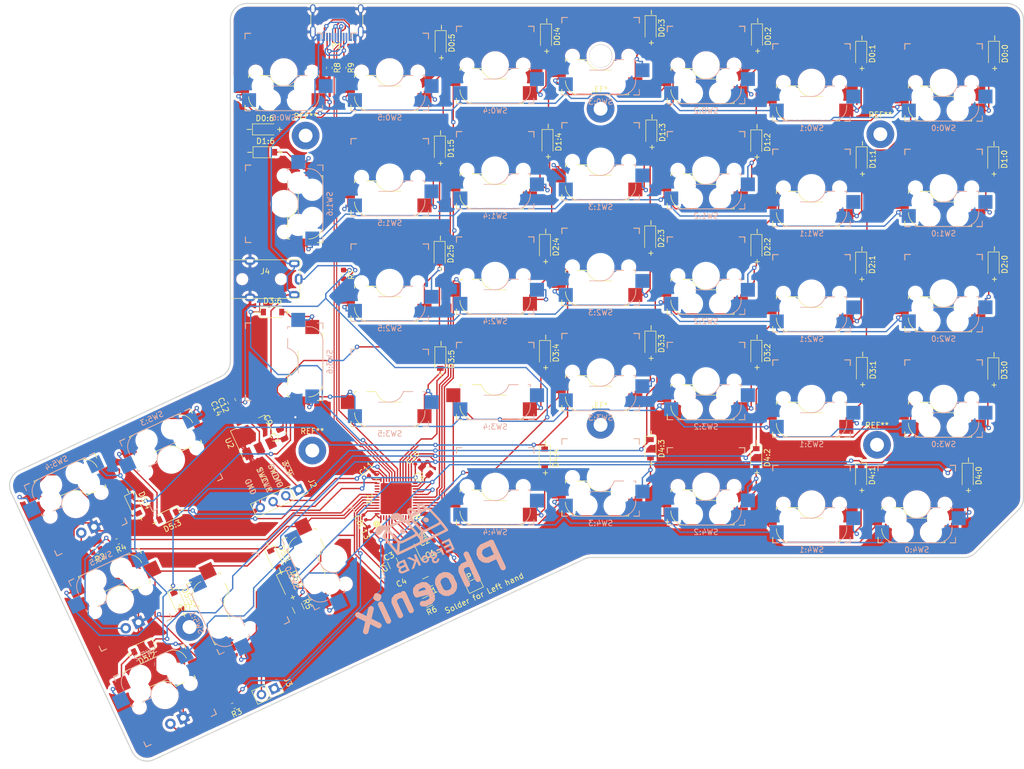
<source format=kicad_pcb>
(kicad_pcb (version 20171130) (host pcbnew "(5.1.5-0-10_14)")
  (layers (0 F.Cu signal) (31 B.Cu signal) (34 B.Paste user) (35 F.Paste user) (36 B.SilkS user) (37 F.SilkS user) (38 B.Mask user) (39 F.Mask user) (44 Edge.Cuts user))
  (net 0 "")
  (net 1 GNDPWR)
  (net 2 "Net-(C1-Pad1)")
  (net 3 "Net-(C2-Pad1)")
  (net 4 "Net-(C3-Pad1)")
  (net 5 "Net-(C4-Pad1)")
  (net 6 "Net-(C5-Pad1)")
  (net 7 /mcu/3.3v)
  (net 8 /TRS/VCC)
  (net 9 /keyboard_matrix/COL_0)
  (net 10 "Net-(D0:0-Pad2)")
  (net 11 "Net-(D0:1-Pad2)")
  (net 12 /keyboard_matrix/COL_1)
  (net 13 /keyboard_matrix/COL_2)
  (net 14 "Net-(D0:2-Pad2)")
  (net 15 /keyboard_matrix/COL_3)
  (net 16 "Net-(D0:3-Pad2)")
  (net 17 "Net-(D0:4-Pad2)")
  (net 18 /keyboard_matrix/COL_4)
  (net 19 /keyboard_matrix/COL_5)
  (net 20 "Net-(D0:5-Pad2)")
  (net 21 "Net-(D0:6-Pad2)")
  (net 22 /keyboard_matrix/COL_6)
  (net 23 "Net-(D1:0-Pad2)")
  (net 24 "Net-(D1:1-Pad2)")
  (net 25 "Net-(D1:2-Pad2)")
  (net 26 "Net-(D1:3-Pad2)")
  (net 27 "Net-(D1:4-Pad2)")
  (net 28 "Net-(D1:5-Pad2)")
  (net 29 "Net-(D1:6-Pad2)")
  (net 30 "Net-(D2:0-Pad2)")
  (net 31 "Net-(D2:1-Pad2)")
  (net 32 "Net-(D2:2-Pad2)")
  (net 33 "Net-(D2:3-Pad2)")
  (net 34 "Net-(D2:4-Pad2)")
  (net 35 "Net-(D2:5-Pad2)")
  (net 36 "Net-(D3:0-Pad2)")
  (net 37 "Net-(D3:1-Pad2)")
  (net 38 "Net-(D3:2-Pad2)")
  (net 39 "Net-(D3:3-Pad2)")
  (net 40 "Net-(D3:4-Pad2)")
  (net 41 "Net-(D3:5-Pad2)")
  (net 42 "Net-(D3:6-Pad2)")
  (net 43 "Net-(D4:0-Pad2)")
  (net 44 "Net-(D4:1-Pad2)")
  (net 45 "Net-(D4:2-Pad2)")
  (net 46 "Net-(D4:3-Pad2)")
  (net 47 "Net-(D4:4-Pad2)")
  (net 48 "Net-(D5:0-Pad2)")
  (net 49 "Net-(D5:1-Pad2)")
  (net 50 "Net-(D5:2-Pad2)")
  (net 51 "Net-(D5:3-Pad2)")
  (net 52 "Net-(D5:4-Pad2)")
  (net 53 "Net-(D5:5-Pad2)")
  (net 54 /mcu/SWDIO)
  (net 55 /mcu/SWCLK)
  (net 56 "Net-(J3-Pad2)")
  (net 57 /TRS/Tx)
  (net 58 /mcu/LR_Select)
  (net 59 "Net-(P1-PadA5)")
  (net 60 /usb_c/D-)
  (net 61 "Net-(P1-PadB5)")
  (net 62 /usb_c/D+)
  (net 63 /keyboard_matrix/LED_1)
  (net 64 "Net-(R2-Pad2)")
  (net 65 "Net-(R3-Pad2)")
  (net 66 /keyboard_matrix/LED_2)
  (net 67 /keyboard_matrix/LED_3)
  (net 68 "Net-(R4-Pad2)")
  (net 69 "Net-(R5-Pad1)")
  (net 70 /keyboard_matrix/ROW_0)
  (net 71 /keyboard_matrix/ROW_1)
  (net 72 /keyboard_matrix/ROW_2)
  (net 73 /keyboard_matrix/ROW_3)
  (net 74 /keyboard_matrix/ROW_4)
  (net 75 /keyboard_matrix/ROW_5)
  (net 76 "Net-(U1-Pad2)")
  (net 77 "Net-(U1-Pad7)")
  (net 78 "Net-(U1-Pad38)")
  (net 79 "Net-(U1-Pad12)")
  (net 80 "Net-(U1-Pad13)")
  (net 81 "Net-(U1-Pad10)")
  (net 82 "Net-(U1-Pad11)")
  (net 83 "Net-(U1-Pad14)")
  (net 84 "Net-(U1-Pad39)")
  (net 85 "Net-(U1-Pad40)")
  (net 86 "Net-(P1-PadA8)")
  (net 87 "Net-(P1-PadB8)")
  (module Component:QFN-48-1EP_7x7mm_P0.5mm_EP5.6x5.6mm (layer F.Cu) (at 87.322 105.89 90)
    (fp_text reference U1 (at 0 -4.82 90) (layer F.SilkS))
    (fp_text value STM32F401CCUx)
    (pad 48 smd roundrect (at -2.75 -3.4375 90) (size 0.25 0.875) (layers F.Cu F.Paste F.Mask) (net 7 /mcu/3.3v))
    (pad 47 smd roundrect (at -2.25 -3.4375 90) (size 0.25 0.875) (layers F.Cu F.Paste F.Mask) (net 1 GNDPWR))
    (pad 46 smd roundrect (at -1.75 -3.4375 90) (size 0.25 0.875) (layers F.Cu F.Paste F.Mask) (net 58 /mcu/LR_Select))
    (pad 45 smd roundrect (at -1.25 -3.4375 90) (size 0.25 0.875) (layers F.Cu F.Paste F.Mask) (net 63 /keyboard_matrix/LED_1))
    (pad 44 smd roundrect (at -0.75 -3.4375 90) (size 0.25 0.875) (layers F.Cu F.Paste F.Mask) (net 56 "Net-(J3-Pad2)"))
    (pad 43 smd roundrect (at -0.25 -3.4375 90) (size 0.25 0.875) (layers F.Cu F.Paste F.Mask) (net 75 /keyboard_matrix/ROW_5))
    (pad 42 smd roundrect (at 0.25 -3.4375 90) (size 0.25 0.875) (layers F.Cu F.Paste F.Mask) (net 66 /keyboard_matrix/LED_2))
    (pad 41 smd roundrect (at 0.75 -3.4375 90) (size 0.25 0.875) (layers F.Cu F.Paste F.Mask) (net 67 /keyboard_matrix/LED_3))
    (pad 40 smd roundrect (at 1.25 -3.4375 90) (size 0.25 0.875) (layers F.Cu F.Paste F.Mask) (net 85 "Net-(U1-Pad40)"))
    (pad 39 smd roundrect (at 1.75 -3.4375 90) (size 0.25 0.875) (layers F.Cu F.Paste F.Mask) (net 84 "Net-(U1-Pad39)"))
    (pad 38 smd roundrect (at 2.25 -3.4375 90) (size 0.25 0.875) (layers F.Cu F.Paste F.Mask) (net 78 "Net-(U1-Pad38)"))
    (pad 37 smd roundrect (at 2.75 -3.4375 90) (size 0.25 0.875) (layers F.Cu F.Paste F.Mask) (net 55 /mcu/SWCLK))
    (pad 36 smd roundrect (at 3.4375 -2.75 90) (size 0.875 0.25) (layers F.Cu F.Paste F.Mask) (net 7 /mcu/3.3v))
    (pad 35 smd roundrect (at 3.4375 -2.25 90) (size 0.875 0.25) (layers F.Cu F.Paste F.Mask) (net 1 GNDPWR))
    (pad 34 smd roundrect (at 3.4375 -1.75 90) (size 0.875 0.25) (layers F.Cu F.Paste F.Mask) (net 54 /mcu/SWDIO))
    (pad 33 smd roundrect (at 3.4375 -1.25 90) (size 0.875 0.25) (layers F.Cu F.Paste F.Mask) (net 62 /usb_c/D+))
    (pad 32 smd roundrect (at 3.4375 -0.75 90) (size 0.875 0.25) (layers F.Cu F.Paste F.Mask) (net 60 /usb_c/D-))
    (pad 31 smd roundrect (at 3.4375 -0.25 90) (size 0.875 0.25) (layers F.Cu F.Paste F.Mask) (net 22 /keyboard_matrix/COL_6))
    (pad 30 smd roundrect (at 3.4375 0.25 90) (size 0.875 0.25) (layers F.Cu F.Paste F.Mask) (net 57 /TRS/Tx))
    (pad 29 smd roundrect (at 3.4375 0.75 90) (size 0.875 0.25) (layers F.Cu F.Paste F.Mask) (net 19 /keyboard_matrix/COL_5))
    (pad 28 smd roundrect (at 3.4375 1.25 90) (size 0.875 0.25) (layers F.Cu F.Paste F.Mask) (net 18 /keyboard_matrix/COL_4))
    (pad 27 smd roundrect (at 3.4375 1.75 90) (size 0.875 0.25) (layers F.Cu F.Paste F.Mask) (net 15 /keyboard_matrix/COL_3))
    (pad 26 smd roundrect (at 3.4375 2.25 90) (size 0.875 0.25) (layers F.Cu F.Paste F.Mask) (net 13 /keyboard_matrix/COL_2))
    (pad 25 smd roundrect (at 3.4375 2.75 90) (size 0.875 0.25) (layers F.Cu F.Paste F.Mask) (net 12 /keyboard_matrix/COL_1))
    (pad 24 smd roundrect (at 2.75 3.4375 90) (size 0.25 0.875) (layers F.Cu F.Paste F.Mask) (net 7 /mcu/3.3v))
    (pad 23 smd roundrect (at 2.25 3.4375 90) (size 0.25 0.875) (layers F.Cu F.Paste F.Mask) (net 1 GNDPWR))
    (pad 22 smd roundrect (at 1.75 3.4375 90) (size 0.25 0.875) (layers F.Cu F.Paste F.Mask) (net 6 "Net-(C5-Pad1)"))
    (pad 21 smd roundrect (at 1.25 3.4375 90) (size 0.25 0.875) (layers F.Cu F.Paste F.Mask) (net 9 /keyboard_matrix/COL_0))
    (pad 20 smd roundrect (at 0.75 3.4375 90) (size 0.25 0.875) (layers F.Cu F.Paste F.Mask) (net 69 "Net-(R5-Pad1)"))
    (pad 19 smd roundrect (at 0.25 3.4375 90) (size 0.25 0.875) (layers F.Cu F.Paste F.Mask) (net 70 /keyboard_matrix/ROW_0))
    (pad 18 smd roundrect (at -0.25 3.4375 90) (size 0.25 0.875) (layers F.Cu F.Paste F.Mask) (net 71 /keyboard_matrix/ROW_1))
    (pad 17 smd roundrect (at -0.75 3.4375 90) (size 0.25 0.875) (layers F.Cu F.Paste F.Mask) (net 72 /keyboard_matrix/ROW_2))
    (pad 16 smd roundrect (at -1.25 3.4375 90) (size 0.25 0.875) (layers F.Cu F.Paste F.Mask) (net 73 /keyboard_matrix/ROW_3))
    (pad 15 smd roundrect (at -1.75 3.4375 90) (size 0.25 0.875) (layers F.Cu F.Paste F.Mask) (net 74 /keyboard_matrix/ROW_4))
    (pad 14 smd roundrect (at -2.25 3.4375 90) (size 0.25 0.875) (layers F.Cu F.Paste F.Mask) (net 83 "Net-(U1-Pad14)"))
    (pad 13 smd roundrect (at -2.75 3.4375 90) (size 0.25 0.875) (layers F.Cu F.Paste F.Mask) (net 80 "Net-(U1-Pad13)"))
    (pad 12 smd roundrect (at -3.4375 2.75 90) (size 0.875 0.25) (layers F.Cu F.Paste F.Mask) (net 79 "Net-(U1-Pad12)"))
    (pad 11 smd roundrect (at -3.4375 2.25 90) (size 0.875 0.25) (layers F.Cu F.Paste F.Mask) (net 82 "Net-(U1-Pad11)"))
    (pad 10 smd roundrect (at -3.4375 1.75 90) (size 0.875 0.25) (layers F.Cu F.Paste F.Mask) (net 81 "Net-(U1-Pad10)"))
    (pad 9 smd roundrect (at -3.4375 1.25 90) (size 0.875 0.25) (layers F.Cu F.Paste F.Mask) (net 7 /mcu/3.3v))
    (pad 8 smd roundrect (at -3.4375 0.75 90) (size 0.875 0.25) (layers F.Cu F.Paste F.Mask) (net 1 GNDPWR))
    (pad 7 smd roundrect (at -3.4375 0.25 90) (size 0.875 0.25) (layers F.Cu F.Paste F.Mask) (net 77 "Net-(U1-Pad7)"))
    (pad 6 smd roundrect (at -3.4375 -0.25 90) (size 0.875 0.25) (layers F.Cu F.Paste F.Mask) (net 3 "Net-(C2-Pad1)"))
    (pad 5 smd roundrect (at -3.4375 -0.75 90) (size 0.875 0.25) (layers F.Cu F.Paste F.Mask) (net 2 "Net-(C1-Pad1)"))
    (pad 4 smd roundrect (at -3.4375 -1.25 90) (size 0.875 0.25) (layers F.Cu F.Paste F.Mask) (net 5 "Net-(C4-Pad1)"))
    (pad 3 smd roundrect (at -3.4375 -1.75 90) (size 0.875 0.25) (layers F.Cu F.Paste F.Mask) (net 4 "Net-(C3-Pad1)"))
    (pad 2 smd roundrect (at -3.4375 -2.25 90) (size 0.875 0.25) (layers F.Cu F.Paste F.Mask) (net 76 "Net-(U1-Pad2)"))
    (pad 1 smd roundrect (at -3.4375 -2.75 90) (size 0.875 0.25) (layers F.Cu F.Paste F.Mask) (net 7 /mcu/3.3v))
    (pad 49 smd roundrect (at 0 0 90) (size 5.6 5.6) (layers F.Cu F.Mask) (roundrect_rratio 0.044643) (net 1 GNDPWR))
  )
  (module kicad:ErgoKB (layer B.Cu) (at 90.75 113 205)
    (fp_text reference G*** hide)
    (fp_text value LOGO hide)
  )
  (module MountingHole:MountingHole_2.5mm_Pad (layer F.Cu) (at 49.99 129.115)
    (fp_text reference REF** (at 0 -3.5) (layer F.SilkS))
    (fp_text value MountingHole_2.5mm_Pad)
    (pad 1 thru_hole circle (at 0 0) (size 5 5) (drill 2.5) (layers *.Cu *.Mask))
  )
  (module MountingHole:MountingHole_2.5mm_Pad (layer F.Cu) (at 72.18 97.205)
    (fp_text reference REF** (at 0 -3.5) (layer F.SilkS))
    (fp_text value MountingHole_2.5mm_Pad)
    (pad 1 thru_hole circle (at 0 0) (size 5 5) (drill 2.5) (layers *.Cu *.Mask))
  )
  (module MountingHole:MountingHole_2.5mm_Pad (layer F.Cu) (at 70.97 40.265)
    (fp_text reference REF** (at 0 -3.5) (layer F.SilkS))
    (fp_text value MountingHole_2.5mm_Pad)
    (pad 1 thru_hole circle (at 0 0) (size 5 5) (drill 2.5) (layers *.Cu *.Mask))
  )
  (module MountingHole:MountingHole_2.5mm_Pad (layer F.Cu) (at 174.21 96.16)
    (fp_text reference REF** (at 0 -3.5) (layer F.SilkS))
    (fp_text value MountingHole_2.5mm_Pad)
    (pad 1 thru_hole circle (at 0 0) (size 5 5) (drill 2.5) (layers *.Cu *.Mask))
  )
  (module MountingHole:MountingHole_2.5mm_Pad (layer F.Cu) (at 124.26 92.56)
    (fp_text reference REF** (at 0 -3.5) (layer F.SilkS))
    (fp_text value MountingHole_2.5mm_Pad)
    (pad 1 thru_hole circle (at 0 0) (size 5 5) (drill 2.5) (layers *.Cu *.Mask))
  )
  (module MountingHole:MountingHole_2.5mm_Pad (layer F.Cu) (at 124.26 35.415)
    (fp_text reference REF** (at 0 -3.5) (layer F.SilkS))
    (fp_text value MountingHole_2.5mm_Pad)
    (pad 1 thru_hole circle (at 0 0) (size 5 5) (drill 2.5) (layers *.Cu *.Mask))
  )
  (module MountingHole:MountingHole_2.5mm_Pad (layer F.Cu) (at 174.81 40.01)
    (fp_text reference REF** (at 0 -3.5) (layer F.SilkS))
    (fp_text value MountingHole_2.5mm_Pad)
    (pad 1 thru_hole circle (at 0 0) (size 5 5) (drill 2.5) (layers *.Cu *.Mask))
  )
  (module Component:Kailh_hot_socket_MX_dual (layer F.Cu) (at 58.76 124.78 115)
    (fp_text reference SW5:1 (at 0 -8.255 115) (layer B.SilkS) (effects (justify mirror)))
    (fp_text value SW_Push)
    (pad 1 smd rect (at 6.29 -5.08 115) (size 2.55 2.5) (layers B.Cu B.Paste B.Mask) (net 75 /keyboard_matrix/ROW_5))
    (pad "" np_thru_hole circle (at 2.54 -5.08 115) (size 3 3) (drill 3) (layers *.Cu *.Mask))
    (pad "" np_thru_hole circle (at -3.81 -2.54 115) (size 3 3) (drill 3) (layers *.Cu *.Mask))
    (pad "" np_thru_hole circle (at 0 0 115) (size 3.9878 3.9878) (drill 3.9878) (layers *.Cu *.Mask))
    (pad "" np_thru_hole circle (at 5.08 0 115) (size 1.7018 1.7018) (drill 1.7018) (layers *.Cu *.Mask))
    (pad "" np_thru_hole circle (at -5.08 0 115) (size 1.7018 1.7018) (drill 1.7018) (layers *.Cu *.Mask))
    (pad 2 smd rect (at -7.56 -2.54 115) (size 2.55 2.5) (layers B.Cu B.Paste B.Mask) (net 49 "Net-(D5:1-Pad2)"))
    (pad 1 smd rect (at 7.56 -2.54 115) (size 2.55 2.5) (layers F.Cu F.Paste F.Mask) (net 75 /keyboard_matrix/ROW_5))
    (pad 2 smd rect (at -6.283 -5.08 115) (size 2.55 2.5) (layers F.Cu F.Paste F.Mask) (net 49 "Net-(D5:1-Pad2)"))
    (pad "" np_thru_hole circle (at 3.81 -2.54 115) (size 3 3) (drill 3) (layers *.Cu *.Mask))
    (pad "" np_thru_hole circle (at -2.54 -5.08 115) (size 3 3) (drill 3) (layers *.Cu *.Mask))
  )
  (module Component:Kailh_hot_socket_MX_dual (layer F.Cu) (at 76.01 116.72 115)
    (fp_text reference SW5:0 (at 0 -8.255 115) (layer B.SilkS) (effects (justify mirror)))
    (fp_text value SW_Push)
    (pad 1 smd rect (at 6.29 -5.08 115) (size 2.55 2.5) (layers B.Cu B.Paste B.Mask) (net 75 /keyboard_matrix/ROW_5))
    (pad "" np_thru_hole circle (at 2.54 -5.08 115) (size 3 3) (drill 3) (layers *.Cu *.Mask))
    (pad "" np_thru_hole circle (at -3.81 -2.54 115) (size 3 3) (drill 3) (layers *.Cu *.Mask))
    (pad "" np_thru_hole circle (at 0 0 115) (size 3.9878 3.9878) (drill 3.9878) (layers *.Cu *.Mask))
    (pad "" np_thru_hole circle (at 5.08 0 115) (size 1.7018 1.7018) (drill 1.7018) (layers *.Cu *.Mask))
    (pad "" np_thru_hole circle (at -5.08 0 115) (size 1.7018 1.7018) (drill 1.7018) (layers *.Cu *.Mask))
    (pad 2 smd rect (at -7.56 -2.54 115) (size 2.55 2.5) (layers B.Cu B.Paste B.Mask) (net 48 "Net-(D5:0-Pad2)"))
    (pad 1 smd rect (at 7.56 -2.54 115) (size 2.55 2.5) (layers F.Cu F.Paste F.Mask) (net 75 /keyboard_matrix/ROW_5))
    (pad 2 smd rect (at -6.283 -5.08 115) (size 2.55 2.5) (layers F.Cu F.Paste F.Mask) (net 48 "Net-(D5:0-Pad2)"))
    (pad "" np_thru_hole circle (at 3.81 -2.54 115) (size 3 3) (drill 3) (layers *.Cu *.Mask))
    (pad "" np_thru_hole circle (at -2.54 -5.08 115) (size 3 3) (drill 3) (layers *.Cu *.Mask))
  )
  (module Component:USB_C_Receptacle_HRO_TYPE-C-31-M-12-Dual (layer F.Cu) (at 76.6 18.38 180)
    (fp_text reference P1 (at 0 -5.645) (layer F.SilkS))
    (fp_text value USB_C_Receptacle_USB2.0)
    (pad B1 smd rect (at -3.25 -4.045 180) (size 0.6 1.45) (layers B.Cu B.Paste B.Mask) (net 1 GNDPWR))
    (pad A12 smd rect (at -3.25 -4.045 180) (size 0.6 1.45) (layers B.Cu B.Paste B.Mask) (net 1 GNDPWR))
    (pad A9 smd rect (at -2.45 -4.045 180) (size 0.6 1.45) (layers B.Cu B.Paste B.Mask) (net 8 /TRS/VCC))
    (pad B4 smd rect (at -2.45 -4.045 180) (size 0.6 1.45) (layers B.Cu B.Paste B.Mask) (net 8 /TRS/VCC))
    (pad A4 smd rect (at 2.45 -4.045 180) (size 0.6 1.45) (layers B.Cu B.Paste B.Mask) (net 8 /TRS/VCC))
    (pad B9 smd rect (at 2.45 -4.045 180) (size 0.6 1.45) (layers B.Cu B.Paste B.Mask) (net 8 /TRS/VCC))
    (pad B12 smd rect (at 3.25 -4.045 180) (size 0.6 1.45) (layers B.Cu B.Paste B.Mask) (net 1 GNDPWR))
    (pad A1 smd rect (at 3.25 -4.045 180) (size 0.6 1.45) (layers B.Cu B.Paste B.Mask) (net 1 GNDPWR))
    (pad B5 smd rect (at -1.75 -4.045 180) (size 0.3 1.45) (layers B.Cu B.Paste B.Mask) (net 61 "Net-(P1-PadB5)"))
    (pad A8 smd rect (at -1.25 -4.045 180) (size 0.3 1.45) (layers B.Cu B.Paste B.Mask) (net 86 "Net-(P1-PadA8)"))
    (pad B6 smd rect (at -0.75 -4.045 180) (size 0.3 1.45) (layers B.Cu B.Paste B.Mask) (net 62 /usb_c/D+))
    (pad A7 smd rect (at -0.25 -4.045 180) (size 0.3 1.45) (layers B.Cu B.Paste B.Mask) (net 60 /usb_c/D-))
    (pad A6 smd rect (at 0.25 -4.045 180) (size 0.3 1.45) (layers B.Cu B.Paste B.Mask) (net 62 /usb_c/D+))
    (pad B7 smd rect (at 0.75 -4.045 180) (size 0.3 1.45) (layers B.Cu B.Paste B.Mask) (net 60 /usb_c/D-))
    (pad A5 smd rect (at 1.25 -4.045 180) (size 0.3 1.45) (layers B.Cu B.Paste B.Mask) (net 59 "Net-(P1-PadA5)"))
    (pad B8 smd rect (at 1.75 -4.045 180) (size 0.3 1.45) (layers B.Cu B.Paste B.Mask) (net 87 "Net-(P1-PadB8)"))
    (pad S1 thru_hole oval (at 4.32 1.05 180) (size 1 1.6) (drill oval 0.6 1.2) (layers *.Cu *.Mask) (net 1 GNDPWR))
    (pad "" np_thru_hole circle (at 2.89 -2.6 180) (size 0.65 0.65) (drill 0.65) (layers *.Cu *.Mask))
    (pad S1 thru_hole oval (at -4.32 1.05 180) (size 1 1.6) (drill oval 0.6 1.2) (layers *.Cu *.Mask) (net 1 GNDPWR))
    (pad "" np_thru_hole circle (at -2.89 -2.6 180) (size 0.65 0.65) (drill 0.65) (layers *.Cu *.Mask))
    (pad S1 thru_hole oval (at -4.32 -3.13 180) (size 1 2.1) (drill oval 0.6 1.7) (layers *.Cu *.Mask) (net 1 GNDPWR))
    (pad S1 thru_hole oval (at 4.32 -3.13 180) (size 1 2.1) (drill oval 0.6 1.7) (layers *.Cu *.Mask) (net 1 GNDPWR))
    (pad A6 smd rect (at -0.25 -4.045 180) (size 0.3 1.45) (layers F.Cu F.Paste F.Mask) (net 62 /usb_c/D+))
    (pad B5 smd rect (at 1.75 -4.045 180) (size 0.3 1.45) (layers F.Cu F.Paste F.Mask) (net 61 "Net-(P1-PadB5)"))
    (pad A8 smd rect (at 1.25 -4.045 180) (size 0.3 1.45) (layers F.Cu F.Paste F.Mask) (net 86 "Net-(P1-PadA8)"))
    (pad B6 smd rect (at 0.75 -4.045 180) (size 0.3 1.45) (layers F.Cu F.Paste F.Mask) (net 62 /usb_c/D+))
    (pad A7 smd rect (at 0.25 -4.045 180) (size 0.3 1.45) (layers F.Cu F.Paste F.Mask) (net 60 /usb_c/D-))
    (pad B7 smd rect (at -0.75 -4.045 180) (size 0.3 1.45) (layers F.Cu F.Paste F.Mask) (net 60 /usb_c/D-))
    (pad A5 smd rect (at -1.25 -4.045 180) (size 0.3 1.45) (layers F.Cu F.Paste F.Mask) (net 59 "Net-(P1-PadA5)"))
    (pad B8 smd rect (at -1.75 -4.045 180) (size 0.3 1.45) (layers F.Cu F.Paste F.Mask) (net 87 "Net-(P1-PadB8)"))
    (pad A12 smd rect (at 3.25 -4.045 180) (size 0.6 1.45) (layers F.Cu F.Paste F.Mask) (net 1 GNDPWR))
    (pad B4 smd rect (at 2.45 -4.045 180) (size 0.6 1.45) (layers F.Cu F.Paste F.Mask) (net 8 /TRS/VCC))
    (pad A4 smd rect (at -2.45 -4.045 180) (size 0.6 1.45) (layers F.Cu F.Paste F.Mask) (net 8 /TRS/VCC))
    (pad A1 smd rect (at -3.25 -4.045 180) (size 0.6 1.45) (layers F.Cu F.Paste F.Mask) (net 1 GNDPWR))
    (pad B12 smd rect (at -3.25 -4.045 180) (size 0.6 1.45) (layers F.Cu F.Paste F.Mask) (net 1 GNDPWR))
    (pad B9 smd rect (at -2.45 -4.045 180) (size 0.6 1.45) (layers F.Cu F.Paste F.Mask) (net 8 /TRS/VCC))
    (pad A9 smd rect (at 2.45 -4.045 180) (size 0.6 1.45) (layers F.Cu F.Paste F.Mask) (net 8 /TRS/VCC))
    (pad B1 smd rect (at 3.25 -4.045 180) (size 0.6 1.45) (layers F.Cu F.Paste F.Mask) (net 1 GNDPWR))
  )
  (module Component:Kailh_hot_socket_MX_dual_led (layer F.Cu) (at 29.43 106.94 25)
    (fp_text reference SW5:4 (at 0 -8.255 25) (layer B.SilkS) (effects (justify mirror)))
    (fp_text value Switch_LED)
    (pad 4 thru_hole rect (at 1.27 5.08 25) (size 1.905 1.905) (drill 1.04) (layers *.Cu *.Mask) (net 1 GNDPWR))
    (pad 3 thru_hole circle (at -1.27 5.08 25) (size 1.905 1.905) (drill 1.04) (layers *.Cu *.Mask) (net 64 "Net-(R2-Pad2)"))
    (pad "" np_thru_hole circle (at -2.54 -5.08 25) (size 3 3) (drill 3) (layers *.Cu *.Mask))
    (pad "" np_thru_hole circle (at 3.81 -2.54 25) (size 3 3) (drill 3) (layers *.Cu *.Mask))
    (pad 2 smd rect (at -6.283 -5.08 25) (size 2.55 2.5) (layers F.Cu F.Paste F.Mask) (net 52 "Net-(D5:4-Pad2)"))
    (pad 1 smd rect (at 7.56 -2.54 25) (size 2.55 2.5) (layers F.Cu F.Paste F.Mask) (net 75 /keyboard_matrix/ROW_5))
    (pad 2 smd rect (at -7.56 -2.54 25) (size 2.55 2.5) (layers B.Cu B.Paste B.Mask) (net 52 "Net-(D5:4-Pad2)"))
    (pad "" np_thru_hole circle (at -5.08 0 25) (size 1.7018 1.7018) (drill 1.7018) (layers *.Cu *.Mask))
    (pad "" np_thru_hole circle (at 5.08 0 25) (size 1.7018 1.7018) (drill 1.7018) (layers *.Cu *.Mask))
    (pad "" np_thru_hole circle (at 0 0 25) (size 3.9878 3.9878) (drill 3.9878) (layers *.Cu *.Mask))
    (pad "" np_thru_hole circle (at -3.81 -2.54 25) (size 3 3) (drill 3) (layers *.Cu *.Mask))
    (pad "" np_thru_hole circle (at 2.54 -5.08 25) (size 3 3) (drill 3) (layers *.Cu *.Mask))
    (pad 1 smd rect (at 6.29 -5.08 25) (size 2.55 2.5) (layers B.Cu B.Paste B.Mask) (net 75 /keyboard_matrix/ROW_5))
  )
  (module Component:Kailh_hot_socket_MX_dual_led (layer F.Cu) (at 45.54 141.47 25)
    (fp_text reference SW5:2 (at 0 -8.255 25) (layer B.SilkS) (effects (justify mirror)))
    (fp_text value Switch_LED)
    (pad 4 thru_hole rect (at 1.27 5.08 25) (size 1.905 1.905) (drill 1.04) (layers *.Cu *.Mask) (net 1 GNDPWR))
    (pad 3 thru_hole circle (at -1.27 5.08 25) (size 1.905 1.905) (drill 1.04) (layers *.Cu *.Mask) (net 65 "Net-(R3-Pad2)"))
    (pad "" np_thru_hole circle (at -2.54 -5.08 25) (size 3 3) (drill 3) (layers *.Cu *.Mask))
    (pad "" np_thru_hole circle (at 3.81 -2.54 25) (size 3 3) (drill 3) (layers *.Cu *.Mask))
    (pad 2 smd rect (at -6.283 -5.08 25) (size 2.55 2.5) (layers F.Cu F.Paste F.Mask) (net 50 "Net-(D5:2-Pad2)"))
    (pad 1 smd rect (at 7.56 -2.54 25) (size 2.55 2.5) (layers F.Cu F.Paste F.Mask) (net 75 /keyboard_matrix/ROW_5))
    (pad 2 smd rect (at -7.56 -2.54 25) (size 2.55 2.5) (layers B.Cu B.Paste B.Mask) (net 50 "Net-(D5:2-Pad2)"))
    (pad "" np_thru_hole circle (at -5.08 0 25) (size 1.7018 1.7018) (drill 1.7018) (layers *.Cu *.Mask))
    (pad "" np_thru_hole circle (at 5.08 0 25) (size 1.7018 1.7018) (drill 1.7018) (layers *.Cu *.Mask))
    (pad "" np_thru_hole circle (at 0 0 25) (size 3.9878 3.9878) (drill 3.9878) (layers *.Cu *.Mask))
    (pad "" np_thru_hole circle (at -3.81 -2.54 25) (size 3 3) (drill 3) (layers *.Cu *.Mask))
    (pad "" np_thru_hole circle (at 2.54 -5.08 25) (size 3 3) (drill 3) (layers *.Cu *.Mask))
    (pad 1 smd rect (at 6.29 -5.08 25) (size 2.55 2.5) (layers B.Cu B.Paste B.Mask) (net 75 /keyboard_matrix/ROW_5))
  )
  (module Component:Kailh_hot_socket_MX_dual_led (layer F.Cu) (at 37.47 124.2 25)
    (fp_text reference SW5:5 (at 0 -8.255 25) (layer B.SilkS) (effects (justify mirror)))
    (fp_text value Switch_LED)
    (pad 4 thru_hole rect (at 1.27 5.08 25) (size 1.905 1.905) (drill 1.04) (layers *.Cu *.Mask) (net 1 GNDPWR))
    (pad 3 thru_hole circle (at -1.27 5.08 25) (size 1.905 1.905) (drill 1.04) (layers *.Cu *.Mask) (net 68 "Net-(R4-Pad2)"))
    (pad "" np_thru_hole circle (at -2.54 -5.08 25) (size 3 3) (drill 3) (layers *.Cu *.Mask))
    (pad "" np_thru_hole circle (at 3.81 -2.54 25) (size 3 3) (drill 3) (layers *.Cu *.Mask))
    (pad 2 smd rect (at -6.283 -5.08 25) (size 2.55 2.5) (layers F.Cu F.Paste F.Mask) (net 53 "Net-(D5:5-Pad2)"))
    (pad 1 smd rect (at 7.56 -2.54 25) (size 2.55 2.5) (layers F.Cu F.Paste F.Mask) (net 75 /keyboard_matrix/ROW_5))
    (pad 2 smd rect (at -7.56 -2.54 25) (size 2.55 2.5) (layers B.Cu B.Paste B.Mask) (net 53 "Net-(D5:5-Pad2)"))
    (pad "" np_thru_hole circle (at -5.08 0 25) (size 1.7018 1.7018) (drill 1.7018) (layers *.Cu *.Mask))
    (pad "" np_thru_hole circle (at 5.08 0 25) (size 1.7018 1.7018) (drill 1.7018) (layers *.Cu *.Mask))
    (pad "" np_thru_hole circle (at 0 0 25) (size 3.9878 3.9878) (drill 3.9878) (layers *.Cu *.Mask))
    (pad "" np_thru_hole circle (at -3.81 -2.54 25) (size 3 3) (drill 3) (layers *.Cu *.Mask))
    (pad "" np_thru_hole circle (at 2.54 -5.08 25) (size 3 3) (drill 3) (layers *.Cu *.Mask))
    (pad 1 smd rect (at 6.29 -5.08 25) (size 2.55 2.5) (layers B.Cu B.Paste B.Mask) (net 75 /keyboard_matrix/ROW_5))
  )
  (module Capacitor_SMD:C_0805_2012Metric (layer F.Cu) (at 92.656 100.83 135)
    (fp_text reference C5 (at 0 -1.65 135) (layer F.SilkS))
    (fp_text value 2.2uF)
    (pad 1 smd roundrect (at -0.9375 0 135) (size 0.975 1.4) (layers F.Cu F.Paste F.Mask) (net 6 "Net-(C5-Pad1)"))
    (pad 2 smd roundrect (at 0.9375 0 135) (size 0.975 1.4) (layers F.Cu F.Paste F.Mask) (net 1 GNDPWR))
  )
  (module Capacitor_SMD:C_0805_2012Metric (layer F.Cu) (at 66.748 94.226 115)
    (fp_text reference C7 (at 0 -1.65 115) (layer F.SilkS))
    (fp_text value 10uF)
    (pad 1 smd roundrect (at -0.9375 0 115) (size 0.975 1.4) (layers F.Cu F.Paste F.Mask) (net 8 /TRS/VCC))
    (pad 2 smd roundrect (at 0.9375 0 115) (size 0.975 1.4) (layers F.Cu F.Paste F.Mask) (net 1 GNDPWR))
  )
  (module Capacitor_SMD:C_0805_2012Metric (layer F.Cu) (at 57.606 88.282 115)
    (fp_text reference C12 (at 0 -1.65 115) (layer F.SilkS))
    (fp_text value 10uF)
    (pad 2 smd roundrect (at 0.9375 0 115) (size 0.975 1.4) (layers F.Cu F.Paste F.Mask) (net 1 GNDPWR))
    (pad 1 smd roundrect (at -0.9375 0 115) (size 0.975 1.4) (layers F.Cu F.Paste F.Mask) (net 7 /mcu/3.3v))
  )
  (module Connector_PinSocket_2.54mm:PinSocket_1x04_P2.54mm_Vertical (layer F.Cu) (at 69.69 104.3 295)
    (fp_text reference J2 (at 0 -2.77 115) (layer F.SilkS))
    (fp_text value Conn_01x04_Male)
    (pad 1 thru_hole rect (at 0 0 295) (size 1.7 1.7) (drill 1) (layers *.Cu *.Mask) (net 7 /mcu/3.3v))
    (pad 2 thru_hole oval (at 0 2.54 295) (size 1.7 1.7) (drill 1) (layers *.Cu *.Mask) (net 54 /mcu/SWDIO))
    (pad 3 thru_hole oval (at 0 5.08 295) (size 1.7 1.7) (drill 1) (layers *.Cu *.Mask) (net 55 /mcu/SWCLK))
    (pad 4 thru_hole oval (at 0 7.62 295) (size 1.7 1.7) (drill 1) (layers *.Cu *.Mask) (net 1 GNDPWR))
  )
  (module Connector_PinSocket_2.54mm:PinSocket_1x02_P2.54mm_Vertical (layer F.Cu) (at 65.29 140.25 295)
    (fp_text reference J3 (at 0 -2.77 115) (layer F.SilkS))
    (fp_text value Conn_01x02_Male)
    (pad 1 thru_hole rect (at 0 0 295) (size 1.7 1.7) (drill 1) (layers *.Cu *.Mask) (net 7 /mcu/3.3v))
    (pad 2 thru_hole oval (at 0 2.54 295) (size 1.7 1.7) (drill 1) (layers *.Cu *.Mask) (net 56 "Net-(J3-Pad2)"))
  )
  (module Component:PJ322_TRS (layer F.Cu) (at 63.67 66.22 90)
    (fp_text reference J4 (at 1.4 0) (layer F.SilkS))
    (fp_text value AudioJack3)
    (pad S thru_hole oval (at -3.3 -2.75 90) (size 1.4 2) (drill oval 0.6 1.2) (layers *.Cu *.Mask) (net 1 GNDPWR))
    (pad S thru_hole oval (at 3.3 -2.75 90) (size 1.4 2) (drill oval 0.6 1.2) (layers *.Cu *.Mask) (net 1 GNDPWR))
    (pad R thru_hole oval (at -2.85 5.25 90) (size 1.4 2) (drill oval 0.6 1.2) (layers *.Cu *.Mask) (net 8 /TRS/VCC))
    (pad R thru_hole oval (at 2.85 5.25 90) (size 1.4 2) (drill oval 0.6 1.2) (layers *.Cu *.Mask) (net 8 /TRS/VCC))
    (pad "" np_thru_hole circle (at 0 -4.15 90) (size 1.2 1.2) (drill 1.2) (layers *.Cu *.Mask))
    (pad "" np_thru_hole circle (at 0 2.85 90) (size 1.2 1.2) (drill 1.2) (layers *.Cu *.Mask))
    (pad T thru_hole oval (at 0 6.05 180) (size 1.4 2) (drill oval 0.6 1.2) (layers *.Cu *.Mask) (net 57 /TRS/Tx))
  )
  (module Jumper:SolderJumper-2_P1.3mm_Open_Pad1.0x1.5mm (layer F.Cu) (at 101.41 121.55 25)
    (fp_text reference JP1 (at 0 -1.8 25) (layer F.SilkS))
    (fp_text value SolderJumper_2_Open)
    (pad 2 smd rect (at 0.65 0 25) (size 1 1.5) (layers F.Cu F.Mask) (net 7 /mcu/3.3v))
    (pad 1 smd rect (at -0.65 0 25) (size 1 1.5) (layers F.Cu F.Mask) (net 58 /mcu/LR_Select))
  )
  (module Resistor_SMD:R_0603_1608Metric (layer F.Cu) (at 33.22 115.308 205)
    (fp_text reference R2 (at 0 -1.43 25) (layer F.SilkS))
    (fp_text value 220Ω)
    (pad 1 smd roundrect (at -0.7875 0 205) (size 0.875 0.95) (layers F.Cu F.Paste F.Mask) (net 66 /keyboard_matrix/LED_2))
    (pad 2 smd roundrect (at 0.7875 0 205) (size 0.875 0.95) (layers F.Cu F.Paste F.Mask) (net 64 "Net-(R2-Pad2)"))
  )
  (module Resistor_SMD:R_0603_1608Metric (layer F.Cu) (at 57.92 143.36 205)
    (fp_text reference R3 (at 0 -1.43 25) (layer F.SilkS))
    (fp_text value 220Ω)
    (pad 2 smd roundrect (at 0.7875 0 205) (size 0.875 0.95) (layers F.Cu F.Paste F.Mask) (net 65 "Net-(R3-Pad2)"))
    (pad 1 smd roundrect (at -0.7875 0 205) (size 0.875 0.95) (layers F.Cu F.Paste F.Mask) (net 63 /keyboard_matrix/LED_1))
  )
  (module Resistor_SMD:R_0603_1608Metric (layer F.Cu) (at 37.03 113.63 205)
    (fp_text reference R4 (at 0 -1.43 25) (layer F.SilkS))
    (fp_text value 220Ω)
    (pad 1 smd roundrect (at -0.7875 0 205) (size 0.875 0.95) (layers F.Cu F.Paste F.Mask) (net 67 /keyboard_matrix/LED_3))
    (pad 2 smd roundrect (at 0.7875 0 205) (size 0.875 0.95) (layers F.Cu F.Paste F.Mask) (net 68 "Net-(R4-Pad2)"))
  )
  (module Resistor_SMD:R_1206_3216Metric (layer F.Cu) (at 69.63 125.73 295)
    (fp_text reference R5 (at 0 -1.82 115) (layer F.SilkS))
    (fp_text value 10kΩ)
    (pad 1 smd roundrect (at -1.4 0 295) (size 1.25 1.75) (layers F.Cu F.Paste F.Mask) (roundrect_rratio 0.2) (net 69 "Net-(R5-Pad1)"))
    (pad 2 smd roundrect (at 1.4 0 295) (size 1.25 1.75) (layers F.Cu F.Paste F.Mask) (roundrect_rratio 0.2) (net 1 GNDPWR))
  )
  (module Resistor_SMD:R_0603_1608Metric (layer F.Cu) (at 77.82 65.36 270)
    (fp_text reference R7 (at 0 -1.43 90) (layer F.SilkS))
    (fp_text value 5.1kΩ)
    (pad 2 smd roundrect (at 0.7875 0 270) (size 0.875 0.95) (layers F.Cu F.Paste F.Mask) (net 57 /TRS/Tx))
    (pad 1 smd roundrect (at -0.7875 0 270) (size 0.875 0.95) (layers F.Cu F.Paste F.Mask) (net 7 /mcu/3.3v))
  )
  (module Component:Kailh_hot_socket_MX_dual (layer F.Cu) (at 186.23 30.66 180)
    (fp_text reference SW0:0 (at 0 -8.255) (layer B.SilkS) (effects (justify mirror)))
    (fp_text value SW_Push)
    (pad "" np_thru_hole circle (at -2.54 -5.08 180) (size 3 3) (drill 3) (layers *.Cu *.Mask))
    (pad "" np_thru_hole circle (at 3.81 -2.54 180) (size 3 3) (drill 3) (layers *.Cu *.Mask))
    (pad 2 smd rect (at -6.283 -5.08 180) (size 2.55 2.5) (layers F.Cu F.Paste F.Mask) (net 10 "Net-(D0:0-Pad2)"))
    (pad 1 smd rect (at 7.56 -2.54 180) (size 2.55 2.5) (layers F.Cu F.Paste F.Mask) (net 70 /keyboard_matrix/ROW_0))
    (pad 2 smd rect (at -7.56 -2.54 180) (size 2.55 2.5) (layers B.Cu B.Paste B.Mask) (net 10 "Net-(D0:0-Pad2)"))
    (pad "" np_thru_hole circle (at -5.08 0 180) (size 1.7018 1.7018) (drill 1.7018) (layers *.Cu *.Mask))
    (pad "" np_thru_hole circle (at 5.08 0 180) (size 1.7018 1.7018) (drill 1.7018) (layers *.Cu *.Mask))
    (pad "" np_thru_hole circle (at 0 0 180) (size 3.9878 3.9878) (drill 3.9878) (layers *.Cu *.Mask))
    (pad "" np_thru_hole circle (at -3.81 -2.54 180) (size 3 3) (drill 3) (layers *.Cu *.Mask))
    (pad "" np_thru_hole circle (at 2.54 -5.08 180) (size 3 3) (drill 3) (layers *.Cu *.Mask))
    (pad 1 smd rect (at 6.29 -5.08 180) (size 2.55 2.5) (layers B.Cu B.Paste B.Mask) (net 70 /keyboard_matrix/ROW_0))
  )
  (module Component:Kailh_hot_socket_MX_dual (layer F.Cu) (at 162.37 30.66 180)
    (fp_text reference SW0:1 (at 0 -8.255) (layer B.SilkS) (effects (justify mirror)))
    (fp_text value SW_Push)
    (pad "" np_thru_hole circle (at -2.54 -5.08 180) (size 3 3) (drill 3) (layers *.Cu *.Mask))
    (pad "" np_thru_hole circle (at 3.81 -2.54 180) (size 3 3) (drill 3) (layers *.Cu *.Mask))
    (pad 2 smd rect (at -6.283 -5.08 180) (size 2.55 2.5) (layers F.Cu F.Paste F.Mask) (net 11 "Net-(D0:1-Pad2)"))
    (pad 1 smd rect (at 7.56 -2.54 180) (size 2.55 2.5) (layers F.Cu F.Paste F.Mask) (net 70 /keyboard_matrix/ROW_0))
    (pad 2 smd rect (at -7.56 -2.54 180) (size 2.55 2.5) (layers B.Cu B.Paste B.Mask) (net 11 "Net-(D0:1-Pad2)"))
    (pad "" np_thru_hole circle (at -5.08 0 180) (size 1.7018 1.7018) (drill 1.7018) (layers *.Cu *.Mask))
    (pad "" np_thru_hole circle (at 5.08 0 180) (size 1.7018 1.7018) (drill 1.7018) (layers *.Cu *.Mask))
    (pad "" np_thru_hole circle (at 0 0 180) (size 3.9878 3.9878) (drill 3.9878) (layers *.Cu *.Mask))
    (pad "" np_thru_hole circle (at -3.81 -2.54 180) (size 3 3) (drill 3) (layers *.Cu *.Mask))
    (pad "" np_thru_hole circle (at 2.54 -5.08 180) (size 3 3) (drill 3) (layers *.Cu *.Mask))
    (pad 1 smd rect (at 6.29 -5.08 180) (size 2.55 2.5) (layers B.Cu B.Paste B.Mask) (net 70 /keyboard_matrix/ROW_0))
  )
  (module Component:Kailh_hot_socket_MX_dual (layer F.Cu) (at 143.31 27.5 180)
    (fp_text reference SW0:2 (at 0 -8.255) (layer B.SilkS) (effects (justify mirror)))
    (fp_text value SW_Push)
    (pad 1 smd rect (at 6.29 -5.08 180) (size 2.55 2.5) (layers B.Cu B.Paste B.Mask) (net 70 /keyboard_matrix/ROW_0))
    (pad "" np_thru_hole circle (at 2.54 -5.08 180) (size 3 3) (drill 3) (layers *.Cu *.Mask))
    (pad "" np_thru_hole circle (at -3.81 -2.54 180) (size 3 3) (drill 3) (layers *.Cu *.Mask))
    (pad "" np_thru_hole circle (at 0 0 180) (size 3.9878 3.9878) (drill 3.9878) (layers *.Cu *.Mask))
    (pad "" np_thru_hole circle (at 5.08 0 180) (size 1.7018 1.7018) (drill 1.7018) (layers *.Cu *.Mask))
    (pad "" np_thru_hole circle (at -5.08 0 180) (size 1.7018 1.7018) (drill 1.7018) (layers *.Cu *.Mask))
    (pad 2 smd rect (at -7.56 -2.54 180) (size 2.55 2.5) (layers B.Cu B.Paste B.Mask) (net 14 "Net-(D0:2-Pad2)"))
    (pad 1 smd rect (at 7.56 -2.54 180) (size 2.55 2.5) (layers F.Cu F.Paste F.Mask) (net 70 /keyboard_matrix/ROW_0))
    (pad 2 smd rect (at -6.283 -5.08 180) (size 2.55 2.5) (layers F.Cu F.Paste F.Mask) (net 14 "Net-(D0:2-Pad2)"))
    (pad "" np_thru_hole circle (at 3.81 -2.54 180) (size 3 3) (drill 3) (layers *.Cu *.Mask))
    (pad "" np_thru_hole circle (at -2.54 -5.08 180) (size 3 3) (drill 3) (layers *.Cu *.Mask))
  )
  (module Component:Kailh_hot_socket_MX_dual (layer F.Cu) (at 124.26 25.9 180)
    (fp_text reference SW0:3 (at 0 -8.255) (layer B.SilkS) (effects (justify mirror)))
    (fp_text value SW_Push)
    (pad 1 smd rect (at 6.29 -5.08 180) (size 2.55 2.5) (layers B.Cu B.Paste B.Mask) (net 70 /keyboard_matrix/ROW_0))
    (pad "" np_thru_hole circle (at 2.54 -5.08 180) (size 3 3) (drill 3) (layers *.Cu *.Mask))
    (pad "" np_thru_hole circle (at -3.81 -2.54 180) (size 3 3) (drill 3) (layers *.Cu *.Mask))
    (pad "" np_thru_hole circle (at 0 0 180) (size 3.9878 3.9878) (drill 3.9878) (layers *.Cu *.Mask))
    (pad "" np_thru_hole circle (at 5.08 0 180) (size 1.7018 1.7018) (drill 1.7018) (layers *.Cu *.Mask))
    (pad "" np_thru_hole circle (at -5.08 0 180) (size 1.7018 1.7018) (drill 1.7018) (layers *.Cu *.Mask))
    (pad 2 smd rect (at -7.56 -2.54 180) (size 2.55 2.5) (layers B.Cu B.Paste B.Mask) (net 16 "Net-(D0:3-Pad2)"))
    (pad 1 smd rect (at 7.56 -2.54 180) (size 2.55 2.5) (layers F.Cu F.Paste F.Mask) (net 70 /keyboard_matrix/ROW_0))
    (pad 2 smd rect (at -6.283 -5.08 180) (size 2.55 2.5) (layers F.Cu F.Paste F.Mask) (net 16 "Net-(D0:3-Pad2)"))
    (pad "" np_thru_hole circle (at 3.81 -2.54 180) (size 3 3) (drill 3) (layers *.Cu *.Mask))
    (pad "" np_thru_hole circle (at -2.54 -5.08 180) (size 3 3) (drill 3) (layers *.Cu *.Mask))
  )
  (module Component:Kailh_hot_socket_MX_dual (layer F.Cu) (at 105.21 27.5 180)
    (fp_text reference SW0:4 (at 0 -8.255) (layer B.SilkS) (effects (justify mirror)))
    (fp_text value SW_Push)
    (pad "" np_thru_hole circle (at -2.54 -5.08 180) (size 3 3) (drill 3) (layers *.Cu *.Mask))
    (pad "" np_thru_hole circle (at 3.81 -2.54 180) (size 3 3) (drill 3) (layers *.Cu *.Mask))
    (pad 2 smd rect (at -6.283 -5.08 180) (size 2.55 2.5) (layers F.Cu F.Paste F.Mask) (net 17 "Net-(D0:4-Pad2)"))
    (pad 1 smd rect (at 7.56 -2.54 180) (size 2.55 2.5) (layers F.Cu F.Paste F.Mask) (net 70 /keyboard_matrix/ROW_0))
    (pad 2 smd rect (at -7.56 -2.54 180) (size 2.55 2.5) (layers B.Cu B.Paste B.Mask) (net 17 "Net-(D0:4-Pad2)"))
    (pad "" np_thru_hole circle (at -5.08 0 180) (size 1.7018 1.7018) (drill 1.7018) (layers *.Cu *.Mask))
    (pad "" np_thru_hole circle (at 5.08 0 180) (size 1.7018 1.7018) (drill 1.7018) (layers *.Cu *.Mask))
    (pad "" np_thru_hole circle (at 0 0 180) (size 3.9878 3.9878) (drill 3.9878) (layers *.Cu *.Mask))
    (pad "" np_thru_hole circle (at -3.81 -2.54 180) (size 3 3) (drill 3) (layers *.Cu *.Mask))
    (pad "" np_thru_hole circle (at 2.54 -5.08 180) (size 3 3) (drill 3) (layers *.Cu *.Mask))
    (pad 1 smd rect (at 6.29 -5.08 180) (size 2.55 2.5) (layers B.Cu B.Paste B.Mask) (net 70 /keyboard_matrix/ROW_0))
  )
  (module Component:Kailh_hot_socket_MX_dual (layer F.Cu) (at 86.16 28.76 180)
    (fp_text reference SW0:5 (at 0 -8.255) (layer B.SilkS) (effects (justify mirror)))
    (fp_text value SW_Push)
    (pad 1 smd rect (at 6.29 -5.08 180) (size 2.55 2.5) (layers B.Cu B.Paste B.Mask) (net 70 /keyboard_matrix/ROW_0))
    (pad "" np_thru_hole circle (at 2.54 -5.08 180) (size 3 3) (drill 3) (layers *.Cu *.Mask))
    (pad "" np_thru_hole circle (at -3.81 -2.54 180) (size 3 3) (drill 3) (layers *.Cu *.Mask))
    (pad "" np_thru_hole circle (at 0 0 180) (size 3.9878 3.9878) (drill 3.9878) (layers *.Cu *.Mask))
    (pad "" np_thru_hole circle (at 5.08 0 180) (size 1.7018 1.7018) (drill 1.7018) (layers *.Cu *.Mask))
    (pad "" np_thru_hole circle (at -5.08 0 180) (size 1.7018 1.7018) (drill 1.7018) (layers *.Cu *.Mask))
    (pad 2 smd rect (at -7.56 -2.54 180) (size 2.55 2.5) (layers B.Cu B.Paste B.Mask) (net 20 "Net-(D0:5-Pad2)"))
    (pad 1 smd rect (at 7.56 -2.54 180) (size 2.55 2.5) (layers F.Cu F.Paste F.Mask) (net 70 /keyboard_matrix/ROW_0))
    (pad 2 smd rect (at -6.283 -5.08 180) (size 2.55 2.5) (layers F.Cu F.Paste F.Mask) (net 20 "Net-(D0:5-Pad2)"))
    (pad "" np_thru_hole circle (at 3.81 -2.54 180) (size 3 3) (drill 3) (layers *.Cu *.Mask))
    (pad "" np_thru_hole circle (at -2.54 -5.08 180) (size 3 3) (drill 3) (layers *.Cu *.Mask))
  )
  (module Component:Kailh_hot_socket_MX_dual (layer F.Cu) (at 67.032 28.77 180)
    (fp_text reference SW0:6 (at 0 -8.255) (layer B.SilkS) (effects (justify mirror)))
    (fp_text value SW_Push)
    (pad "" np_thru_hole circle (at -2.54 -5.08 180) (size 3 3) (drill 3) (layers *.Cu *.Mask))
    (pad "" np_thru_hole circle (at 3.81 -2.54 180) (size 3 3) (drill 3) (layers *.Cu *.Mask))
    (pad 2 smd rect (at -6.283 -5.08 180) (size 2.55 2.5) (layers F.Cu F.Paste F.Mask) (net 21 "Net-(D0:6-Pad2)"))
    (pad 1 smd rect (at 7.56 -2.54 180) (size 2.55 2.5) (layers F.Cu F.Paste F.Mask) (net 70 /keyboard_matrix/ROW_0))
    (pad 2 smd rect (at -7.56 -2.54 180) (size 2.55 2.5) (layers B.Cu B.Paste B.Mask) (net 21 "Net-(D0:6-Pad2)"))
    (pad "" np_thru_hole circle (at -5.08 0 180) (size 1.7018 1.7018) (drill 1.7018) (layers *.Cu *.Mask))
    (pad "" np_thru_hole circle (at 5.08 0 180) (size 1.7018 1.7018) (drill 1.7018) (layers *.Cu *.Mask))
    (pad "" np_thru_hole circle (at 0 0 180) (size 3.9878 3.9878) (drill 3.9878) (layers *.Cu *.Mask))
    (pad "" np_thru_hole circle (at -3.81 -2.54 180) (size 3 3) (drill 3) (layers *.Cu *.Mask))
    (pad "" np_thru_hole circle (at 2.54 -5.08 180) (size 3 3) (drill 3) (layers *.Cu *.Mask))
    (pad 1 smd rect (at 6.29 -5.08 180) (size 2.55 2.5) (layers B.Cu B.Paste B.Mask) (net 70 /keyboard_matrix/ROW_0))
  )
  (module Component:Kailh_hot_socket_MX_dual (layer F.Cu) (at 186.23 49.72 180)
    (fp_text reference SW1:0 (at 0 -8.255) (layer B.SilkS) (effects (justify mirror)))
    (fp_text value SW_Push)
    (pad 1 smd rect (at 6.29 -5.08 180) (size 2.55 2.5) (layers B.Cu B.Paste B.Mask) (net 71 /keyboard_matrix/ROW_1))
    (pad "" np_thru_hole circle (at 2.54 -5.08 180) (size 3 3) (drill 3) (layers *.Cu *.Mask))
    (pad "" np_thru_hole circle (at -3.81 -2.54 180) (size 3 3) (drill 3) (layers *.Cu *.Mask))
    (pad "" np_thru_hole circle (at 0 0 180) (size 3.9878 3.9878) (drill 3.9878) (layers *.Cu *.Mask))
    (pad "" np_thru_hole circle (at 5.08 0 180) (size 1.7018 1.7018) (drill 1.7018) (layers *.Cu *.Mask))
    (pad "" np_thru_hole circle (at -5.08 0 180) (size 1.7018 1.7018) (drill 1.7018) (layers *.Cu *.Mask))
    (pad 2 smd rect (at -7.56 -2.54 180) (size 2.55 2.5) (layers B.Cu B.Paste B.Mask) (net 23 "Net-(D1:0-Pad2)"))
    (pad 1 smd rect (at 7.56 -2.54 180) (size 2.55 2.5) (layers F.Cu F.Paste F.Mask) (net 71 /keyboard_matrix/ROW_1))
    (pad 2 smd rect (at -6.283 -5.08 180) (size 2.55 2.5) (layers F.Cu F.Paste F.Mask) (net 23 "Net-(D1:0-Pad2)"))
    (pad "" np_thru_hole circle (at 3.81 -2.54 180) (size 3 3) (drill 3) (layers *.Cu *.Mask))
    (pad "" np_thru_hole circle (at -2.54 -5.08 180) (size 3 3) (drill 3) (layers *.Cu *.Mask))
  )
  (module Component:Kailh_hot_socket_MX_dual (layer F.Cu) (at 162.37 49.72 180)
    (fp_text reference SW1:1 (at 0 -8.255) (layer B.SilkS) (effects (justify mirror)))
    (fp_text value SW_Push)
    (pad "" np_thru_hole circle (at -2.54 -5.08 180) (size 3 3) (drill 3) (layers *.Cu *.Mask))
    (pad "" np_thru_hole circle (at 3.81 -2.54 180) (size 3 3) (drill 3) (layers *.Cu *.Mask))
    (pad 2 smd rect (at -6.283 -5.08 180) (size 2.55 2.5) (layers F.Cu F.Paste F.Mask) (net 24 "Net-(D1:1-Pad2)"))
    (pad 1 smd rect (at 7.56 -2.54 180) (size 2.55 2.5) (layers F.Cu F.Paste F.Mask) (net 71 /keyboard_matrix/ROW_1))
    (pad 2 smd rect (at -7.56 -2.54 180) (size 2.55 2.5) (layers B.Cu B.Paste B.Mask) (net 24 "Net-(D1:1-Pad2)"))
    (pad "" np_thru_hole circle (at -5.08 0 180) (size 1.7018 1.7018) (drill 1.7018) (layers *.Cu *.Mask))
    (pad "" np_thru_hole circle (at 5.08 0 180) (size 1.7018 1.7018) (drill 1.7018) (layers *.Cu *.Mask))
    (pad "" np_thru_hole circle (at 0 0 180) (size 3.9878 3.9878) (drill 3.9878) (layers *.Cu *.Mask))
    (pad "" np_thru_hole circle (at -3.81 -2.54 180) (size 3 3) (drill 3) (layers *.Cu *.Mask))
    (pad "" np_thru_hole circle (at 2.54 -5.08 180) (size 3 3) (drill 3) (layers *.Cu *.Mask))
    (pad 1 smd rect (at 6.29 -5.08 180) (size 2.55 2.5) (layers B.Cu B.Paste B.Mask) (net 71 /keyboard_matrix/ROW_1))
  )
  (module Component:Kailh_hot_socket_MX_dual (layer F.Cu) (at 143.31 46.54 180)
    (fp_text reference SW1:2 (at 0 -8.255) (layer B.SilkS) (effects (justify mirror)))
    (fp_text value SW_Push)
    (pad 1 smd rect (at 6.29 -5.08 180) (size 2.55 2.5) (layers B.Cu B.Paste B.Mask) (net 71 /keyboard_matrix/ROW_1))
    (pad "" np_thru_hole circle (at 2.54 -5.08 180) (size 3 3) (drill 3) (layers *.Cu *.Mask))
    (pad "" np_thru_hole circle (at -3.81 -2.54 180) (size 3 3) (drill 3) (layers *.Cu *.Mask))
    (pad "" np_thru_hole circle (at 0 0 180) (size 3.9878 3.9878) (drill 3.9878) (layers *.Cu *.Mask))
    (pad "" np_thru_hole circle (at 5.08 0 180) (size 1.7018 1.7018) (drill 1.7018) (layers *.Cu *.Mask))
    (pad "" np_thru_hole circle (at -5.08 0 180) (size 1.7018 1.7018) (drill 1.7018) (layers *.Cu *.Mask))
    (pad 2 smd rect (at -7.56 -2.54 180) (size 2.55 2.5) (layers B.Cu B.Paste B.Mask) (net 25 "Net-(D1:2-Pad2)"))
    (pad 1 smd rect (at 7.56 -2.54 180) (size 2.55 2.5) (layers F.Cu F.Paste F.Mask) (net 71 /keyboard_matrix/ROW_1))
    (pad 2 smd rect (at -6.283 -5.08 180) (size 2.55 2.5) (layers F.Cu F.Paste F.Mask) (net 25 "Net-(D1:2-Pad2)"))
    (pad "" np_thru_hole circle (at 3.81 -2.54 180) (size 3 3) (drill 3) (layers *.Cu *.Mask))
    (pad "" np_thru_hole circle (at -2.54 -5.08 180) (size 3 3) (drill 3) (layers *.Cu *.Mask))
  )
  (module Component:Kailh_hot_socket_MX_dual (layer F.Cu) (at 124.26 44.93 180)
    (fp_text reference SW1:3 (at 0 -8.255) (layer B.SilkS) (effects (justify mirror)))
    (fp_text value SW_Push)
    (pad "" np_thru_hole circle (at -2.54 -5.08 180) (size 3 3) (drill 3) (layers *.Cu *.Mask))
    (pad "" np_thru_hole circle (at 3.81 -2.54 180) (size 3 3) (drill 3) (layers *.Cu *.Mask))
    (pad 2 smd rect (at -6.283 -5.08 180) (size 2.55 2.5) (layers F.Cu F.Paste F.Mask) (net 26 "Net-(D1:3-Pad2)"))
    (pad 1 smd rect (at 7.56 -2.54 180) (size 2.55 2.5) (layers F.Cu F.Paste F.Mask) (net 71 /keyboard_matrix/ROW_1))
    (pad 2 smd rect (at -7.56 -2.54 180) (size 2.55 2.5) (layers B.Cu B.Paste B.Mask) (net 26 "Net-(D1:3-Pad2)"))
    (pad "" np_thru_hole circle (at -5.08 0 180) (size 1.7018 1.7018) (drill 1.7018) (layers *.Cu *.Mask))
    (pad "" np_thru_hole circle (at 5.08 0 180) (size 1.7018 1.7018) (drill 1.7018) (layers *.Cu *.Mask))
    (pad "" np_thru_hole circle (at 0 0 180) (size 3.9878 3.9878) (drill 3.9878) (layers *.Cu *.Mask))
    (pad "" np_thru_hole circle (at -3.81 -2.54 180) (size 3 3) (drill 3) (layers *.Cu *.Mask))
    (pad "" np_thru_hole circle (at 2.54 -5.08 180) (size 3 3) (drill 3) (layers *.Cu *.Mask))
    (pad 1 smd rect (at 6.29 -5.08 180) (size 2.55 2.5) (layers B.Cu B.Paste B.Mask) (net 71 /keyboard_matrix/ROW_1))
  )
  (module Component:Kailh_hot_socket_MX_dual (layer F.Cu) (at 105.21 46.54 180)
    (fp_text reference SW1:4 (at 0 -8.255) (layer B.SilkS) (effects (justify mirror)))
    (fp_text value SW_Push)
    (pad 1 smd rect (at 6.29 -5.08 180) (size 2.55 2.5) (layers B.Cu B.Paste B.Mask) (net 71 /keyboard_matrix/ROW_1))
    (pad "" np_thru_hole circle (at 2.54 -5.08 180) (size 3 3) (drill 3) (layers *.Cu *.Mask))
    (pad "" np_thru_hole circle (at -3.81 -2.54 180) (size 3 3) (drill 3) (layers *.Cu *.Mask))
    (pad "" np_thru_hole circle (at 0 0 180) (size 3.9878 3.9878) (drill 3.9878) (layers *.Cu *.Mask))
    (pad "" np_thru_hole circle (at 5.08 0 180) (size 1.7018 1.7018) (drill 1.7018) (layers *.Cu *.Mask))
    (pad "" np_thru_hole circle (at -5.08 0 180) (size 1.7018 1.7018) (drill 1.7018) (layers *.Cu *.Mask))
    (pad 2 smd rect (at -7.56 -2.54 180) (size 2.55 2.5) (layers B.Cu B.Paste B.Mask) (net 27 "Net-(D1:4-Pad2)"))
    (pad 1 smd rect (at 7.56 -2.54 180) (size 2.55 2.5) (layers F.Cu F.Paste F.Mask) (net 71 /keyboard_matrix/ROW_1))
    (pad 2 smd rect (at -6.283 -5.08 180) (size 2.55 2.5) (layers F.Cu F.Paste F.Mask) (net 27 "Net-(D1:4-Pad2)"))
    (pad "" np_thru_hole circle (at 3.81 -2.54 180) (size 3 3) (drill 3) (layers *.Cu *.Mask))
    (pad "" np_thru_hole circle (at -2.54 -5.08 180) (size 3 3) (drill 3) (layers *.Cu *.Mask))
  )
  (module Component:Kailh_hot_socket_MX_dual (layer F.Cu) (at 86.16 47.81 180)
    (fp_text reference SW1:5 (at 0 -8.255) (layer B.SilkS) (effects (justify mirror)))
    (fp_text value SW_Push)
    (pad "" np_thru_hole circle (at -2.54 -5.08 180) (size 3 3) (drill 3) (layers *.Cu *.Mask))
    (pad "" np_thru_hole circle (at 3.81 -2.54 180) (size 3 3) (drill 3) (layers *.Cu *.Mask))
    (pad 2 smd rect (at -6.283 -5.08 180) (size 2.55 2.5) (layers F.Cu F.Paste F.Mask) (net 28 "Net-(D1:5-Pad2)"))
    (pad 1 smd rect (at 7.56 -2.54 180) (size 2.55 2.5) (layers F.Cu F.Paste F.Mask) (net 71 /keyboard_matrix/ROW_1))
    (pad 2 smd rect (at -7.56 -2.54 180) (size 2.55 2.5) (layers B.Cu B.Paste B.Mask) (net 28 "Net-(D1:5-Pad2)"))
    (pad "" np_thru_hole circle (at -5.08 0 180) (size 1.7018 1.7018) (drill 1.7018) (layers *.Cu *.Mask))
    (pad "" np_thru_hole circle (at 5.08 0 180) (size 1.7018 1.7018) (drill 1.7018) (layers *.Cu *.Mask))
    (pad "" np_thru_hole circle (at 0 0 180) (size 3.9878 3.9878) (drill 3.9878) (layers *.Cu *.Mask))
    (pad "" np_thru_hole circle (at -3.81 -2.54 180) (size 3 3) (drill 3) (layers *.Cu *.Mask))
    (pad "" np_thru_hole circle (at 2.54 -5.08 180) (size 3 3) (drill 3) (layers *.Cu *.Mask))
    (pad 1 smd rect (at 6.29 -5.08 180) (size 2.55 2.5) (layers B.Cu B.Paste B.Mask) (net 71 /keyboard_matrix/ROW_1))
  )
  (module Component:Kailh_hot_socket_MX_dual (layer F.Cu) (at 67.09 52.6 270)
    (fp_text reference SW1:6 (at 0 -8.255 90) (layer B.SilkS) (effects (justify mirror)))
    (fp_text value SW_Push)
    (pad 1 smd rect (at 6.29 -5.08 270) (size 2.55 2.5) (layers B.Cu B.Paste B.Mask) (net 71 /keyboard_matrix/ROW_1))
    (pad "" np_thru_hole circle (at 2.54 -5.08 270) (size 3 3) (drill 3) (layers *.Cu *.Mask))
    (pad "" np_thru_hole circle (at -3.81 -2.54 270) (size 3 3) (drill 3) (layers *.Cu *.Mask))
    (pad "" np_thru_hole circle (at 0 0 270) (size 3.9878 3.9878) (drill 3.9878) (layers *.Cu *.Mask))
    (pad "" np_thru_hole circle (at 5.08 0 270) (size 1.7018 1.7018) (drill 1.7018) (layers *.Cu *.Mask))
    (pad "" np_thru_hole circle (at -5.08 0 270) (size 1.7018 1.7018) (drill 1.7018) (layers *.Cu *.Mask))
    (pad 2 smd rect (at -7.56 -2.54 270) (size 2.55 2.5) (layers B.Cu B.Paste B.Mask) (net 29 "Net-(D1:6-Pad2)"))
    (pad 1 smd rect (at 7.56 -2.54 270) (size 2.55 2.5) (layers F.Cu F.Paste F.Mask) (net 71 /keyboard_matrix/ROW_1))
    (pad 2 smd rect (at -6.283 -5.08 270) (size 2.55 2.5) (layers F.Cu F.Paste F.Mask) (net 29 "Net-(D1:6-Pad2)"))
    (pad "" np_thru_hole circle (at 3.81 -2.54 270) (size 3 3) (drill 3) (layers *.Cu *.Mask))
    (pad "" np_thru_hole circle (at -2.54 -5.08 270) (size 3 3) (drill 3) (layers *.Cu *.Mask))
  )
  (module Component:Kailh_hot_socket_MX_dual (layer F.Cu) (at 186.23 68.76 180)
    (fp_text reference SW2:0 (at 0 -8.255) (layer B.SilkS) (effects (justify mirror)))
    (fp_text value SW_Push)
    (pad 1 smd rect (at 6.29 -5.08 180) (size 2.55 2.5) (layers B.Cu B.Paste B.Mask) (net 72 /keyboard_matrix/ROW_2))
    (pad "" np_thru_hole circle (at 2.54 -5.08 180) (size 3 3) (drill 3) (layers *.Cu *.Mask))
    (pad "" np_thru_hole circle (at -3.81 -2.54 180) (size 3 3) (drill 3) (layers *.Cu *.Mask))
    (pad "" np_thru_hole circle (at 0 0 180) (size 3.9878 3.9878) (drill 3.9878) (layers *.Cu *.Mask))
    (pad "" np_thru_hole circle (at 5.08 0 180) (size 1.7018 1.7018) (drill 1.7018) (layers *.Cu *.Mask))
    (pad "" np_thru_hole circle (at -5.08 0 180) (size 1.7018 1.7018) (drill 1.7018) (layers *.Cu *.Mask))
    (pad 2 smd rect (at -7.56 -2.54 180) (size 2.55 2.5) (layers B.Cu B.Paste B.Mask) (net 30 "Net-(D2:0-Pad2)"))
    (pad 1 smd rect (at 7.56 -2.54 180) (size 2.55 2.5) (layers F.Cu F.Paste F.Mask) (net 72 /keyboard_matrix/ROW_2))
    (pad 2 smd rect (at -6.283 -5.08 180) (size 2.55 2.5) (layers F.Cu F.Paste F.Mask) (net 30 "Net-(D2:0-Pad2)"))
    (pad "" np_thru_hole circle (at 3.81 -2.54 180) (size 3 3) (drill 3) (layers *.Cu *.Mask))
    (pad "" np_thru_hole circle (at -2.54 -5.08 180) (size 3 3) (drill 3) (layers *.Cu *.Mask))
  )
  (module Component:Kailh_hot_socket_MX_dual (layer F.Cu) (at 162.37 68.78 180)
    (fp_text reference SW2:1 (at 0 -8.255) (layer B.SilkS) (effects (justify mirror)))
    (fp_text value SW_Push)
    (pad "" np_thru_hole circle (at -2.54 -5.08 180) (size 3 3) (drill 3) (layers *.Cu *.Mask))
    (pad "" np_thru_hole circle (at 3.81 -2.54 180) (size 3 3) (drill 3) (layers *.Cu *.Mask))
    (pad 2 smd rect (at -6.283 -5.08 180) (size 2.55 2.5) (layers F.Cu F.Paste F.Mask) (net 31 "Net-(D2:1-Pad2)"))
    (pad 1 smd rect (at 7.56 -2.54 180) (size 2.55 2.5) (layers F.Cu F.Paste F.Mask) (net 72 /keyboard_matrix/ROW_2))
    (pad 2 smd rect (at -7.56 -2.54 180) (size 2.55 2.5) (layers B.Cu B.Paste B.Mask) (net 31 "Net-(D2:1-Pad2)"))
    (pad "" np_thru_hole circle (at -5.08 0 180) (size 1.7018 1.7018) (drill 1.7018) (layers *.Cu *.Mask))
    (pad "" np_thru_hole circle (at 5.08 0 180) (size 1.7018 1.7018) (drill 1.7018) (layers *.Cu *.Mask))
    (pad "" np_thru_hole circle (at 0 0 180) (size 3.9878 3.9878) (drill 3.9878) (layers *.Cu *.Mask))
    (pad "" np_thru_hole circle (at -3.81 -2.54 180) (size 3 3) (drill 3) (layers *.Cu *.Mask))
    (pad "" np_thru_hole circle (at 2.54 -5.08 180) (size 3 3) (drill 3) (layers *.Cu *.Mask))
    (pad 1 smd rect (at 6.29 -5.08 180) (size 2.55 2.5) (layers B.Cu B.Paste B.Mask) (net 72 /keyboard_matrix/ROW_2))
  )
  (module Component:Kailh_hot_socket_MX_dual (layer F.Cu) (at 143.31 65.6 180)
    (fp_text reference SW2:2 (at 0 -8.255) (layer B.SilkS) (effects (justify mirror)))
    (fp_text value SW_Push)
    (pad 1 smd rect (at 6.29 -5.08 180) (size 2.55 2.5) (layers B.Cu B.Paste B.Mask) (net 72 /keyboard_matrix/ROW_2))
    (pad "" np_thru_hole circle (at 2.54 -5.08 180) (size 3 3) (drill 3) (layers *.Cu *.Mask))
    (pad "" np_thru_hole circle (at -3.81 -2.54 180) (size 3 3) (drill 3) (layers *.Cu *.Mask))
    (pad "" np_thru_hole circle (at 0 0 180) (size 3.9878 3.9878) (drill 3.9878) (layers *.Cu *.Mask))
    (pad "" np_thru_hole circle (at 5.08 0 180) (size 1.7018 1.7018) (drill 1.7018) (layers *.Cu *.Mask))
    (pad "" np_thru_hole circle (at -5.08 0 180) (size 1.7018 1.7018) (drill 1.7018) (layers *.Cu *.Mask))
    (pad 2 smd rect (at -7.56 -2.54 180) (size 2.55 2.5) (layers B.Cu B.Paste B.Mask) (net 32 "Net-(D2:2-Pad2)"))
    (pad 1 smd rect (at 7.56 -2.54 180) (size 2.55 2.5) (layers F.Cu F.Paste F.Mask) (net 72 /keyboard_matrix/ROW_2))
    (pad 2 smd rect (at -6.283 -5.08 180) (size 2.55 2.5) (layers F.Cu F.Paste F.Mask) (net 32 "Net-(D2:2-Pad2)"))
    (pad "" np_thru_hole circle (at 3.81 -2.54 180) (size 3 3) (drill 3) (layers *.Cu *.Mask))
    (pad "" np_thru_hole circle (at -2.54 -5.08 180) (size 3 3) (drill 3) (layers *.Cu *.Mask))
  )
  (module Component:Kailh_hot_socket_MX_dual (layer F.Cu) (at 124.26 64 180)
    (fp_text reference SW2:3 (at 0 -8.255) (layer B.SilkS) (effects (justify mirror)))
    (fp_text value SW_Push)
    (pad "" np_thru_hole circle (at -2.54 -5.08 180) (size 3 3) (drill 3) (layers *.Cu *.Mask))
    (pad "" np_thru_hole circle (at 3.81 -2.54 180) (size 3 3) (drill 3) (layers *.Cu *.Mask))
    (pad 2 smd rect (at -6.283 -5.08 180) (size 2.55 2.5) (layers F.Cu F.Paste F.Mask) (net 33 "Net-(D2:3-Pad2)"))
    (pad 1 smd rect (at 7.56 -2.54 180) (size 2.55 2.5) (layers F.Cu F.Paste F.Mask) (net 72 /keyboard_matrix/ROW_2))
    (pad 2 smd rect (at -7.56 -2.54 180) (size 2.55 2.5) (layers B.Cu B.Paste B.Mask) (net 33 "Net-(D2:3-Pad2)"))
    (pad "" np_thru_hole circle (at -5.08 0 180) (size 1.7018 1.7018) (drill 1.7018) (layers *.Cu *.Mask))
    (pad "" np_thru_hole circle (at 5.08 0 180) (size 1.7018 1.7018) (drill 1.7018) (layers *.Cu *.Mask))
    (pad "" np_thru_hole circle (at 0 0 180) (size 3.9878 3.9878) (drill 3.9878) (layers *.Cu *.Mask))
    (pad "" np_thru_hole circle (at -3.81 -2.54 180) (size 3 3) (drill 3) (layers *.Cu *.Mask))
    (pad "" np_thru_hole circle (at 2.54 -5.08 180) (size 3 3) (drill 3) (layers *.Cu *.Mask))
    (pad 1 smd rect (at 6.29 -5.08 180) (size 2.55 2.5) (layers B.Cu B.Paste B.Mask) (net 72 /keyboard_matrix/ROW_2))
  )
  (module Component:Kailh_hot_socket_MX_dual (layer F.Cu) (at 105.21 65.59 180)
    (fp_text reference SW2:4 (at 0 -8.255) (layer B.SilkS) (effects (justify mirror)))
    (fp_text value SW_Push)
    (pad 1 smd rect (at 6.29 -5.08 180) (size 2.55 2.5) (layers B.Cu B.Paste B.Mask) (net 72 /keyboard_matrix/ROW_2))
    (pad "" np_thru_hole circle (at 2.54 -5.08 180) (size 3 3) (drill 3) (layers *.Cu *.Mask))
    (pad "" np_thru_hole circle (at -3.81 -2.54 180) (size 3 3) (drill 3) (layers *.Cu *.Mask))
    (pad "" np_thru_hole circle (at 0 0 180) (size 3.9878 3.9878) (drill 3.9878) (layers *.Cu *.Mask))
    (pad "" np_thru_hole circle (at 5.08 0 180) (size 1.7018 1.7018) (drill 1.7018) (layers *.Cu *.Mask))
    (pad "" np_thru_hole circle (at -5.08 0 180) (size 1.7018 1.7018) (drill 1.7018) (layers *.Cu *.Mask))
    (pad 2 smd rect (at -7.56 -2.54 180) (size 2.55 2.5) (layers B.Cu B.Paste B.Mask) (net 34 "Net-(D2:4-Pad2)"))
    (pad 1 smd rect (at 7.56 -2.54 180) (size 2.55 2.5) (layers F.Cu F.Paste F.Mask) (net 72 /keyboard_matrix/ROW_2))
    (pad 2 smd rect (at -6.283 -5.08 180) (size 2.55 2.5) (layers F.Cu F.Paste F.Mask) (net 34 "Net-(D2:4-Pad2)"))
    (pad "" np_thru_hole circle (at 3.81 -2.54 180) (size 3 3) (drill 3) (layers *.Cu *.Mask))
    (pad "" np_thru_hole circle (at -2.54 -5.08 180) (size 3 3) (drill 3) (layers *.Cu *.Mask))
  )
  (module Component:Kailh_hot_socket_MX_dual (layer F.Cu) (at 86.16 66.86 180)
    (fp_text reference SW2:5 (at 0 -8.255) (layer B.SilkS) (effects (justify mirror)))
    (fp_text value SW_Push)
    (pad "" np_thru_hole circle (at -2.54 -5.08 180) (size 3 3) (drill 3) (layers *.Cu *.Mask))
    (pad "" np_thru_hole circle (at 3.81 -2.54 180) (size 3 3) (drill 3) (layers *.Cu *.Mask))
    (pad 2 smd rect (at -6.283 -5.08 180) (size 2.55 2.5) (layers F.Cu F.Paste F.Mask) (net 35 "Net-(D2:5-Pad2)"))
    (pad 1 smd rect (at 7.56 -2.54 180) (size 2.55 2.5) (layers F.Cu F.Paste F.Mask) (net 72 /keyboard_matrix/ROW_2))
    (pad 2 smd rect (at -7.56 -2.54 180) (size 2.55 2.5) (layers B.Cu B.Paste B.Mask) (net 35 "Net-(D2:5-Pad2)"))
    (pad "" np_thru_hole circle (at -5.08 0 180) (size 1.7018 1.7018) (drill 1.7018) (layers *.Cu *.Mask))
    (pad "" np_thru_hole circle (at 5.08 0 180) (size 1.7018 1.7018) (drill 1.7018) (layers *.Cu *.Mask))
    (pad "" np_thru_hole circle (at 0 0 180) (size 3.9878 3.9878) (drill 3.9878) (layers *.Cu *.Mask))
    (pad "" np_thru_hole circle (at -3.81 -2.54 180) (size 3 3) (drill 3) (layers *.Cu *.Mask))
    (pad "" np_thru_hole circle (at 2.54 -5.08 180) (size 3 3) (drill 3) (layers *.Cu *.Mask))
    (pad 1 smd rect (at 6.29 -5.08 180) (size 2.55 2.5) (layers B.Cu B.Paste B.Mask) (net 72 /keyboard_matrix/ROW_2))
  )
  (module Component:Kailh_hot_socket_MX_dual (layer F.Cu) (at 186.23 87.82 180)
    (fp_text reference SW3:0 (at 0 -8.255) (layer B.SilkS) (effects (justify mirror)))
    (fp_text value SW_Push)
    (pad "" np_thru_hole circle (at -2.54 -5.08 180) (size 3 3) (drill 3) (layers *.Cu *.Mask))
    (pad "" np_thru_hole circle (at 3.81 -2.54 180) (size 3 3) (drill 3) (layers *.Cu *.Mask))
    (pad 2 smd rect (at -6.283 -5.08 180) (size 2.55 2.5) (layers F.Cu F.Paste F.Mask) (net 36 "Net-(D3:0-Pad2)"))
    (pad 1 smd rect (at 7.56 -2.54 180) (size 2.55 2.5) (layers F.Cu F.Paste F.Mask) (net 73 /keyboard_matrix/ROW_3))
    (pad 2 smd rect (at -7.56 -2.54 180) (size 2.55 2.5) (layers B.Cu B.Paste B.Mask) (net 36 "Net-(D3:0-Pad2)"))
    (pad "" np_thru_hole circle (at -5.08 0 180) (size 1.7018 1.7018) (drill 1.7018) (layers *.Cu *.Mask))
    (pad "" np_thru_hole circle (at 5.08 0 180) (size 1.7018 1.7018) (drill 1.7018) (layers *.Cu *.Mask))
    (pad "" np_thru_hole circle (at 0 0 180) (size 3.9878 3.9878) (drill 3.9878) (layers *.Cu *.Mask))
    (pad "" np_thru_hole circle (at -3.81 -2.54 180) (size 3 3) (drill 3) (layers *.Cu *.Mask))
    (pad "" np_thru_hole circle (at 2.54 -5.08 180) (size 3 3) (drill 3) (layers *.Cu *.Mask))
    (pad 1 smd rect (at 6.29 -5.08 180) (size 2.55 2.5) (layers B.Cu B.Paste B.Mask) (net 73 /keyboard_matrix/ROW_3))
  )
  (module Component:Kailh_hot_socket_MX_dual (layer F.Cu) (at 162.37 87.83 180)
    (fp_text reference SW3:1 (at 0 -8.255) (layer B.SilkS) (effects (justify mirror)))
    (fp_text value SW_Push)
    (pad 1 smd rect (at 6.29 -5.08 180) (size 2.55 2.5) (layers B.Cu B.Paste B.Mask) (net 73 /keyboard_matrix/ROW_3))
    (pad "" np_thru_hole circle (at 2.54 -5.08 180) (size 3 3) (drill 3) (layers *.Cu *.Mask))
    (pad "" np_thru_hole circle (at -3.81 -2.54 180) (size 3 3) (drill 3) (layers *.Cu *.Mask))
    (pad "" np_thru_hole circle (at 0 0 180) (size 3.9878 3.9878) (drill 3.9878) (layers *.Cu *.Mask))
    (pad "" np_thru_hole circle (at 5.08 0 180) (size 1.7018 1.7018) (drill 1.7018) (layers *.Cu *.Mask))
    (pad "" np_thru_hole circle (at -5.08 0 180) (size 1.7018 1.7018) (drill 1.7018) (layers *.Cu *.Mask))
    (pad 2 smd rect (at -7.56 -2.54 180) (size 2.55 2.5) (layers B.Cu B.Paste B.Mask) (net 37 "Net-(D3:1-Pad2)"))
    (pad 1 smd rect (at 7.56 -2.54 180) (size 2.55 2.5) (layers F.Cu F.Paste F.Mask) (net 73 /keyboard_matrix/ROW_3))
    (pad 2 smd rect (at -6.283 -5.08 180) (size 2.55 2.5) (layers F.Cu F.Paste F.Mask) (net 37 "Net-(D3:1-Pad2)"))
    (pad "" np_thru_hole circle (at 3.81 -2.54 180) (size 3 3) (drill 3) (layers *.Cu *.Mask))
    (pad "" np_thru_hole circle (at -2.54 -5.08 180) (size 3 3) (drill 3) (layers *.Cu *.Mask))
  )
  (module Component:Kailh_hot_socket_MX_dual (layer F.Cu) (at 143.31 84.65 180)
    (fp_text reference SW3:2 (at 0 -8.255) (layer B.SilkS) (effects (justify mirror)))
    (fp_text value SW_Push)
    (pad "" np_thru_hole circle (at -2.54 -5.08 180) (size 3 3) (drill 3) (layers *.Cu *.Mask))
    (pad "" np_thru_hole circle (at 3.81 -2.54 180) (size 3 3) (drill 3) (layers *.Cu *.Mask))
    (pad 2 smd rect (at -6.283 -5.08 180) (size 2.55 2.5) (layers F.Cu F.Paste F.Mask) (net 38 "Net-(D3:2-Pad2)"))
    (pad 1 smd rect (at 7.56 -2.54 180) (size 2.55 2.5) (layers F.Cu F.Paste F.Mask) (net 73 /keyboard_matrix/ROW_3))
    (pad 2 smd rect (at -7.56 -2.54 180) (size 2.55 2.5) (layers B.Cu B.Paste B.Mask) (net 38 "Net-(D3:2-Pad2)"))
    (pad "" np_thru_hole circle (at -5.08 0 180) (size 1.7018 1.7018) (drill 1.7018) (layers *.Cu *.Mask))
    (pad "" np_thru_hole circle (at 5.08 0 180) (size 1.7018 1.7018) (drill 1.7018) (layers *.Cu *.Mask))
    (pad "" np_thru_hole circle (at 0 0 180) (size 3.9878 3.9878) (drill 3.9878) (layers *.Cu *.Mask))
    (pad "" np_thru_hole circle (at -3.81 -2.54 180) (size 3 3) (drill 3) (layers *.Cu *.Mask))
    (pad "" np_thru_hole circle (at 2.54 -5.08 180) (size 3 3) (drill 3) (layers *.Cu *.Mask))
    (pad 1 smd rect (at 6.29 -5.08 180) (size 2.55 2.5) (layers B.Cu B.Paste B.Mask) (net 73 /keyboard_matrix/ROW_3))
  )
  (module Component:Kailh_hot_socket_MX_dual (layer F.Cu) (at 124.26 83.04 180)
    (fp_text reference SW3:3 (at 0 -8.255) (layer B.SilkS) (effects (justify mirror)))
    (fp_text value SW_Push)
    (pad 1 smd rect (at 6.29 -5.08 180) (size 2.55 2.5) (layers B.Cu B.Paste B.Mask) (net 73 /keyboard_matrix/ROW_3))
    (pad "" np_thru_hole circle (at 2.54 -5.08 180) (size 3 3) (drill 3) (layers *.Cu *.Mask))
    (pad "" np_thru_hole circle (at -3.81 -2.54 180) (size 3 3) (drill 3) (layers *.Cu *.Mask))
    (pad "" np_thru_hole circle (at 0 0 180) (size 3.9878 3.9878) (drill 3.9878) (layers *.Cu *.Mask))
    (pad "" np_thru_hole circle (at 5.08 0 180) (size 1.7018 1.7018) (drill 1.7018) (layers *.Cu *.Mask))
    (pad "" np_thru_hole circle (at -5.08 0 180) (size 1.7018 1.7018) (drill 1.7018) (layers *.Cu *.Mask))
    (pad 2 smd rect (at -7.56 -2.54 180) (size 2.55 2.5) (layers B.Cu B.Paste B.Mask) (net 39 "Net-(D3:3-Pad2)"))
    (pad 1 smd rect (at 7.56 -2.54 180) (size 2.55 2.5) (layers F.Cu F.Paste F.Mask) (net 73 /keyboard_matrix/ROW_3))
    (pad 2 smd rect (at -6.283 -5.08 180) (size 2.55 2.5) (layers F.Cu F.Paste F.Mask) (net 39 "Net-(D3:3-Pad2)"))
    (pad "" np_thru_hole circle (at 3.81 -2.54 180) (size 3 3) (drill 3) (layers *.Cu *.Mask))
    (pad "" np_thru_hole circle (at -2.54 -5.08 180) (size 3 3) (drill 3) (layers *.Cu *.Mask))
  )
  (module Component:Kailh_hot_socket_MX_dual (layer F.Cu) (at 105.21 84.66 180)
    (fp_text reference SW3:4 (at 0 -8.255) (layer B.SilkS) (effects (justify mirror)))
    (fp_text value SW_Push)
    (pad "" np_thru_hole circle (at -2.54 -5.08 180) (size 3 3) (drill 3) (layers *.Cu *.Mask))
    (pad "" np_thru_hole circle (at 3.81 -2.54 180) (size 3 3) (drill 3) (layers *.Cu *.Mask))
    (pad 2 smd rect (at -6.283 -5.08 180) (size 2.55 2.5) (layers F.Cu F.Paste F.Mask) (net 40 "Net-(D3:4-Pad2)"))
    (pad 1 smd rect (at 7.56 -2.54 180) (size 2.55 2.5) (layers F.Cu F.Paste F.Mask) (net 73 /keyboard_matrix/ROW_3))
    (pad 2 smd rect (at -7.56 -2.54 180) (size 2.55 2.5) (layers B.Cu B.Paste B.Mask) (net 40 "Net-(D3:4-Pad2)"))
    (pad "" np_thru_hole circle (at -5.08 0 180) (size 1.7018 1.7018) (drill 1.7018) (layers *.Cu *.Mask))
    (pad "" np_thru_hole circle (at 5.08 0 180) (size 1.7018 1.7018) (drill 1.7018) (layers *.Cu *.Mask))
    (pad "" np_thru_hole circle (at 0 0 180) (size 3.9878 3.9878) (drill 3.9878) (layers *.Cu *.Mask))
    (pad "" np_thru_hole circle (at -3.81 -2.54 180) (size 3 3) (drill 3) (layers *.Cu *.Mask))
    (pad "" np_thru_hole circle (at 2.54 -5.08 180) (size 3 3) (drill 3) (layers *.Cu *.Mask))
    (pad 1 smd rect (at 6.29 -5.08 180) (size 2.55 2.5) (layers B.Cu B.Paste B.Mask) (net 73 /keyboard_matrix/ROW_3))
  )
  (module Component:Kailh_hot_socket_MX_dual (layer F.Cu) (at 86.16 85.91 180)
    (fp_text reference SW3:5 (at 0 -8.255) (layer B.SilkS) (effects (justify mirror)))
    (fp_text value SW_Push)
    (pad 1 smd rect (at 6.29 -5.08 180) (size 2.55 2.5) (layers B.Cu B.Paste B.Mask) (net 73 /keyboard_matrix/ROW_3))
    (pad "" np_thru_hole circle (at 2.54 -5.08 180) (size 3 3) (drill 3) (layers *.Cu *.Mask))
    (pad "" np_thru_hole circle (at -3.81 -2.54 180) (size 3 3) (drill 3) (layers *.Cu *.Mask))
    (pad "" np_thru_hole circle (at 0 0 180) (size 3.9878 3.9878) (drill 3.9878) (layers *.Cu *.Mask))
    (pad "" np_thru_hole circle (at 5.08 0 180) (size 1.7018 1.7018) (drill 1.7018) (layers *.Cu *.Mask))
    (pad "" np_thru_hole circle (at -5.08 0 180) (size 1.7018 1.7018) (drill 1.7018) (layers *.Cu *.Mask))
    (pad 2 smd rect (at -7.56 -2.54 180) (size 2.55 2.5) (layers B.Cu B.Paste B.Mask) (net 41 "Net-(D3:5-Pad2)"))
    (pad 1 smd rect (at 7.56 -2.54 180) (size 2.55 2.5) (layers F.Cu F.Paste F.Mask) (net 73 /keyboard_matrix/ROW_3))
    (pad 2 smd rect (at -6.283 -5.08 180) (size 2.55 2.5) (layers F.Cu F.Paste F.Mask) (net 41 "Net-(D3:5-Pad2)"))
    (pad "" np_thru_hole circle (at 3.81 -2.54 180) (size 3 3) (drill 3) (layers *.Cu *.Mask))
    (pad "" np_thru_hole circle (at -2.54 -5.08 180) (size 3 3) (drill 3) (layers *.Cu *.Mask))
  )
  (module Component:Kailh_hot_socket_MX_dual (layer F.Cu) (at 67.09 81.15 270)
    (fp_text reference SW3:6 (at 0 -8.255 90) (layer B.SilkS) (effects (justify mirror)))
    (fp_text value SW_Push)
    (pad "" np_thru_hole circle (at -2.54 -5.08 270) (size 3 3) (drill 3) (layers *.Cu *.Mask))
    (pad "" np_thru_hole circle (at 3.81 -2.54 270) (size 3 3) (drill 3) (layers *.Cu *.Mask))
    (pad 2 smd rect (at -6.283 -5.08 270) (size 2.55 2.5) (layers F.Cu F.Paste F.Mask) (net 42 "Net-(D3:6-Pad2)"))
    (pad 1 smd rect (at 7.56 -2.54 270) (size 2.55 2.5) (layers F.Cu F.Paste F.Mask) (net 73 /keyboard_matrix/ROW_3))
    (pad 2 smd rect (at -7.56 -2.54 270) (size 2.55 2.5) (layers B.Cu B.Paste B.Mask) (net 42 "Net-(D3:6-Pad2)"))
    (pad "" np_thru_hole circle (at -5.08 0 270) (size 1.7018 1.7018) (drill 1.7018) (layers *.Cu *.Mask))
    (pad "" np_thru_hole circle (at 5.08 0 270) (size 1.7018 1.7018) (drill 1.7018) (layers *.Cu *.Mask))
    (pad "" np_thru_hole circle (at 0 0 270) (size 3.9878 3.9878) (drill 3.9878) (layers *.Cu *.Mask))
    (pad "" np_thru_hole circle (at -3.81 -2.54 270) (size 3 3) (drill 3) (layers *.Cu *.Mask))
    (pad "" np_thru_hole circle (at 2.54 -5.08 270) (size 3 3) (drill 3) (layers *.Cu *.Mask))
    (pad 1 smd rect (at 6.29 -5.08 270) (size 2.55 2.5) (layers B.Cu B.Paste B.Mask) (net 73 /keyboard_matrix/ROW_3))
  )
  (module Component:Kailh_hot_socket_MX_dual (layer F.Cu) (at 181.4 106.89 180)
    (fp_text reference SW4:0 (at 0 -8.255) (layer B.SilkS) (effects (justify mirror)))
    (fp_text value SW_Push)
    (pad 1 smd rect (at 6.29 -5.08 180) (size 2.55 2.5) (layers B.Cu B.Paste B.Mask) (net 74 /keyboard_matrix/ROW_4))
    (pad "" np_thru_hole circle (at 2.54 -5.08 180) (size 3 3) (drill 3) (layers *.Cu *.Mask))
    (pad "" np_thru_hole circle (at -3.81 -2.54 180) (size 3 3) (drill 3) (layers *.Cu *.Mask))
    (pad "" np_thru_hole circle (at 0 0 180) (size 3.9878 3.9878) (drill 3.9878) (layers *.Cu *.Mask))
    (pad "" np_thru_hole circle (at 5.08 0 180) (size 1.7018 1.7018) (drill 1.7018) (layers *.Cu *.Mask))
    (pad "" np_thru_hole circle (at -5.08 0 180) (size 1.7018 1.7018) (drill 1.7018) (layers *.Cu *.Mask))
    (pad 2 smd rect (at -7.56 -2.54 180) (size 2.55 2.5) (layers B.Cu B.Paste B.Mask) (net 43 "Net-(D4:0-Pad2)"))
    (pad 1 smd rect (at 7.56 -2.54 180) (size 2.55 2.5) (layers F.Cu F.Paste F.Mask) (net 74 /keyboard_matrix/ROW_4))
    (pad 2 smd rect (at -6.283 -5.08 180) (size 2.55 2.5) (layers F.Cu F.Paste F.Mask) (net 43 "Net-(D4:0-Pad2)"))
    (pad "" np_thru_hole circle (at 3.81 -2.54 180) (size 3 3) (drill 3) (layers *.Cu *.Mask))
    (pad "" np_thru_hole circle (at -2.54 -5.08 180) (size 3 3) (drill 3) (layers *.Cu *.Mask))
  )
  (module Component:Kailh_hot_socket_MX_dual (layer F.Cu) (at 162.37 106.89 180)
    (fp_text reference SW4:1 (at 0 -8.255) (layer B.SilkS) (effects (justify mirror)))
    (fp_text value SW_Push)
    (pad "" np_thru_hole circle (at -2.54 -5.08 180) (size 3 3) (drill 3) (layers *.Cu *.Mask))
    (pad "" np_thru_hole circle (at 3.81 -2.54 180) (size 3 3) (drill 3) (layers *.Cu *.Mask))
    (pad 2 smd rect (at -6.283 -5.08 180) (size 2.55 2.5) (layers F.Cu F.Paste F.Mask) (net 44 "Net-(D4:1-Pad2)"))
    (pad 1 smd rect (at 7.56 -2.54 180) (size 2.55 2.5) (layers F.Cu F.Paste F.Mask) (net 74 /keyboard_matrix/ROW_4))
    (pad 2 smd rect (at -7.56 -2.54 180) (size 2.55 2.5) (layers B.Cu B.Paste B.Mask) (net 44 "Net-(D4:1-Pad2)"))
    (pad "" np_thru_hole circle (at -5.08 0 180) (size 1.7018 1.7018) (drill 1.7018) (layers *.Cu *.Mask))
    (pad "" np_thru_hole circle (at 5.08 0 180) (size 1.7018 1.7018) (drill 1.7018) (layers *.Cu *.Mask))
    (pad "" np_thru_hole circle (at 0 0 180) (size 3.9878 3.9878) (drill 3.9878) (layers *.Cu *.Mask))
    (pad "" np_thru_hole circle (at -3.81 -2.54 180) (size 3 3) (drill 3) (layers *.Cu *.Mask))
    (pad "" np_thru_hole circle (at 2.54 -5.08 180) (size 3 3) (drill 3) (layers *.Cu *.Mask))
    (pad 1 smd rect (at 6.29 -5.08 180) (size 2.55 2.5) (layers B.Cu B.Paste B.Mask) (net 74 /keyboard_matrix/ROW_4))
  )
  (module Component:Kailh_hot_socket_MX_dual (layer F.Cu) (at 143.31 103.68 180)
    (fp_text reference SW4:2 (at 0 -8.255) (layer B.SilkS) (effects (justify mirror)))
    (fp_text value SW_Push)
    (pad 1 smd rect (at 6.29 -5.08 180) (size 2.55 2.5) (layers B.Cu B.Paste B.Mask) (net 74 /keyboard_matrix/ROW_4))
    (pad "" np_thru_hole circle (at 2.54 -5.08 180) (size 3 3) (drill 3) (layers *.Cu *.Mask))
    (pad "" np_thru_hole circle (at -3.81 -2.54 180) (size 3 3) (drill 3) (layers *.Cu *.Mask))
    (pad "" np_thru_hole circle (at 0 0 180) (size 3.9878 3.9878) (drill 3.9878) (layers *.Cu *.Mask))
    (pad "" np_thru_hole circle (at 5.08 0 180) (size 1.7018 1.7018) (drill 1.7018) (layers *.Cu *.Mask))
    (pad "" np_thru_hole circle (at -5.08 0 180) (size 1.7018 1.7018) (drill 1.7018) (layers *.Cu *.Mask))
    (pad 2 smd rect (at -7.56 -2.54 180) (size 2.55 2.5) (layers B.Cu B.Paste B.Mask) (net 45 "Net-(D4:2-Pad2)"))
    (pad 1 smd rect (at 7.56 -2.54 180) (size 2.55 2.5) (layers F.Cu F.Paste F.Mask) (net 74 /keyboard_matrix/ROW_4))
    (pad 2 smd rect (at -6.283 -5.08 180) (size 2.55 2.5) (layers F.Cu F.Paste F.Mask) (net 45 "Net-(D4:2-Pad2)"))
    (pad "" np_thru_hole circle (at 3.81 -2.54 180) (size 3 3) (drill 3) (layers *.Cu *.Mask))
    (pad "" np_thru_hole circle (at -2.54 -5.08 180) (size 3 3) (drill 3) (layers *.Cu *.Mask))
  )
  (module Component:Kailh_hot_socket_MX_dual (layer F.Cu) (at 124.26 102.08 180)
    (fp_text reference SW4:3 (at 0 -8.255) (layer B.SilkS) (effects (justify mirror)))
    (fp_text value SW_Push)
    (pad 1 smd rect (at 6.29 -5.08 180) (size 2.55 2.5) (layers B.Cu B.Paste B.Mask) (net 74 /keyboard_matrix/ROW_4))
    (pad "" np_thru_hole circle (at 2.54 -5.08 180) (size 3 3) (drill 3) (layers *.Cu *.Mask))
    (pad "" np_thru_hole circle (at -3.81 -2.54 180) (size 3 3) (drill 3) (layers *.Cu *.Mask))
    (pad "" np_thru_hole circle (at 0 0 180) (size 3.9878 3.9878) (drill 3.9878) (layers *.Cu *.Mask))
    (pad "" np_thru_hole circle (at 5.08 0 180) (size 1.7018 1.7018) (drill 1.7018) (layers *.Cu *.Mask))
    (pad "" np_thru_hole circle (at -5.08 0 180) (size 1.7018 1.7018) (drill 1.7018) (layers *.Cu *.Mask))
    (pad 2 smd rect (at -7.56 -2.54 180) (size 2.55 2.5) (layers B.Cu B.Paste B.Mask) (net 46 "Net-(D4:3-Pad2)"))
    (pad 1 smd rect (at 7.56 -2.54 180) (size 2.55 2.5) (layers F.Cu F.Paste F.Mask) (net 74 /keyboard_matrix/ROW_4))
    (pad 2 smd rect (at -6.283 -5.08 180) (size 2.55 2.5) (layers F.Cu F.Paste F.Mask) (net 46 "Net-(D4:3-Pad2)"))
    (pad "" np_thru_hole circle (at 3.81 -2.54 180) (size 3 3) (drill 3) (layers *.Cu *.Mask))
    (pad "" np_thru_hole circle (at -2.54 -5.08 180) (size 3 3) (drill 3) (layers *.Cu *.Mask))
  )
  (module Component:Kailh_hot_socket_MX_dual (layer F.Cu) (at 105.21 103.71 180)
    (fp_text reference SW4:4 (at 0 -8.255) (layer B.SilkS) (effects (justify mirror)))
    (fp_text value SW_Push)
    (pad "" np_thru_hole circle (at -2.54 -5.08 180) (size 3 3) (drill 3) (layers *.Cu *.Mask))
    (pad "" np_thru_hole circle (at 3.81 -2.54 180) (size 3 3) (drill 3) (layers *.Cu *.Mask))
    (pad 2 smd rect (at -6.283 -5.08 180) (size 2.55 2.5) (layers F.Cu F.Paste F.Mask) (net 47 "Net-(D4:4-Pad2)"))
    (pad 1 smd rect (at 7.56 -2.54 180) (size 2.55 2.5) (layers F.Cu F.Paste F.Mask) (net 74 /keyboard_matrix/ROW_4))
    (pad 2 smd rect (at -7.56 -2.54 180) (size 2.55 2.5) (layers B.Cu B.Paste B.Mask) (net 47 "Net-(D4:4-Pad2)"))
    (pad "" np_thru_hole circle (at -5.08 0 180) (size 1.7018 1.7018) (drill 1.7018) (layers *.Cu *.Mask))
    (pad "" np_thru_hole circle (at 5.08 0 180) (size 1.7018 1.7018) (drill 1.7018) (layers *.Cu *.Mask))
    (pad "" np_thru_hole circle (at 0 0 180) (size 3.9878 3.9878) (drill 3.9878) (layers *.Cu *.Mask))
    (pad "" np_thru_hole circle (at -3.81 -2.54 180) (size 3 3) (drill 3) (layers *.Cu *.Mask))
    (pad "" np_thru_hole circle (at 2.54 -5.08 180) (size 3 3) (drill 3) (layers *.Cu *.Mask))
    (pad 1 smd rect (at 6.29 -5.08 180) (size 2.55 2.5) (layers B.Cu B.Paste B.Mask) (net 74 /keyboard_matrix/ROW_4))
  )
  (module Component:Kailh_hot_socket_MX_dual (layer F.Cu) (at 46.68 98.89 25)
    (fp_text reference SW5:3 (at 0 -8.255 25) (layer B.SilkS) (effects (justify mirror)))
    (fp_text value SW_Push)
    (pad "" np_thru_hole circle (at -2.54 -5.08 25) (size 3 3) (drill 3) (layers *.Cu *.Mask))
    (pad "" np_thru_hole circle (at 3.81 -2.54 25) (size 3 3) (drill 3) (layers *.Cu *.Mask))
    (pad 2 smd rect (at -6.283 -5.08 25) (size 2.55 2.5) (layers F.Cu F.Paste F.Mask) (net 51 "Net-(D5:3-Pad2)"))
    (pad 1 smd rect (at 7.56 -2.54 25) (size 2.55 2.5) (layers F.Cu F.Paste F.Mask) (net 75 /keyboard_matrix/ROW_5))
    (pad 2 smd rect (at -7.56 -2.54 25) (size 2.55 2.5) (layers B.Cu B.Paste B.Mask) (net 51 "Net-(D5:3-Pad2)"))
    (pad "" np_thru_hole circle (at -5.08 0 25) (size 1.7018 1.7018) (drill 1.7018) (layers *.Cu *.Mask))
    (pad "" np_thru_hole circle (at 5.08 0 25) (size 1.7018 1.7018) (drill 1.7018) (layers *.Cu *.Mask))
    (pad "" np_thru_hole circle (at 0 0 25) (size 3.9878 3.9878) (drill 3.9878) (layers *.Cu *.Mask))
    (pad "" np_thru_hole circle (at -3.81 -2.54 25) (size 3 3) (drill 3) (layers *.Cu *.Mask))
    (pad "" np_thru_hole circle (at 2.54 -5.08 25) (size 3 3) (drill 3) (layers *.Cu *.Mask))
    (pad 1 smd rect (at 6.29 -5.08 25) (size 2.55 2.5) (layers B.Cu B.Paste B.Mask) (net 75 /keyboard_matrix/ROW_5))
  )
  (module Package_TO_SOT_SMD:SOT-223-3_TabPin2 (layer F.Cu) (at 61.286 93.962 115)
    (fp_text reference U2 (at 0 -4.5 115) (layer F.SilkS))
    (fp_text value AMS1117-3.3)
    (pad 2 smd rect (at 3.15 0 115) (size 2 3.8) (layers F.Cu F.Paste F.Mask) (net 7 /mcu/3.3v))
    (pad 2 smd rect (at -3.15 0 115) (size 2 1.5) (layers F.Cu F.Paste F.Mask) (net 7 /mcu/3.3v))
    (pad 3 smd rect (at -3.15 2.3 115) (size 2 1.5) (layers F.Cu F.Paste F.Mask) (net 8 /TRS/VCC))
    (pad 1 smd rect (at -3.15 -2.3 115) (size 2 1.5) (layers F.Cu F.Paste F.Mask) (net 1 GNDPWR))
  )
  (module Crystal:Crystal_SMD_3225-4Pin_3.2x2.5mm (layer F.Cu) (at 93.03 114.73 25)
    (fp_text reference Y1 (at 0 -2.45 25) (layer F.SilkS))
    (fp_text value "25MHz 12pF")
    (pad 1 smd rect (at -1.1 0.85 25) (size 1.4 1.2) (layers F.Cu F.Paste F.Mask) (net 2 "Net-(C1-Pad1)"))
    (pad 2 smd rect (at 1.1 0.85 25) (size 1.4 1.2) (layers F.Cu F.Paste F.Mask) (net 1 GNDPWR))
    (pad 3 smd rect (at 1.1 -0.85 25) (size 1.4 1.2) (layers F.Cu F.Paste F.Mask) (net 3 "Net-(C2-Pad1)"))
    (pad 4 smd rect (at -1.1 -0.85 25) (size 1.4 1.2) (layers F.Cu F.Paste F.Mask) (net 1 GNDPWR))
  )
  (module Crystal:Crystal_SMD_3215-2Pin_3.2x1.5mm (layer F.Cu) (at 86.814 117.594 115)
    (fp_text reference Y2 (at 0 -2 115) (layer F.SilkS))
    (fp_text value "32.768KHz 12.5pF")
    (pad 1 smd rect (at 1.25 0 115) (size 1 1.8) (layers F.Cu F.Paste F.Mask) (net 4 "Net-(C3-Pad1)"))
    (pad 2 smd rect (at -1.25 0 115) (size 1 1.8) (layers F.Cu F.Paste F.Mask) (net 5 "Net-(C4-Pad1)"))
  )
  (module Capacitor_SMD:C_0402_1005Metric (layer F.Cu) (at 94.02 116.96 25)
    (fp_text reference C1 (at 0 -1.17 25) (layer F.SilkS))
    (fp_text value 15pF)
    (pad 1 smd roundrect (at -0.485 0 25) (size 0.59 0.64) (layers F.Cu F.Paste F.Mask) (net 2 "Net-(C1-Pad1)"))
    (pad 2 smd roundrect (at 0.485 0 25) (size 0.59 0.64) (layers F.Cu F.Paste F.Mask) (net 1 GNDPWR))
  )
  (module Capacitor_SMD:C_0402_1005Metric (layer F.Cu) (at 91.96 112.67 205)
    (fp_text reference C2 (at 0 -1.17 25) (layer F.SilkS))
    (fp_text value 15pF)
    (pad 2 smd roundrect (at 0.485 0 205) (size 0.59 0.64) (layers F.Cu F.Paste F.Mask) (net 1 GNDPWR))
    (pad 1 smd roundrect (at -0.485 0 205) (size 0.59 0.64) (layers F.Cu F.Paste F.Mask) (net 3 "Net-(C2-Pad1)"))
  )
  (module Capacitor_SMD:C_0402_1005Metric (layer F.Cu) (at 85.544 115.308 205)
    (fp_text reference C3 (at 0 -1.17 25) (layer F.SilkS))
    (fp_text value 15pF)
    (pad 1 smd roundrect (at -0.485 0 205) (size 0.59 0.64) (layers F.Cu F.Paste F.Mask) (net 4 "Net-(C3-Pad1)"))
    (pad 2 smd roundrect (at 0.485 0 205) (size 0.59 0.64) (layers F.Cu F.Paste F.Mask) (net 1 GNDPWR))
  )
  (module Capacitor_SMD:C_0402_1005Metric (layer F.Cu) (at 87.8 120.05 205)
    (fp_text reference C4 (at 0 -1.17 25) (layer F.SilkS))
    (fp_text value 15pF)
    (pad 2 smd roundrect (at 0.485 0 205) (size 0.59 0.64) (layers F.Cu F.Paste F.Mask) (net 1 GNDPWR))
    (pad 1 smd roundrect (at -0.485 0 205) (size 0.59 0.64) (layers F.Cu F.Paste F.Mask) (net 5 "Net-(C4-Pad1)"))
  )
  (module Capacitor_SMD:C_0402_1005Metric (layer F.Cu) (at 91.805 110.317 45)
    (fp_text reference C6 (at 0 -1.17 45) (layer F.SilkS))
    (fp_text value 100nF)
    (pad 1 smd roundrect (at -0.485 0 45) (size 0.59 0.64) (layers F.Cu F.Paste F.Mask) (net 7 /mcu/3.3v))
    (pad 2 smd roundrect (at 0.485 0 45) (size 0.59 0.64) (layers F.Cu F.Paste F.Mask) (net 1 GNDPWR))
  )
  (module Capacitor_SMD:C_0402_1005Metric (layer F.Cu) (at 81.63 109.3 115)
    (fp_text reference C8 (at 0 -1.17 115) (layer F.SilkS))
    (fp_text value 100nF)
    (pad 2 smd roundrect (at 0.485 0 115) (size 0.59 0.64) (layers F.Cu F.Paste F.Mask) (net 1 GNDPWR))
    (pad 1 smd roundrect (at -0.485 0 115) (size 0.59 0.64) (layers F.Cu F.Paste F.Mask) (net 7 /mcu/3.3v))
  )
  (module Capacitor_SMD:C_0402_1005Metric (layer F.Cu) (at 91.132 99.306 45)
    (fp_text reference C10 (at 0 -1.17 45) (layer F.SilkS))
    (fp_text value 100nF)
    (pad 1 smd roundrect (at -0.485 0 45) (size 0.59 0.64) (layers F.Cu F.Paste F.Mask) (net 7 /mcu/3.3v))
    (pad 2 smd roundrect (at 0.485 0 45) (size 0.59 0.64) (layers F.Cu F.Paste F.Mask) (net 1 GNDPWR))
  )
  (module Capacitor_SMD:C_0402_1005Metric (layer F.Cu) (at 82.75 101.338 45)
    (fp_text reference C11 (at 0 -1.17 45) (layer F.SilkS))
    (fp_text value 100nF)
    (pad 1 smd roundrect (at -0.485 0 45) (size 0.59 0.64) (layers F.Cu F.Paste F.Mask) (net 7 /mcu/3.3v))
    (pad 2 smd roundrect (at 0.485 0 45) (size 0.59 0.64) (layers F.Cu F.Paste F.Mask) (net 1 GNDPWR))
  )
  (module Capacitor_SMD:C_0402_1005Metric (layer F.Cu) (at 82.62 111.4 115)
    (fp_text reference C13 (at 0 -1.17 115) (layer F.SilkS))
    (fp_text value 100nF)
    (pad 2 smd roundrect (at 0.485 0 115) (size 0.59 0.64) (layers F.Cu F.Paste F.Mask) (net 1 GNDPWR))
    (pad 1 smd roundrect (at -0.485 0 115) (size 0.59 0.64) (layers F.Cu F.Paste F.Mask) (net 7 /mcu/3.3v))
  )
  (module Resistor_SMD:R_1206_3216Metric (layer F.Cu) (at 93.02 121.01 205)
    (fp_text reference R1 (at 0 -1.82 25) (layer F.SilkS))
    (fp_text value 10kΩ)
    (pad 1 smd roundrect (at -1.4 0 205) (size 1.25 1.75) (layers F.Cu F.Paste F.Mask) (roundrect_rratio 0.2) (net 58 /mcu/LR_Select))
    (pad 2 smd roundrect (at 1.4 0 205) (size 1.25 1.75) (layers F.Cu F.Paste F.Mask) (roundrect_rratio 0.2) (net 1 GNDPWR))
  )
  (module Resistor_SMD:R_1206_3216Metric (layer F.Cu) (at 92.99 124.53 205)
    (fp_text reference R6 (at 0 -1.82 25) (layer F.SilkS))
    (fp_text value 10kΩ)
    (pad 2 smd roundrect (at 1.4 0 205) (size 1.25 1.75) (layers F.Cu F.Paste F.Mask) (roundrect_rratio 0.2) (net 56 "Net-(J3-Pad2)"))
    (pad 1 smd roundrect (at -1.4 0 205) (size 1.25 1.75) (layers F.Cu F.Paste F.Mask) (roundrect_rratio 0.2) (net 1 GNDPWR))
  )
  (module Resistor_SMD:R_0603_1608Metric (layer F.Cu) (at 75.25 28 270)
    (fp_text reference R8 (at 0 -1.43 90) (layer F.SilkS))
    (fp_text value 5.1kΩ)
    (pad 2 smd roundrect (at 0.7875 0 270) (size 0.875 0.95) (layers F.Cu F.Paste F.Mask) (net 1 GNDPWR))
    (pad 1 smd roundrect (at -0.7875 0 270) (size 0.875 0.95) (layers F.Cu F.Paste F.Mask) (net 61 "Net-(P1-PadB5)"))
  )
  (module Resistor_SMD:R_0603_1608Metric (layer F.Cu) (at 77.75 28 270)
    (fp_text reference R9 (at 0 -1.43 90) (layer F.SilkS))
    (fp_text value 5.1kΩ)
    (pad 1 smd roundrect (at -0.7875 0 270) (size 0.875 0.95) (layers F.Cu F.Paste F.Mask) (net 59 "Net-(P1-PadA5)"))
    (pad 2 smd roundrect (at 0.7875 0 270) (size 0.875 0.95) (layers F.Cu F.Paste F.Mask) (net 1 GNDPWR))
  )
  (module Component:D_SOD-123 (layer F.Cu) (at 195.34 25.46 270)
    (fp_text reference D0:0 (at 0 -2 90) (layer F.SilkS))
    (fp_text value 1N4148W)
    (fp_text user + (at 2.667 -0.0635 90) (layer F.SilkS))
    (fp_text user - (at -2.8575 -0.0635 90) (layer F.SilkS))
    (pad 1 smd rect (at -1.65 0 270) (size 0.9 1.2) (layers F.Cu F.Paste F.Mask) (net 9 /keyboard_matrix/COL_0))
    (pad 2 smd rect (at 1.65 0 270) (size 0.9 1.2) (layers F.Cu F.Paste F.Mask) (net 10 "Net-(D0:0-Pad2)"))
  )
  (module Component:D_SOD-123 (layer F.Cu) (at 171.35 25.46 270)
    (fp_text reference D0:1 (at 0 -2 90) (layer F.SilkS))
    (fp_text value 1N4148W)
    (fp_text user - (at -2.8575 -0.0635 90) (layer F.SilkS))
    (fp_text user + (at 2.667 -0.0635 90) (layer F.SilkS))
    (pad 2 smd rect (at 1.65 0 270) (size 0.9 1.2) (layers F.Cu F.Paste F.Mask) (net 11 "Net-(D0:1-Pad2)"))
    (pad 1 smd rect (at -1.65 0 270) (size 0.9 1.2) (layers F.Cu F.Paste F.Mask) (net 12 /keyboard_matrix/COL_1))
  )
  (module Component:D_SOD-123 (layer F.Cu) (at 152.52 22.31 270)
    (fp_text reference D0:2 (at 0 -2 90) (layer F.SilkS))
    (fp_text value 1N4148W)
    (fp_text user + (at 2.667 -0.0635 90) (layer F.SilkS))
    (fp_text user - (at -2.8575 -0.0635 90) (layer F.SilkS))
    (pad 1 smd rect (at -1.65 0 270) (size 0.9 1.2) (layers F.Cu F.Paste F.Mask) (net 13 /keyboard_matrix/COL_2))
    (pad 2 smd rect (at 1.65 0 270) (size 0.9 1.2) (layers F.Cu F.Paste F.Mask) (net 14 "Net-(D0:2-Pad2)"))
  )
  (module Component:D_SOD-123 (layer F.Cu) (at 133.3 20.83 270)
    (fp_text reference D0:3 (at 0 -2 90) (layer F.SilkS))
    (fp_text value 1N4148W)
    (fp_text user - (at -2.8575 -0.0635 90) (layer F.SilkS))
    (fp_text user + (at 2.667 -0.0635 90) (layer F.SilkS))
    (pad 2 smd rect (at 1.65 0 270) (size 0.9 1.2) (layers F.Cu F.Paste F.Mask) (net 16 "Net-(D0:3-Pad2)"))
    (pad 1 smd rect (at -1.65 0 270) (size 0.9 1.2) (layers F.Cu F.Paste F.Mask) (net 15 /keyboard_matrix/COL_3))
  )
  (module Component:D_SOD-123 (layer F.Cu) (at 114.4 22.35 270)
    (fp_text reference D0:4 (at 0 -2 90) (layer F.SilkS))
    (fp_text value 1N4148W)
    (fp_text user + (at 2.667 -0.0635 90) (layer F.SilkS))
    (fp_text user - (at -2.8575 -0.0635 90) (layer F.SilkS))
    (pad 1 smd rect (at -1.65 0 270) (size 0.9 1.2) (layers F.Cu F.Paste F.Mask) (net 18 /keyboard_matrix/COL_4))
    (pad 2 smd rect (at 1.65 0 270) (size 0.9 1.2) (layers F.Cu F.Paste F.Mask) (net 17 "Net-(D0:4-Pad2)"))
  )
  (module Component:D_SOD-123 (layer F.Cu) (at 95.37 23.54 270)
    (fp_text reference D0:5 (at 0 -2 90) (layer F.SilkS))
    (fp_text value 1N4148W)
    (fp_text user - (at -2.8575 -0.0635 90) (layer F.SilkS))
    (fp_text user + (at 2.667 -0.0635 90) (layer F.SilkS))
    (pad 2 smd rect (at 1.65 0 270) (size 0.9 1.2) (layers F.Cu F.Paste F.Mask) (net 20 "Net-(D0:5-Pad2)"))
    (pad 1 smd rect (at -1.65 0 270) (size 0.9 1.2) (layers F.Cu F.Paste F.Mask) (net 19 /keyboard_matrix/COL_5))
  )
  (module Component:D_SOD-123 (layer F.Cu) (at 63.61 39.14)
    (fp_text reference D0:6 (at 0 -2) (layer F.SilkS))
    (fp_text value 1N4148W)
    (fp_text user + (at 2.667 -0.0635) (layer F.SilkS))
    (fp_text user - (at -2.8575 -0.0635) (layer F.SilkS))
    (pad 1 smd rect (at -1.65 0) (size 0.9 1.2) (layers F.Cu F.Paste F.Mask) (net 22 /keyboard_matrix/COL_6))
    (pad 2 smd rect (at 1.65 0) (size 0.9 1.2) (layers F.Cu F.Paste F.Mask) (net 21 "Net-(D0:6-Pad2)"))
  )
  (module Component:D_SOD-123 (layer F.Cu) (at 195.21 44.55 270)
    (fp_text reference D1:0 (at 0 -2 90) (layer F.SilkS))
    (fp_text value 1N4148W)
    (fp_text user - (at -2.8575 -0.0635 90) (layer F.SilkS))
    (fp_text user + (at 2.667 -0.0635 90) (layer F.SilkS))
    (pad 2 smd rect (at 1.65 0 270) (size 0.9 1.2) (layers F.Cu F.Paste F.Mask) (net 23 "Net-(D1:0-Pad2)"))
    (pad 1 smd rect (at -1.65 0 270) (size 0.9 1.2) (layers F.Cu F.Paste F.Mask) (net 9 /keyboard_matrix/COL_0))
  )
  (module Component:D_SOD-123 (layer F.Cu) (at 171.44 44.54 270)
    (fp_text reference D1:1 (at 0 -2 90) (layer F.SilkS))
    (fp_text value 1N4148W)
    (fp_text user - (at -2.8575 -0.0635 90) (layer F.SilkS))
    (fp_text user + (at 2.667 -0.0635 90) (layer F.SilkS))
    (pad 2 smd rect (at 1.65 0 270) (size 0.9 1.2) (layers F.Cu F.Paste F.Mask) (net 24 "Net-(D1:1-Pad2)"))
    (pad 1 smd rect (at -1.65 0 270) (size 0.9 1.2) (layers F.Cu F.Paste F.Mask) (net 12 /keyboard_matrix/COL_1))
  )
  (module Component:D_SOD-123 (layer F.Cu) (at 152.39 41.48 270)
    (fp_text reference D1:2 (at 0 -2 90) (layer F.SilkS))
    (fp_text value 1N4148W)
    (fp_text user - (at -2.8575 -0.0635 90) (layer F.SilkS))
    (fp_text user + (at 2.667 -0.0635 90) (layer F.SilkS))
    (pad 2 smd rect (at 1.65 0 270) (size 0.9 1.2) (layers F.Cu F.Paste F.Mask) (net 25 "Net-(D1:2-Pad2)"))
    (pad 1 smd rect (at -1.65 0 270) (size 0.9 1.2) (layers F.Cu F.Paste F.Mask) (net 13 /keyboard_matrix/COL_2))
  )
  (module Component:D_SOD-123 (layer F.Cu) (at 133.43 39.7 270)
    (fp_text reference D1:3 (at 0 -2 90) (layer F.SilkS))
    (fp_text value 1N4148W)
    (fp_text user + (at 2.667 -0.0635 90) (layer F.SilkS))
    (fp_text user - (at -2.8575 -0.0635 90) (layer F.SilkS))
    (pad 1 smd rect (at -1.65 0 270) (size 0.9 1.2) (layers F.Cu F.Paste F.Mask) (net 15 /keyboard_matrix/COL_3))
    (pad 2 smd rect (at 1.65 0 270) (size 0.9 1.2) (layers F.Cu F.Paste F.Mask) (net 26 "Net-(D1:3-Pad2)"))
  )
  (module Component:D_SOD-123 (layer F.Cu) (at 114.67 41.42 270)
    (fp_text reference D1:4 (at 0 -2 90) (layer F.SilkS))
    (fp_text value 1N4148W)
    (fp_text user - (at -2.8575 -0.0635 90) (layer F.SilkS))
    (fp_text user + (at 2.667 -0.0635 90) (layer F.SilkS))
    (pad 2 smd rect (at 1.65 0 270) (size 0.9 1.2) (layers F.Cu F.Paste F.Mask) (net 27 "Net-(D1:4-Pad2)"))
    (pad 1 smd rect (at -1.65 0 270) (size 0.9 1.2) (layers F.Cu F.Paste F.Mask) (net 18 /keyboard_matrix/COL_4))
  )
  (module Component:D_SOD-123 (layer F.Cu) (at 95.22 42.6 270)
    (fp_text reference D1:5 (at 0 -2 90) (layer F.SilkS))
    (fp_text value 1N4148W)
    (fp_text user + (at 2.667 -0.0635 90) (layer F.SilkS))
    (fp_text user - (at -2.8575 -0.0635 90) (layer F.SilkS))
    (pad 1 smd rect (at -1.65 0 270) (size 0.9 1.2) (layers F.Cu F.Paste F.Mask) (net 19 /keyboard_matrix/COL_5))
    (pad 2 smd rect (at 1.65 0 270) (size 0.9 1.2) (layers F.Cu F.Paste F.Mask) (net 28 "Net-(D1:5-Pad2)"))
  )
  (module Component:D_SOD-123 (layer F.Cu) (at 63.72 43.27)
    (fp_text reference D1:6 (at 0 -2) (layer F.SilkS))
    (fp_text value 1N4148W)
    (fp_text user - (at -2.8575 -0.0635) (layer F.SilkS))
    (fp_text user + (at 2.667 -0.0635) (layer F.SilkS))
    (pad 2 smd rect (at 1.65 0) (size 0.9 1.2) (layers F.Cu F.Paste F.Mask) (net 29 "Net-(D1:6-Pad2)"))
    (pad 1 smd rect (at -1.65 0) (size 0.9 1.2) (layers F.Cu F.Paste F.Mask) (net 22 /keyboard_matrix/COL_6))
  )
  (module Component:D_SOD-123 (layer F.Cu) (at 195.28 63.56 270)
    (fp_text reference D2:0 (at 0 -2 90) (layer F.SilkS))
    (fp_text value 1N4148W)
    (fp_text user + (at 2.667 -0.0635 90) (layer F.SilkS))
    (fp_text user - (at -2.8575 -0.0635 90) (layer F.SilkS))
    (pad 1 smd rect (at -1.65 0 270) (size 0.9 1.2) (layers F.Cu F.Paste F.Mask) (net 9 /keyboard_matrix/COL_0))
    (pad 2 smd rect (at 1.65 0 270) (size 0.9 1.2) (layers F.Cu F.Paste F.Mask) (net 30 "Net-(D2:0-Pad2)"))
  )
  (module Component:D_SOD-123 (layer F.Cu) (at 171.34 63.58 270)
    (fp_text reference D2:1 (at 0 -2 90) (layer F.SilkS))
    (fp_text value 1N4148W)
    (fp_text user - (at -2.8575 -0.0635 90) (layer F.SilkS))
    (fp_text user + (at 2.667 -0.0635 90) (layer F.SilkS))
    (pad 2 smd rect (at 1.65 0 270) (size 0.9 1.2) (layers F.Cu F.Paste F.Mask) (net 31 "Net-(D2:1-Pad2)"))
    (pad 1 smd rect (at -1.65 0 270) (size 0.9 1.2) (layers F.Cu F.Paste F.Mask) (net 12 /keyboard_matrix/COL_1))
  )
  (module Component:D_SOD-123 (layer F.Cu) (at 152.42 60.4 270)
    (fp_text reference D2:2 (at 0 -2 90) (layer F.SilkS))
    (fp_text value 1N4148W)
    (fp_text user + (at 2.667 -0.0635 90) (layer F.SilkS))
    (fp_text user - (at -2.8575 -0.0635 90) (layer F.SilkS))
    (pad 1 smd rect (at -1.65 0 270) (size 0.9 1.2) (layers F.Cu F.Paste F.Mask) (net 13 /keyboard_matrix/COL_2))
    (pad 2 smd rect (at 1.65 0 270) (size 0.9 1.2) (layers F.Cu F.Paste F.Mask) (net 32 "Net-(D2:2-Pad2)"))
  )
  (module Component:D_SOD-123 (layer F.Cu) (at 133.22 58.86 270)
    (fp_text reference D2:3 (at 0 -2 90) (layer F.SilkS))
    (fp_text value 1N4148W)
    (fp_text user - (at -2.8575 -0.0635 90) (layer F.SilkS))
    (fp_text user + (at 2.667 -0.0635 90) (layer F.SilkS))
    (pad 2 smd rect (at 1.65 0 270) (size 0.9 1.2) (layers F.Cu F.Paste F.Mask) (net 33 "Net-(D2:3-Pad2)"))
    (pad 1 smd rect (at -1.65 0 270) (size 0.9 1.2) (layers F.Cu F.Paste F.Mask) (net 15 /keyboard_matrix/COL_3))
  )
  (module Component:D_SOD-123 (layer F.Cu) (at 114.21 60.39 270)
    (fp_text reference D2:4 (at 0 -2 90) (layer F.SilkS))
    (fp_text value 1N4148W)
    (fp_text user + (at 2.667 -0.0635 90) (layer F.SilkS))
    (fp_text user - (at -2.8575 -0.0635 90) (layer F.SilkS))
    (pad 1 smd rect (at -1.65 0 270) (size 0.9 1.2) (layers F.Cu F.Paste F.Mask) (net 18 /keyboard_matrix/COL_4))
    (pad 2 smd rect (at 1.65 0 270) (size 0.9 1.2) (layers F.Cu F.Paste F.Mask) (net 34 "Net-(D2:4-Pad2)"))
  )
  (module Component:D_SOD-123 (layer F.Cu) (at 95.18 61.65 270)
    (fp_text reference D2:5 (at 0 -2 90) (layer F.SilkS))
    (fp_text value 1N4148W)
    (fp_text user - (at -2.8575 -0.0635 90) (layer F.SilkS))
    (fp_text user + (at 2.667 -0.0635 90) (layer F.SilkS))
    (pad 2 smd rect (at 1.65 0 270) (size 0.9 1.2) (layers F.Cu F.Paste F.Mask) (net 35 "Net-(D2:5-Pad2)"))
    (pad 1 smd rect (at -1.65 0 270) (size 0.9 1.2) (layers F.Cu F.Paste F.Mask) (net 19 /keyboard_matrix/COL_5))
  )
  (module Component:D_SOD-123 (layer F.Cu) (at 195.22 82.69 270)
    (fp_text reference D3:0 (at 0 -2 90) (layer F.SilkS))
    (fp_text value 1N4148W)
    (fp_text user + (at 2.667 -0.0635 90) (layer F.SilkS))
    (fp_text user - (at -2.8575 -0.0635 90) (layer F.SilkS))
    (pad 1 smd rect (at -1.65 0 270) (size 0.9 1.2) (layers F.Cu F.Paste F.Mask) (net 9 /keyboard_matrix/COL_0))
    (pad 2 smd rect (at 1.65 0 270) (size 0.9 1.2) (layers F.Cu F.Paste F.Mask) (net 36 "Net-(D3:0-Pad2)"))
  )
  (module Component:D_SOD-123 (layer F.Cu) (at 171.48 82.63 270)
    (fp_text reference D3:1 (at 0 -2 90) (layer F.SilkS))
    (fp_text value 1N4148W)
    (fp_text user - (at -2.8575 -0.0635 90) (layer F.SilkS))
    (fp_text user + (at 2.667 -0.0635 90) (layer F.SilkS))
    (pad 2 smd rect (at 1.65 0 270) (size 0.9 1.2) (layers F.Cu F.Paste F.Mask) (net 37 "Net-(D3:1-Pad2)"))
    (pad 1 smd rect (at -1.65 0 270) (size 0.9 1.2) (layers F.Cu F.Paste F.Mask) (net 12 /keyboard_matrix/COL_1))
  )
  (module Component:D_SOD-123 (layer F.Cu) (at 152.4 79.53 270)
    (fp_text reference D3:2 (at 0 -2 90) (layer F.SilkS))
    (fp_text value 1N4148W)
    (fp_text user + (at 2.667 -0.0635 90) (layer F.SilkS))
    (fp_text user - (at -2.8575 -0.0635 90) (layer F.SilkS))
    (pad 1 smd rect (at -1.65 0 270) (size 0.9 1.2) (layers F.Cu F.Paste F.Mask) (net 13 /keyboard_matrix/COL_2))
    (pad 2 smd rect (at 1.65 0 270) (size 0.9 1.2) (layers F.Cu F.Paste F.Mask) (net 38 "Net-(D3:2-Pad2)"))
  )
  (module Component:D_SOD-123 (layer F.Cu) (at 133.26 77.86 270)
    (fp_text reference D3:3 (at 0 -2 90) (layer F.SilkS))
    (fp_text value 1N4148W)
    (fp_text user - (at -2.8575 -0.0635 90) (layer F.SilkS))
    (fp_text user + (at 2.667 -0.0635 90) (layer F.SilkS))
    (pad 2 smd rect (at 1.65 0 270) (size 0.9 1.2) (layers F.Cu F.Paste F.Mask) (net 39 "Net-(D3:3-Pad2)"))
    (pad 1 smd rect (at -1.65 0 270) (size 0.9 1.2) (layers F.Cu F.Paste F.Mask) (net 15 /keyboard_matrix/COL_3))
  )
  (module Component:D_SOD-123 (layer F.Cu) (at 114.21 79.56 270)
    (fp_text reference D3:4 (at 0 -2 90) (layer F.SilkS))
    (fp_text value 1N4148W)
    (fp_text user + (at 2.667 -0.0635 90) (layer F.SilkS))
    (fp_text user - (at -2.8575 -0.0635 90) (layer F.SilkS))
    (pad 1 smd rect (at -1.65 0 270) (size 0.9 1.2) (layers F.Cu F.Paste F.Mask) (net 18 /keyboard_matrix/COL_4))
    (pad 2 smd rect (at 1.65 0 270) (size 0.9 1.2) (layers F.Cu F.Paste F.Mask) (net 40 "Net-(D3:4-Pad2)"))
  )
  (module Component:D_SOD-123 (layer F.Cu) (at 95.31 80.7 270)
    (fp_text reference D3:5 (at 0 -2 90) (layer F.SilkS))
    (fp_text value 1N4148W)
    (fp_text user - (at -2.8575 -0.0635 90) (layer F.SilkS))
    (fp_text user + (at 2.667 -0.0635 90) (layer F.SilkS))
    (pad 2 smd rect (at 1.65 0 270) (size 0.9 1.2) (layers F.Cu F.Paste F.Mask) (net 41 "Net-(D3:5-Pad2)"))
    (pad 1 smd rect (at -1.65 0 270) (size 0.9 1.2) (layers F.Cu F.Paste F.Mask) (net 19 /keyboard_matrix/COL_5))
  )
  (module Component:D_SOD-123 (layer F.Cu) (at 65 72.17)
    (fp_text reference D3:6 (at 0 -2) (layer F.SilkS))
    (fp_text value 1N4148W)
    (fp_text user - (at -2.8575 -0.0635) (layer F.SilkS))
    (fp_text user + (at 2.667 -0.0635) (layer F.SilkS))
    (pad 2 smd rect (at 1.65 0) (size 0.9 1.2) (layers F.Cu F.Paste F.Mask) (net 42 "Net-(D3:6-Pad2)"))
    (pad 1 smd rect (at -1.65 0) (size 0.9 1.2) (layers F.Cu F.Paste F.Mask) (net 22 /keyboard_matrix/COL_6))
  )
  (module Component:D_SOD-123 (layer F.Cu) (at 190.59 101.76 270)
    (fp_text reference D4:0 (at 0 -2 90) (layer F.SilkS))
    (fp_text value 1N4148W)
    (fp_text user + (at 2.667 -0.0635 90) (layer F.SilkS))
    (fp_text user - (at -2.8575 -0.0635 90) (layer F.SilkS))
    (pad 1 smd rect (at -1.65 0 270) (size 0.9 1.2) (layers F.Cu F.Paste F.Mask) (net 9 /keyboard_matrix/COL_0))
    (pad 2 smd rect (at 1.65 0 270) (size 0.9 1.2) (layers F.Cu F.Paste F.Mask) (net 43 "Net-(D4:0-Pad2)"))
  )
  (module Component:D_SOD-123 (layer F.Cu) (at 171.33 101.74 270)
    (fp_text reference D4:1 (at 0 -2 90) (layer F.SilkS))
    (fp_text value 1N4148W)
    (fp_text user + (at 2.667 -0.0635 90) (layer F.SilkS))
    (fp_text user - (at -2.8575 -0.0635 90) (layer F.SilkS))
    (pad 1 smd rect (at -1.65 0 270) (size 0.9 1.2) (layers F.Cu F.Paste F.Mask) (net 12 /keyboard_matrix/COL_1))
    (pad 2 smd rect (at 1.65 0 270) (size 0.9 1.2) (layers F.Cu F.Paste F.Mask) (net 44 "Net-(D4:1-Pad2)"))
  )
  (module Component:D_SOD-123 (layer F.Cu) (at 152.38 98.52 270)
    (fp_text reference D4:2 (at 0 -2 90) (layer F.SilkS))
    (fp_text value 1N4148W)
    (fp_text user - (at -2.8575 -0.0635 90) (layer F.SilkS))
    (fp_text user + (at 2.667 -0.0635 90) (layer F.SilkS))
    (pad 2 smd rect (at 1.65 0 270) (size 0.9 1.2) (layers F.Cu F.Paste F.Mask) (net 45 "Net-(D4:2-Pad2)"))
    (pad 1 smd rect (at -1.65 0 270) (size 0.9 1.2) (layers F.Cu F.Paste F.Mask) (net 13 /keyboard_matrix/COL_2))
  )
  (module Component:D_SOD-123 (layer F.Cu) (at 133.28 96.88 270)
    (fp_text reference D4:3 (at 0 -2 90) (layer F.SilkS))
    (fp_text value 1N4148W)
    (fp_text user + (at 2.667 -0.0635 90) (layer F.SilkS))
    (fp_text user - (at -2.8575 -0.0635 90) (layer F.SilkS))
    (pad 1 smd rect (at -1.65 0 270) (size 0.9 1.2) (layers F.Cu F.Paste F.Mask) (net 15 /keyboard_matrix/COL_3))
    (pad 2 smd rect (at 1.65 0 270) (size 0.9 1.2) (layers F.Cu F.Paste F.Mask) (net 46 "Net-(D4:3-Pad2)"))
  )
  (module Component:D_SOD-123 (layer F.Cu) (at 114.16 98.58 270)
    (fp_text reference D4:4 (at 0 -2 90) (layer F.SilkS))
    (fp_text value 1N4148W)
    (fp_text user - (at -2.8575 -0.0635 90) (layer F.SilkS))
    (fp_text user + (at 2.667 -0.0635 90) (layer F.SilkS))
    (pad 2 smd rect (at 1.65 0 270) (size 0.9 1.2) (layers F.Cu F.Paste F.Mask) (net 47 "Net-(D4:4-Pad2)"))
    (pad 1 smd rect (at -1.65 0 270) (size 0.9 1.2) (layers F.Cu F.Paste F.Mask) (net 18 /keyboard_matrix/COL_4))
  )
  (module Component:D_SOD-123 (layer F.Cu) (at 67.54 121.32 295)
    (fp_text reference D5:0 (at 0 -2.000001 115) (layer F.SilkS))
    (fp_text value 1N4148W)
    (fp_text user + (at 2.667 -0.0635 115) (layer F.SilkS))
    (fp_text user - (at -2.8575 -0.0635 115) (layer F.SilkS))
    (pad 1 smd rect (at -1.65 0 295) (size 0.9 1.2) (layers F.Cu F.Paste F.Mask) (net 9 /keyboard_matrix/COL_0))
    (pad 2 smd rect (at 1.65 0 295) (size 0.9 1.2) (layers F.Cu F.Paste F.Mask) (net 48 "Net-(D5:0-Pad2)"))
  )
  (module Component:D_SOD-123 (layer F.Cu) (at 65.36 116.82 295)
    (fp_text reference D5:1 (at 0 -2.000001 115) (layer F.SilkS))
    (fp_text value 1N4148W)
    (fp_text user - (at -2.8575 -0.0635 115) (layer F.SilkS))
    (fp_text user + (at 2.667 -0.0635 115) (layer F.SilkS))
    (pad 2 smd rect (at 1.65 0 295) (size 0.9 1.2) (layers F.Cu F.Paste F.Mask) (net 49 "Net-(D5:1-Pad2)"))
    (pad 1 smd rect (at -1.65 0 295) (size 0.9 1.2) (layers F.Cu F.Paste F.Mask) (net 12 /keyboard_matrix/COL_1))
  )
  (module Component:D_SOD-123 (layer F.Cu) (at 41.49 132.9 205)
    (fp_text reference D5:2 (at 0 -2.000001 25) (layer F.SilkS))
    (fp_text value 1N4148W)
    (fp_text user + (at 2.667 -0.0635 25) (layer F.SilkS))
    (fp_text user - (at -2.8575 -0.0635 25) (layer F.SilkS))
    (pad 1 smd rect (at -1.65 0 205) (size 0.9 1.2) (layers F.Cu F.Paste F.Mask) (net 13 /keyboard_matrix/COL_2))
    (pad 2 smd rect (at 1.65 0 205) (size 0.9 1.2) (layers F.Cu F.Paste F.Mask) (net 50 "Net-(D5:2-Pad2)"))
  )
  (module Component:D_SOD-123 (layer F.Cu) (at 46.0646 109.037 205)
    (fp_text reference D5:3 (at 0 -2.000001 25) (layer F.SilkS))
    (fp_text value 1N4148W)
    (fp_text user + (at 2.667 -0.0635 25) (layer F.SilkS))
    (fp_text user - (at -2.8575 -0.0635 25) (layer F.SilkS))
    (pad 1 smd rect (at -1.65 0 205) (size 0.9 1.2) (layers F.Cu F.Paste F.Mask) (net 15 /keyboard_matrix/COL_3))
    (pad 2 smd rect (at 1.65 0 205) (size 0.9 1.2) (layers F.Cu F.Paste F.Mask) (net 51 "Net-(D5:3-Pad2)"))
  )
  (module Component:D_SOD-123 (layer F.Cu) (at 40.08 107.05 295)
    (fp_text reference D5:4 (at 0 -2.000001 115) (layer F.SilkS))
    (fp_text value 1N4148W)
    (fp_text user + (at 2.667 -0.0635 115) (layer F.SilkS))
    (fp_text user - (at -2.8575 -0.0635 115) (layer F.SilkS))
    (pad 1 smd rect (at -1.65 0 295) (size 0.9 1.2) (layers F.Cu F.Paste F.Mask) (net 18 /keyboard_matrix/COL_4))
    (pad 2 smd rect (at 1.65 0 295) (size 0.9 1.2) (layers F.Cu F.Paste F.Mask) (net 52 "Net-(D5:4-Pad2)"))
  )
  (module Component:D_SOD-123 (layer F.Cu) (at 47.88 124.46 295)
    (fp_text reference D5:5 (at 0 -2.000001 115) (layer F.SilkS))
    (fp_text value 1N4148W)
    (fp_text user - (at -2.8575 -0.0635 115) (layer F.SilkS))
    (fp_text user + (at 2.667 -0.0635 115) (layer F.SilkS))
    (pad 2 smd rect (at 1.65 0 295) (size 0.9 1.2) (layers F.Cu F.Paste F.Mask) (net 53 "Net-(D5:5-Pad2)"))
    (pad 1 smd rect (at -1.65 0 295) (size 0.9 1.2) (layers F.Cu F.Paste F.Mask) (net 19 /keyboard_matrix/COL_5))
  )
  (module Capacitor_SMD:C_0402_1005Metric (layer F.Cu) (at 65.224 91.178 115)
    (fp_text reference C9 (at 0 -1.17 115) (layer F.SilkS))
    (fp_text value 100nF)
    (pad 1 smd roundrect (at -0.485 0 115) (size 0.59 0.64) (layers F.Cu F.Paste F.Mask) (net 8 /TRS/VCC))
    (pad 2 smd roundrect (at 0.485 0 115) (size 0.59 0.64) (layers F.Cu F.Paste F.Mask) (net 1 GNDPWR))
  )
  (module Capacitor_SMD:C_0402_1005Metric (layer F.Cu) (at 55.896 89.122 115)
    (fp_text reference C14 (at 0 -1.17 115) (layer F.SilkS))
    (fp_text value 100nF)
    (pad 2 smd roundrect (at 0.485 0 115) (size 0.59 0.64) (layers F.Cu F.Paste F.Mask) (net 1 GNDPWR))
    (pad 1 smd roundrect (at -0.485 0 115) (size 0.59 0.64) (layers F.Cu F.Paste F.Mask) (net 7 /mcu/3.3v))
  )
  (gr_circle (center 49.99 129.115) (end 51.19 129.115) (layer Edge.Cuts) (width 0.05))
  (gr_circle (center 72.18 97.205) (end 73.38 97.205) (layer Edge.Cuts) (width 0.05))
  (gr_circle (center 70.97 40.265) (end 72.17 40.265) (layer Edge.Cuts) (width 0.05))
  (gr_circle (center 124.26 35.415) (end 125.46 35.415) (layer Edge.Cuts) (width 0.05))
  (gr_circle (center 174.81 40.01) (end 176.01 40.01) (layer Edge.Cuts) (width 0.05))
  (gr_circle (center 174.21 96.16) (end 175.41 96.16) (layer Edge.Cuts) (width 0.05))
  (gr_circle (center 124.26 92.56) (end 125.46 92.56) (layer Edge.Cuts) (width 0.05))
  (gr_text "Solder for Left hand\n" (at 103.25 123 25) (layer F.SilkS) (effects (font (size 1 1))))
  (gr_text "GND\n" (at 61 103.75 295) (layer B.SilkS) (effects (font (size 1 1)) (justify mirror)))
  (gr_text SWCLK (at 63.5 102.5 295) (layer B.SilkS) (effects (font (size 1 1)) (justify mirror)))
  (gr_text "SWDIO\n" (at 65.5 101.75 295) (layer B.SilkS) (effects (font (size 1 1)) (justify mirror)))
  (gr_text 3.3v (at 67.75 100.5 295) (layer B.SilkS) (effects (font (size 1 1)) (justify mirror)))
  (gr_text 3.3v (at 67.75 100.5 295) (layer F.SilkS) (effects (font (size 1 1))))
  (gr_text "GND\n" (at 61 103.75 295) (layer F.SilkS) (effects (font (size 1 1))))
  (gr_text SWCLK (at 63.5 102.5 295) (layer F.SilkS) (effects (font (size 1 1))))
  (gr_text "SWDIO\n" (at 65.5 101.75 295) (layer F.SilkS) (effects (font (size 1 1))))
  (gr_text "Phoenix\n" (at 93.5 122 25) (layer B.SilkS) (effects (font (size 5 5) (thickness 1)) (justify mirror)))
  (gr_line (start 57.370001 19.371043) (end 57.37 81.11) (layer Edge.Cuts) (width 0.2))
  (gr_line (start 55.637835 83.828933) (end 19.217375 100.811752) (layer Edge.Cuts) (width 0.2))
  (gr_line (start 200.6768 105.781497) (end 200.6768 19.371044) (layer Edge.Cuts) (width 0.2))
  (gr_arc (start 197.6768 19.371044) (end 200.6768 19.371044) (angle -90) (layer Edge.Cuts) (width 0.2))
  (gr_line (start 197.6768 16.371044) (end 60.370001 16.371043) (layer Edge.Cuts) (width 0.2))
  (gr_arc (start 42.318456 150.353115) (end 39.599523 151.62095) (angle -90) (layer Edge.Cuts) (width 0.2))
  (gr_line (start 17.766277 104.79852) (end 39.599523 151.62095) (layer Edge.Cuts) (width 0.2))
  (gr_arc (start 20.48521 103.530685) (end 19.217375 100.811752) (angle -90) (layer Edge.Cuts) (width 0.2))
  (gr_circle (center 124.299482 25.871044) (end 126.293382 25.871044) (layer Edge.Cuts) (width 0.2))
  (gr_arc (start 197.6768 105.781497) (end 199.79812 107.902817) (angle -44.99999947) (layer Edge.Cuts) (width 0.2))
  (gr_line (start 192.030478 115.670459) (end 199.79812 107.902817) (layer Edge.Cuts) (width 0.2))
  (gr_arc (start 189.909158 113.549138) (end 189.909158 116.549138) (angle -45.00000083) (layer Edge.Cuts) (width 0.2))
  (gr_line (start 122.576474 116.549138) (end 189.909158 116.549138) (layer Edge.Cuts) (width 0.2))
  (gr_arc (start 122.576474 119.549138) (end 122.576474 116.549138) (angle -24.99958696) (layer Edge.Cuts) (width 0.2))
  (gr_line (start 43.586291 153.072048) (end 121.308639 116.830205) (layer Edge.Cuts) (width 0.2))
  (gr_arc (start 60.370001 19.371043) (end 60.370001 16.371043) (angle -89.9999992) (layer Edge.Cuts) (width 0.2))
  (gr_arc (start 54.37 81.11) (end 55.637835 83.828933) (angle -65.00041254) (layer Edge.Cuts) (width 0.2))
  (segment (start 83.3965 100.995) (end 83.093 100.995) (width 0.25) (layer F.Cu) (net 1))
  (segment (start 83.093 100.995) (end 83.0929 100.9951) (width 0.25) (layer F.Cu) (net 1))
  (segment (start 62.784 107.52) (end 62.784 100.04) (width 0.25) (layer F.Cu) (net 1))
  (segment (start 62.784 100.04) (end 60.5974 97.8534) (width 0.25) (layer F.Cu) (net 1))
  (segment (start 62.7838 107.5202) (end 62.784 107.52) (width 0.25) (layer F.Cu) (net 1))
  (segment (start 83.3965 100.995) (end 84.1 100.995) (width 0.25) (layer F.Cu) (net 1))
  (segment (start 84.1 100.995) (end 85.072 101.967) (width 0.25) (layer F.Cu) (net 1))
  (segment (start 85.072 101.967) (end 85.072 102.4525) (width 0.25) (layer F.Cu) (net 1))
  (segment (start 91.993 99.8871) (end 91.993 102.892) (width 0.25) (layer F.Cu) (net 1))
  (segment (start 91.993 102.892) (end 91.245 103.64) (width 0.25) (layer F.Cu) (net 1))
  (segment (start 91.245 103.64) (end 90.7595 103.64) (width 0.25) (layer F.Cu) (net 1))
  (segment (start 33.0863 111.3655) (end 33.4447 111.724) (width 0.25) (layer F.Cu) (net 1))
  (segment (start 33.4447 111.724) (end 58.58 111.724) (width 0.25) (layer F.Cu) (net 1))
  (segment (start 58.58 111.724) (end 62.7838 107.5202) (width 0.25) (layer F.Cu) (net 1))
  (segment (start 80.92 21.51) (end 80.005 22.425) (width 0.25) (layer B.Cu) (net 1))
  (segment (start 80.005 22.425) (end 79.85 22.425) (width 0.25) (layer B.Cu) (net 1))
  (segment (start 80.92 17.33) (end 80.92 21.51) (width 0.25) (layer B.Cu) (net 1))
  (segment (start 60.92 62.92) (end 60.92 40.1006) (width 0.25) (layer B.Cu) (net 1))
  (segment (start 60.92 40.1006) (end 67.6221 33.3985) (width 0.25) (layer B.Cu) (net 1))
  (segment (start 67.6221 33.3985) (end 67.6221 31.506) (width 0.25) (layer B.Cu) (net 1))
  (segment (start 67.6221 31.506) (end 71.0398 28.0883) (width 0.25) (layer B.Cu) (net 1))
  (segment (start 71.0398 28.0883) (end 71.0398 24.5802) (width 0.25) (layer B.Cu) (net 1))
  (segment (start 71.0398 24.5802) (end 73.195 22.425) (width 0.25) (layer B.Cu) (net 1))
  (segment (start 60.92 62.92) (end 60.92 69.52) (width 0.25) (layer B.Cu) (net 1))
  (segment (start 73.195 22.425) (end 73.35 22.425) (width 0.25) (layer B.Cu) (net 1))
  (segment (start 72.28 21.51) (end 73.195 22.425) (width 0.25) (layer B.Cu) (net 1))
  (segment (start 48.8379 145.5373) (end 48.8379 145.537) (width 0.25) (layer F.Cu) (net 1))
  (segment (start 66.3887 93.3393) (end 66.352 93.376) (width 0.25) (layer F.Cu) (net 1))
  (segment (start 66.878 91.927) (end 66.878 92.85) (width 0.25) (layer F.Cu) (net 1))
  (segment (start 66.878 92.85) (end 66.3887 93.3393) (width 0.25) (layer F.Cu) (net 1))
  (segment (start 66.3518 93.3763) (end 66.3887 93.3394) (width 0.25) (layer F.Cu) (net 1))
  (segment (start 66.3887 93.3394) (end 66.3887 93.3393) (width 0.25) (layer F.Cu) (net 1))
  (segment (start 60.7904 87.432) (end 61.335 87.432) (width 0.25) (layer F.Cu) (net 1))
  (segment (start 56.539 87.432) (end 60.7904 87.432) (width 0.25) (layer F.Cu) (net 1))
  (segment (start 57.2098 87.4323) (end 56.5393 87.4323) (width 0.25) (layer F.Cu) (net 1))
  (segment (start 56.5393 87.4323) (end 56.539 87.432) (width 0.25) (layer F.Cu) (net 1))
  (segment (start 62.7839 107.5204) (end 62.7838 107.5203) (width 0.25) (layer F.Cu) (net 1))
  (segment (start 62.7838 107.5203) (end 62.7838 107.5202) (width 0.25) (layer F.Cu) (net 1))
  (segment (start 60.92 69.52) (end 60.92 70.5453) (width 0.25) (layer F.Cu) (net 1))
  (segment (start 60.92 70.5453) (end 60.3054 71.1599) (width 0.25) (layer F.Cu) (net 1))
  (segment (start 60.3054 71.1599) (end 60.3054 86.947) (width 0.25) (layer F.Cu) (net 1))
  (segment (start 60.3054 86.947) (end 60.7904 87.432) (width 0.25) (layer F.Cu) (net 1))
  (segment (start 88.072 109.3275) (end 88.0725 109.328) (width 0.25) (layer F.Cu) (net 1))
  (segment (start 88.0725 109.328) (end 88.078 109.328) (width 0.25) (layer F.Cu) (net 1))
  (segment (start 33.0863 111.3655) (end 33.0861 111.3655) (width 0.25) (layer F.Cu) (net 1))
  (segment (start 33.0861 111.3655) (end 32.7279 111.0073) (width 0.25) (layer F.Cu) (net 1))
  (segment (start 40.7679 128.2673) (end 40.7679 123.907) (width 0.25) (layer F.Cu) (net 1))
  (segment (start 40.7679 123.907) (end 37.2083 120.348) (width 0.25) (layer F.Cu) (net 1))
  (segment (start 37.2083 120.348) (end 36.0296 120.348) (width 0.25) (layer F.Cu) (net 1))
  (segment (start 36.0296 120.348) (end 29.13 113.448) (width 0.25) (layer F.Cu) (net 1))
  (segment (start 29.13 113.448) (end 29.13 111.486) (width 0.25) (layer F.Cu) (net 1))
  (segment (start 29.13 111.486) (end 30.3254 110.291) (width 0.25) (layer F.Cu) (net 1))
  (segment (start 30.3254 110.291) (end 32.0112 110.291) (width 0.25) (layer F.Cu) (net 1))
  (segment (start 32.0112 110.291) (end 32.7279 111.007) (width 0.25) (layer F.Cu) (net 1))
  (segment (start 32.7279 111.007) (end 33.0863 111.3655) (width 0.25) (layer F.Cu) (net 1))
  (segment (start 92.2346 110.8163) (end 91.6296 111.4213) (width 0.25) (layer F.Cu) (net 1))
  (segment (start 91.6296 111.4213) (end 89.5307 111.4213) (width 0.25) (layer F.Cu) (net 1))
  (segment (start 89.5307 111.4213) (end 88.078 109.9686) (width 0.25) (layer F.Cu) (net 1))
  (segment (start 88.078 109.9686) (end 88.078 109.328) (width 0.25) (layer F.Cu) (net 1))
  (segment (start 92.1479 109.9741) (end 92.2346 110.0608) (width 0.25) (layer F.Cu) (net 1))
  (segment (start 92.2346 110.0608) (end 92.2346 110.8163) (width 0.25) (layer F.Cu) (net 1))
  (segment (start 96.9081 115.035) (end 92.6894 110.8163) (width 0.25) (layer F.Cu) (net 1))
  (segment (start 92.6894 110.8163) (end 92.2346 110.8163) (width 0.25) (layer F.Cu) (net 1))
  (segment (start 96.9081 115.035) (end 94.386 115.035) (width 0.25) (layer F.Cu) (net 1))
  (segment (start 70.222 126.999) (end 93.744 126.999) (width 0.25) (layer F.Cu) (net 1))
  (segment (start 93.744 126.999) (end 96.046 124.697) (width 0.25) (layer F.Cu) (net 1))
  (segment (start 96.046 124.697) (end 100.276 124.697) (width 0.25) (layer F.Cu) (net 1))
  (segment (start 100.276 124.697) (end 103.094 121.878) (width 0.25) (layer F.Cu) (net 1))
  (segment (start 103.094 121.878) (end 103.094 120.884) (width 0.25) (layer F.Cu) (net 1))
  (segment (start 103.094 120.884) (end 97.246 115.035) (width 0.25) (layer F.Cu) (net 1))
  (segment (start 97.246 115.035) (end 96.9081 115.035) (width 0.25) (layer F.Cu) (net 1))
  (segment (start 94.423 115.072) (end 94.4227 115.072) (width 0.25) (layer F.Cu) (net 1))
  (segment (start 94.4227 115.072) (end 94.3862 115.0355) (width 0.25) (layer F.Cu) (net 1))
  (segment (start 94.423 115.072) (end 94.386 115.035) (width 0.25) (layer F.Cu) (net 1))
  (segment (start 94.46 116.755) (end 94.46 115.109) (width 0.25) (layer F.Cu) (net 1))
  (segment (start 94.46 115.109) (end 94.423 115.072) (width 0.25) (layer F.Cu) (net 1))
  (segment (start 85.104 115.513) (end 85.104 115.866) (width 0.25) (layer F.Cu) (net 1))
  (segment (start 85.104 115.866) (end 84.934 116.037) (width 0.25) (layer F.Cu) (net 1))
  (segment (start 84.934 116.037) (end 84.934 118.216) (width 0.25) (layer F.Cu) (net 1))
  (segment (start 84.934 118.216) (end 86.973 120.255) (width 0.25) (layer F.Cu) (net 1))
  (segment (start 86.973 120.255) (end 87.36 120.255) (width 0.25) (layer F.Cu) (net 1))
  (segment (start 87.36 120.255) (end 88.744 121.639) (width 0.25) (layer F.Cu) (net 1))
  (segment (start 88.744 121.639) (end 91.672 121.639) (width 0.25) (layer F.Cu) (net 1))
  (segment (start 91.672 121.639) (end 93.935 123.901) (width 0.25) (layer F.Cu) (net 1))
  (segment (start 93.935 123.901) (end 94.338 123.901) (width 0.25) (layer F.Cu) (net 1))
  (segment (start 82.415 110.96) (end 82.134 111.242) (width 0.25) (layer F.Cu) (net 1))
  (segment (start 82.134 111.242) (end 82.134 112.542) (width 0.25) (layer F.Cu) (net 1))
  (segment (start 82.134 112.542) (end 84.864 115.272) (width 0.25) (layer F.Cu) (net 1))
  (segment (start 84.864 115.272) (end 85.104 115.513) (width 0.25) (layer F.Cu) (net 1))
  (segment (start 85.1044 115.513) (end 85.104 115.513) (width 0.25) (layer F.Cu) (net 1))
  (segment (start 88.078 109.328) (end 88.122 109.283) (width 0.25) (layer F.Cu) (net 1))
  (segment (start 88.122 109.283) (end 88.122 106.69) (width 0.25) (layer F.Cu) (net 1))
  (segment (start 88.122 106.69) (end 87.322 105.89) (width 0.25) (layer F.Cu) (net 1))
  (segment (start 88.072 109.328) (end 88.078 109.328) (width 0.25) (layer F.Cu) (net 1))
  (segment (start 91.4817 98.9696) (end 91.993 99.481) (width 0.25) (layer F.Cu) (net 1))
  (segment (start 91.993 99.481) (end 91.993 99.8871) (width 0.25) (layer F.Cu) (net 1))
  (segment (start 91.475 98.963) (end 91.4817 98.9696) (width 0.25) (layer F.Cu) (net 1))
  (segment (start 91.4749 98.9631) (end 91.4751 98.9631) (width 0.25) (layer F.Cu) (net 1))
  (segment (start 91.4751 98.9631) (end 91.4817 98.9696) (width 0.25) (layer F.Cu) (net 1))
  (segment (start 91.5204 112.875) (end 91.52 112.875) (width 0.25) (layer F.Cu) (net 1))
  (segment (start 81.4248 108.8602) (end 81.184 109.101) (width 0.25) (layer F.Cu) (net 1))
  (segment (start 81.184 109.101) (end 81.144 109.142) (width 0.25) (layer F.Cu) (net 1))
  (segment (start 81.144 109.142) (end 81.144 110.017) (width 0.25) (layer F.Cu) (net 1))
  (segment (start 81.144 110.017) (end 82.087 110.96) (width 0.25) (layer F.Cu) (net 1))
  (segment (start 82.087 110.96) (end 82.415 110.96) (width 0.25) (layer F.Cu) (net 1))
  (segment (start 83.8845 108.14) (end 82.145 108.14) (width 0.25) (layer F.Cu) (net 1))
  (segment (start 82.145 108.14) (end 81.4248 108.8602) (width 0.25) (layer F.Cu) (net 1))
  (segment (start 81.425 108.8604) (end 81.4248 108.8602) (width 0.25) (layer F.Cu) (net 1))
  (segment (start 82.415 110.9604) (end 82.415 110.96) (width 0.25) (layer F.Cu) (net 1))
  (segment (start 91.597 114.348) (end 91.5973 114.348) (width 0.25) (layer F.Cu) (net 1))
  (segment (start 91.5973 114.348) (end 91.6738 114.4245) (width 0.25) (layer F.Cu) (net 1))
  (segment (start 91.597 114.348) (end 91.52 114.271) (width 0.25) (layer F.Cu) (net 1))
  (segment (start 91.52 114.271) (end 91.52 112.875) (width 0.25) (layer F.Cu) (net 1))
  (segment (start 94.386 115.035) (end 93.143 115.035) (width 0.25) (layer F.Cu) (net 1))
  (segment (start 93.143 115.035) (end 92.532 114.425) (width 0.25) (layer F.Cu) (net 1))
  (segment (start 92.532 114.425) (end 91.674 114.425) (width 0.25) (layer F.Cu) (net 1))
  (segment (start 91.674 114.425) (end 91.597 114.348) (width 0.25) (layer F.Cu) (net 1))
  (segment (start 72.28 17.33) (end 72.28 21.51) (width 0.25) (layer B.Cu) (net 1))
  (segment (start 60.5974 97.8534) (end 60.5972 97.8534) (width 0.25) (layer F.Cu) (net 1))
  (segment (start 60.5972 97.8534) (end 60.5327 97.7889) (width 0.25) (layer F.Cu) (net 1))
  (segment (start 91.993 99.8871) (end 91.9931 99.8872) (width 0.25) (layer F.Cu) (net 1))
  (segment (start 91.9931 99.8872) (end 91.9931 100.1671) (width 0.25) (layer F.Cu) (net 1))
  (segment (start 85.072 102.4525) (end 85.072 103.64) (width 0.25) (layer F.Cu) (net 1))
  (segment (start 85.072 103.64) (end 87.322 105.89) (width 0.25) (layer F.Cu) (net 1))
  (segment (start 87.322 105.89) (end 85.072 108.14) (width 0.25) (layer F.Cu) (net 1))
  (segment (start 85.072 108.14) (end 83.8845 108.14) (width 0.25) (layer F.Cu) (net 1))
  (segment (start 90.7595 103.64) (end 89.572 103.64) (width 0.25) (layer F.Cu) (net 1))
  (segment (start 89.572 103.64) (end 87.322 105.89) (width 0.25) (layer F.Cu) (net 1))
  (segment (start 72.28 17.33) (end 80.92 17.33) (width 0.25) (layer B.Cu) (net 1))
  (segment (start 73.35 22.425) (end 73.195 22.425) (width 0.25) (layer F.Cu) (net 1))
  (segment (start 73.195 22.425) (end 72.28 21.51) (width 0.25) (layer F.Cu) (net 1))
  (segment (start 79.85 22.425) (end 80.005 22.425) (width 0.25) (layer F.Cu) (net 1))
  (segment (start 80.005 22.425) (end 80.92 21.51) (width 0.25) (layer F.Cu) (net 1))
  (segment (start 40.7679 128.2673) (end 40.7679 131.333) (width 0.25) (layer F.Cu) (net 1))
  (segment (start 40.7679 131.333) (end 43.8701 134.435) (width 0.25) (layer F.Cu) (net 1))
  (segment (start 43.8701 134.435) (end 43.8701 137.07) (width 0.25) (layer F.Cu) (net 1))
  (segment (start 43.8701 137.07) (end 45.9511 139.151) (width 0.25) (layer F.Cu) (net 1))
  (segment (start 45.9511 139.151) (end 46.6531 139.151) (width 0.25) (layer F.Cu) (net 1))
  (segment (start 46.6531 139.151) (end 48.8379 141.336) (width 0.25) (layer F.Cu) (net 1))
  (segment (start 48.8379 141.336) (end 48.8379 145.537) (width 0.25) (layer F.Cu) (net 1))
  (via (at 69.12 91.18) (size 0.8) (drill 0.4) (layers F.Cu B.Cu) (net 1))
  (segment (start 73.277894 91.18) (end 69.12 91.18) (width 0.25) (layer F.Cu) (net 1))
  (segment (start 83.092947 100.995053) (end 73.277894 91.18) (width 0.25) (layer F.Cu) (net 1))
  (segment (start 59.67 69.52) (end 60.92 69.52) (width 0.25) (layer B.Cu) (net 1))
  (segment (start 59.315799 88.825401) (end 59.315799 69.874201) (width 0.25) (layer B.Cu) (net 1))
  (segment (start 61.670398 91.18) (end 59.315799 88.825401) (width 0.25) (layer B.Cu) (net 1))
  (segment (start 59.315799 69.874201) (end 59.67 69.52) (width 0.25) (layer B.Cu) (net 1))
  (segment (start 69.12 91.18) (end 61.670398 91.18) (width 0.25) (layer B.Cu) (net 1))
  (segment (start 74.775 28.7875) (end 75.25 28.7875) (width 0.25) (layer F.Cu) (net 1))
  (segment (start 73.35 27.3625) (end 74.775 28.7875) (width 0.25) (layer F.Cu) (net 1))
  (segment (start 73.35 22.425) (end 73.35 27.3625) (width 0.25) (layer F.Cu) (net 1))
  (segment (start 78.225 28.7875) (end 77.75 28.7875) (width 0.25) (layer F.Cu) (net 1))
  (segment (start 79.85 27.1625) (end 78.225 28.7875) (width 0.25) (layer F.Cu) (net 1))
  (segment (start 79.85 22.425) (end 79.85 27.1625) (width 0.25) (layer F.Cu) (net 1))
  (segment (start 65.371931 90.738441) (end 65.01903 90.738441) (width 0.25) (layer F.Cu) (net 1))
  (segment (start 65.51847 90.738441) (end 65.371931 90.738441) (width 0.25) (layer F.Cu) (net 1))
  (segment (start 66.707029 91.927) (end 65.51847 90.738441) (width 0.25) (layer F.Cu) (net 1))
  (segment (start 66.878 91.927) (end 66.707029 91.927) (width 0.25) (layer F.Cu) (net 1))
  (segment (start 64.641441 90.738441) (end 61.335 87.432) (width 0.25) (layer F.Cu) (net 1))
  (segment (start 65.01903 90.738441) (end 64.641441 90.738441) (width 0.25) (layer F.Cu) (net 1))
  (segment (start 55.3606 92.617) (end 55.3606 89.012871) (width 0.25) (layer F.Cu) (net 1))
  (segment (start 55.3606 89.012871) (end 55.69103 88.682441) (width 0.25) (layer F.Cu) (net 1))
  (segment (start 59.78 97.036) (end 55.3606 92.617) (width 0.25) (layer F.Cu) (net 1))
  (segment (start 60.5974 97.8534) (end 59.78 97.036) (width 0.25) (layer F.Cu) (net 1))
  (segment (start 86.572 109.328) (end 86.572 109.3275) (width 0.25) (layer F.Cu) (net 2))
  (segment (start 86.572 109.328) (end 86.572 111.003) (width 0.25) (layer F.Cu) (net 2))
  (segment (start 86.572 111.003) (end 91.534 115.965) (width 0.25) (layer F.Cu) (net 2))
  (segment (start 91.534 115.965) (end 92.392 115.965) (width 0.25) (layer F.Cu) (net 2))
  (segment (start 92.392 115.965) (end 92.392 115.971) (width 0.25) (layer F.Cu) (net 2))
  (segment (start 92.392 115.971) (end 92.3923 115.9707) (width 0.25) (layer F.Cu) (net 2))
  (segment (start 92.3923 115.9707) (end 92.3923 115.9652) (width 0.25) (layer F.Cu) (net 2))
  (segment (start 92.392 115.971) (end 92.392 115.977) (width 0.25) (layer F.Cu) (net 2))
  (segment (start 92.392 115.977) (end 93.58 117.165) (width 0.25) (layer F.Cu) (net 2))
  (segment (start 87.072 109.328) (end 87.072 109.3275) (width 0.25) (layer F.Cu) (net 3))
  (segment (start 92.4 112.465) (end 92.118 112.184) (width 0.25) (layer F.Cu) (net 3))
  (segment (start 92.118 112.184) (end 89.443 112.184) (width 0.25) (layer F.Cu) (net 3))
  (segment (start 89.443 112.184) (end 87.072 109.813) (width 0.25) (layer F.Cu) (net 3))
  (segment (start 87.072 109.813) (end 87.072 109.328) (width 0.25) (layer F.Cu) (net 3))
  (segment (start 93.6629 113.4899) (end 92.638 112.465) (width 0.25) (layer F.Cu) (net 3))
  (segment (start 92.638 112.465) (end 92.4 112.465) (width 0.25) (layer F.Cu) (net 3))
  (segment (start 92.3996 112.465) (end 92.4 112.465) (width 0.25) (layer F.Cu) (net 3))
  (segment (start 93.6629 113.4899) (end 93.6629 113.49) (width 0.25) (layer F.Cu) (net 3))
  (segment (start 93.6629 113.49) (end 93.6677 113.4948) (width 0.25) (layer F.Cu) (net 3))
  (segment (start 93.668 113.495) (end 93.6629 113.4899) (width 0.25) (layer F.Cu) (net 3))
  (segment (start 85.572 109.328) (end 85.572 109.3275) (width 0.25) (layer F.Cu) (net 4))
  (segment (start 85.984 115.103) (end 85.984 114.75) (width 0.25) (layer F.Cu) (net 4))
  (segment (start 85.984 114.75) (end 85.572 114.339) (width 0.25) (layer F.Cu) (net 4))
  (segment (start 85.572 114.339) (end 85.572 109.328) (width 0.25) (layer F.Cu) (net 4))
  (segment (start 86.286 115.933) (end 86.286 115.405) (width 0.25) (layer F.Cu) (net 4))
  (segment (start 86.286 115.405) (end 85.984 115.103) (width 0.25) (layer F.Cu) (net 4))
  (segment (start 85.9836 115.103) (end 85.984 115.103) (width 0.25) (layer F.Cu) (net 4))
  (segment (start 86.286 115.933) (end 86.2857 115.9333) (width 0.25) (layer F.Cu) (net 4))
  (segment (start 86.2857 115.9333) (end 86.2857 116.4611) (width 0.25) (layer F.Cu) (net 4))
  (segment (start 86.286 116.461) (end 86.286 115.933) (width 0.25) (layer F.Cu) (net 4))
  (segment (start 86.072 109.328) (end 86.072 109.3275) (width 0.25) (layer F.Cu) (net 5))
  (segment (start 86.072 109.328) (end 86.072 114.202) (width 0.25) (layer F.Cu) (net 5))
  (segment (start 86.072 114.202) (end 88.02 116.15) (width 0.25) (layer F.Cu) (net 5))
  (segment (start 88.02 116.15) (end 88.02 118.05) (width 0.25) (layer F.Cu) (net 5))
  (segment (start 88.02 118.05) (end 87.342 118.727) (width 0.25) (layer F.Cu) (net 5))
  (segment (start 87.342 118.727) (end 87.342 118.948) (width 0.25) (layer F.Cu) (net 5))
  (segment (start 87.342 118.948) (end 88.24 119.845) (width 0.25) (layer F.Cu) (net 5))
  (segment (start 90.7595 104.14) (end 90.76 104.14) (width 0.25) (layer F.Cu) (net 6))
  (segment (start 93.3189 101.4931) (end 93.3189 101.4929) (width 0.25) (layer F.Cu) (net 6))
  (segment (start 93.3189 101.4931) (end 92.443 102.369) (width 0.25) (layer F.Cu) (net 6))
  (segment (start 92.443 102.369) (end 92.443 103.078) (width 0.25) (layer F.Cu) (net 6))
  (segment (start 92.443 103.078) (end 91.381 104.14) (width 0.25) (layer F.Cu) (net 6))
  (segment (start 91.381 104.14) (end 90.76 104.14) (width 0.25) (layer F.Cu) (net 6))
  (segment (start 93.319 101.493) (end 93.3189 101.4931) (width 0.25) (layer F.Cu) (net 6))
  (segment (start 81.5335 102.1117) (end 81.5335 103.7131) (width 0.25) (layer B.Cu) (net 7))
  (segment (start 81.5335 103.7131) (end 81.1691 104.0775) (width 0.25) (layer B.Cu) (net 7))
  (segment (start 90.8117 102.0579) (end 90.7579 102.1117) (width 0.25) (layer B.Cu) (net 7))
  (segment (start 90.7579 102.1117) (end 81.5335 102.1117) (width 0.25) (layer B.Cu) (net 7))
  (segment (start 61.8595 109.5115) (end 51.0014 109.5115) (width 0.25) (layer B.Cu) (net 7))
  (segment (start 51.0014 109.5115) (end 49.8254 108.3355) (width 0.25) (layer B.Cu) (net 7))
  (segment (start 49.8254 108.3355) (end 49.8254 107.7213) (width 0.25) (layer B.Cu) (net 7))
  (segment (start 49.8254 107.7213) (end 53.4477 104.099) (width 0.25) (layer B.Cu) (net 7))
  (segment (start 53.4477 104.099) (end 69.489 104.099) (width 0.25) (layer B.Cu) (net 7))
  (segment (start 69.489 104.099) (end 69.69 104.3) (width 0.25) (layer B.Cu) (net 7))
  (segment (start 81.1691 104.0775) (end 77.47 104.0775) (width 0.25) (layer F.Cu) (net 7))
  (segment (start 77.47 104.0775) (end 73.5448 108.0027) (width 0.25) (layer F.Cu) (net 7))
  (segment (start 73.5448 108.0027) (end 68.1256 108.0027) (width 0.25) (layer F.Cu) (net 7))
  (segment (start 68.1256 108.0027) (end 66.6168 109.5115) (width 0.25) (layer F.Cu) (net 7))
  (segment (start 66.6168 109.5115) (end 61.8595 109.5115) (width 0.25) (layer F.Cu) (net 7))
  (segment (start 90.892 110.09) (end 88.849 110.09) (width 0.25) (layer F.Cu) (net 7))
  (segment (start 88.849 110.09) (end 88.572 109.813) (width 0.25) (layer F.Cu) (net 7))
  (segment (start 88.572 109.813) (end 88.572 109.328) (width 0.25) (layer F.Cu) (net 7))
  (segment (start 81.5335 102.1117) (end 81.9763 102.1117) (width 0.25) (layer F.Cu) (net 7))
  (segment (start 81.9763 102.1117) (end 82.407 101.681) (width 0.25) (layer F.Cu) (net 7))
  (segment (start 74.6146 69.6841) (end 87.1294 82.1989) (width 0.25) (layer B.Cu) (net 7))
  (segment (start 87.1294 82.1989) (end 110.792 82.1989) (width 0.25) (layer B.Cu) (net 7))
  (segment (start 110.792 82.1989) (end 114.623 86.0299) (width 0.25) (layer B.Cu) (net 7))
  (segment (start 114.623 86.0299) (end 114.623 91.182) (width 0.25) (layer B.Cu) (net 7))
  (segment (start 60.0408 88.4774) (end 60.0408 72.1044) (width 0.25) (layer B.Cu) (net 7))
  (segment (start 60.0408 72.1044) (end 61.0187 71.1265) (width 0.25) (layer B.Cu) (net 7))
  (segment (start 61.0187 71.1265) (end 73.1722 71.1265) (width 0.25) (layer B.Cu) (net 7))
  (segment (start 73.1722 71.1265) (end 74.6146 69.6841) (width 0.25) (layer B.Cu) (net 7))
  (segment (start 78.9006 64.5725) (end 74.6146 68.8585) (width 0.25) (layer B.Cu) (net 7))
  (segment (start 74.6146 68.8585) (end 74.6146 69.6841) (width 0.25) (layer B.Cu) (net 7))
  (segment (start 99.4416 101.1927) (end 91.1086 109.5257) (width 0.25) (layer B.Cu) (net 7))
  (segment (start 91.1086 109.5257) (end 90.9857 109.5257) (width 0.25) (layer B.Cu) (net 7))
  (segment (start 114.623 91.182) (end 104.6123 101.1927) (width 0.25) (layer F.Cu) (net 7))
  (segment (start 104.6123 101.1927) (end 99.4416 101.1927) (width 0.25) (layer F.Cu) (net 7))
  (segment (start 90.789 102.0579) (end 90.8117 102.0579) (width 0.25) (layer F.Cu) (net 7))
  (segment (start 90.789 102.0579) (end 90.789 103.11) (width 0.25) (layer F.Cu) (net 7))
  (segment (start 90.789 103.11) (end 90.7745 103.125) (width 0.25) (layer F.Cu) (net 7))
  (segment (start 90.789 100.0939) (end 90.789 102.0579) (width 0.25) (layer F.Cu) (net 7))
  (segment (start 90.9857 109.5257) (end 90.9857 109.9963) (width 0.25) (layer F.Cu) (net 7))
  (segment (start 90.9857 109.9963) (end 90.892 110.09) (width 0.25) (layer F.Cu) (net 7))
  (segment (start 84.55 113.37) (end 87.1414 113.37) (width 0.25) (layer B.Cu) (net 7))
  (segment (start 87.1414 113.37) (end 90.9857 109.5257) (width 0.25) (layer B.Cu) (net 7))
  (segment (start 91.177 110.375) (end 90.892 110.09) (width 0.25) (layer F.Cu) (net 7))
  (segment (start 57.65 89.484) (end 58.0022 89.1318) (width 0.25) (layer F.Cu) (net 7))
  (segment (start 58.0022 89.1318) (end 58.0022 89.1317) (width 0.25) (layer F.Cu) (net 7))
  (segment (start 57.65 89.484) (end 58.002 89.132) (width 0.25) (layer F.Cu) (net 7))
  (segment (start 58.002 89.132) (end 59.955 91.084) (width 0.25) (layer F.Cu) (net 7))
  (segment (start 59.955 91.084) (end 59.955 91.0955) (width 0.25) (layer F.Cu) (net 7))
  (segment (start 77.82 64.5725) (end 78.9006 64.5725) (width 0.25) (layer F.Cu) (net 7))
  (segment (start 60.0408 88.4774) (end 58.6565 88.4774) (width 0.25) (layer F.Cu) (net 7))
  (segment (start 58.6565 88.4774) (end 58.0022 89.1317) (width 0.25) (layer F.Cu) (net 7))
  (segment (start 84.572 109.3275) (end 84.1949 109.3275) (width 0.25) (layer F.Cu) (net 7))
  (segment (start 84.1949 109.3275) (end 83.6958 108.8284) (width 0.25) (layer F.Cu) (net 7))
  (segment (start 83.6958 108.8284) (end 83.884 108.64) (width 0.25) (layer F.Cu) (net 7))
  (segment (start 81.835 109.74) (end 82.785 109.74) (width 0.25) (layer F.Cu) (net 7))
  (segment (start 82.785 109.74) (end 83.6958 108.8284) (width 0.25) (layer F.Cu) (net 7))
  (segment (start 84.572 109.328) (end 84.572 109.3275) (width 0.25) (layer F.Cu) (net 7))
  (segment (start 83.8845 108.64) (end 83.884 108.64) (width 0.25) (layer F.Cu) (net 7))
  (segment (start 59.955 91.0955) (end 59.9548 91.0957) (width 0.25) (layer F.Cu) (net 7))
  (segment (start 59.9548 91.0957) (end 59.9548 91.1071) (width 0.25) (layer F.Cu) (net 7))
  (segment (start 59.955 91.0955) (end 59.955 91.107) (width 0.25) (layer F.Cu) (net 7))
  (segment (start 59.955 91.107) (end 62.617 93.77) (width 0.25) (layer F.Cu) (net 7))
  (segment (start 62.617 93.77) (end 62.617 95.2935) (width 0.25) (layer F.Cu) (net 7))
  (segment (start 90.7745 103.125) (end 90.76 103.14) (width 0.25) (layer F.Cu) (net 7))
  (segment (start 90.7745 103.125) (end 90.7595 103.14) (width 0.25) (layer F.Cu) (net 7))
  (segment (start 84.5715 102.452) (end 84.572 102.4525) (width 0.25) (layer F.Cu) (net 7))
  (segment (start 84.5715 102.452) (end 84.572 102.452) (width 0.25) (layer F.Cu) (net 7))
  (segment (start 82.793 102.0665) (end 83.179 102.452) (width 0.25) (layer F.Cu) (net 7))
  (segment (start 83.179 102.452) (end 84.5715 102.452) (width 0.25) (layer F.Cu) (net 7))
  (segment (start 81.835 109.7396) (end 81.835 109.74) (width 0.25) (layer F.Cu) (net 7))
  (segment (start 84.572 109.328) (end 84.572 110.093) (width 0.25) (layer F.Cu) (net 7))
  (segment (start 84.572 110.093) (end 83.0377 111.6273) (width 0.25) (layer F.Cu) (net 7))
  (segment (start 91.177 110.375) (end 91.1772 110.375) (width 0.25) (layer F.Cu) (net 7))
  (segment (start 91.1772 110.375) (end 91.4621 110.6599) (width 0.25) (layer F.Cu) (net 7))
  (segment (start 91.462 110.66) (end 91.177 110.375) (width 0.25) (layer F.Cu) (net 7))
  (segment (start 82.793 102.0665) (end 82.7927 102.0665) (width 0.25) (layer F.Cu) (net 7))
  (segment (start 82.7927 102.0665) (end 82.4071 101.6809) (width 0.25) (layer F.Cu) (net 7))
  (segment (start 82.407 101.681) (end 82.793 102.0665) (width 0.25) (layer F.Cu) (net 7))
  (segment (start 62.617 95.2935) (end 62.6172 95.2937) (width 0.25) (layer F.Cu) (net 7))
  (segment (start 62.6172 95.2937) (end 62.6172 96.8169) (width 0.25) (layer F.Cu) (net 7))
  (segment (start 62.617 95.2935) (end 62.617 96.817) (width 0.25) (layer F.Cu) (net 7))
  (segment (start 62.617 96.817) (end 69.69 103.89) (width 0.25) (layer F.Cu) (net 7))
  (segment (start 69.69 103.89) (end 69.69 104.3) (width 0.25) (layer F.Cu) (net 7))
  (segment (start 90.789 100.0939) (end 90.7891 100.0938) (width 0.25) (layer F.Cu) (net 7))
  (segment (start 90.7891 100.0938) (end 90.7891 99.6489) (width 0.25) (layer F.Cu) (net 7))
  (segment (start 90.789 99.649) (end 90.789 100.0939) (width 0.25) (layer F.Cu) (net 7))
  (segment (start 83.0377 111.6273) (end 82.8254 111.8396) (width 0.25) (layer F.Cu) (net 7))
  (segment (start 82.8254 111.8396) (end 82.825 111.8396) (width 0.25) (layer F.Cu) (net 7))
  (segment (start 83.0377 111.6273) (end 82.825 111.84) (width 0.25) (layer F.Cu) (net 7))
  (segment (start 82.825 111.84) (end 83.02 111.84) (width 0.25) (layer F.Cu) (net 7))
  (segment (start 83.02 111.84) (end 84.55 113.37) (width 0.25) (layer F.Cu) (net 7))
  (segment (start 84.55 113.37) (end 84.55 122.396) (width 0.25) (layer B.Cu) (net 7))
  (segment (start 84.55 122.396) (end 66.696 140.25) (width 0.25) (layer B.Cu) (net 7))
  (segment (start 66.696 140.25) (end 65.29 140.25) (width 0.25) (layer B.Cu) (net 7))
  (via (at 61.8595 109.5115) (size 0.8) (layers F.Cu B.Cu) (net 7))
  (via (at 81.1691 104.0775) (size 0.8) (layers F.Cu B.Cu) (net 7))
  (via (at 99.4416 101.1927) (size 0.8) (layers F.Cu B.Cu) (net 7))
  (via (at 114.623 91.182) (size 0.8) (layers F.Cu B.Cu) (net 7))
  (via (at 81.5335 102.1117) (size 0.8) (layers F.Cu B.Cu) (net 7))
  (via (at 90.8117 102.0579) (size 0.8) (layers F.Cu B.Cu) (net 7))
  (via (at 90.9857 109.5257) (size 0.8) (layers F.Cu B.Cu) (net 7))
  (via (at 60.0408 88.4774) (size 0.8) (layers F.Cu B.Cu) (net 7))
  (via (at 78.9006 64.5725) (size 0.8) (layers F.Cu B.Cu) (net 7))
  (via (at 84.55 113.37) (size 0.8) (layers F.Cu B.Cu) (net 7))
  (via (at 97.787757 116.602242) (size 0.8) (drill 0.4) (layers F.Cu B.Cu) (net 7))
  (segment (start 97.787757 117.063955) (end 97.787757 116.602242) (width 0.25) (layer F.Cu) (net 7))
  (segment (start 101.9991 121.275298) (end 97.787757 117.063955) (width 0.25) (layer F.Cu) (net 7))
  (segment (start 90.9857 109.800185) (end 90.9857 109.5257) (width 0.25) (layer B.Cu) (net 7))
  (segment (start 97.787757 116.602242) (end 90.9857 109.800185) (width 0.25) (layer B.Cu) (net 7))
  (segment (start 57.57231 89.561559) (end 58.002205 89.131664) (width 0.25) (layer F.Cu) (net 7))
  (segment (start 56.10097 89.561559) (end 57.57231 89.561559) (width 0.25) (layer F.Cu) (net 7))
  (segment (start 67.5947 69.07) (end 64.7138 71.9509) (width 0.25) (layer F.Cu) (net 8))
  (segment (start 64.7138 71.9509) (end 64.7138 87.5615) (width 0.25) (layer F.Cu) (net 8))
  (segment (start 64.7138 87.5615) (end 67.4856 90.3333) (width 0.25) (layer F.Cu) (net 8))
  (segment (start 67.4856 90.3333) (end 67.4856 94.7343) (width 0.25) (layer F.Cu) (net 8))
  (segment (start 67.4856 94.7343) (end 67.1442 95.0757) (width 0.25) (layer F.Cu) (net 8))
  (segment (start 68.92 69.07) (end 67.5947 69.07) (width 0.25) (layer F.Cu) (net 8))
  (segment (start 67.1439 95.076) (end 67.1442 95.0757) (width 0.25) (layer F.Cu) (net 8))
  (segment (start 67.1439 95.076) (end 67.144 95.076) (width 0.25) (layer F.Cu) (net 8))
  (segment (start 64.702 94.9894) (end 64.702 95.845) (width 0.25) (layer F.Cu) (net 8))
  (segment (start 64.702 95.845) (end 65.471 95.076) (width 0.25) (layer F.Cu) (net 8))
  (segment (start 65.471 95.076) (end 67.1439 95.076) (width 0.25) (layer F.Cu) (net 8))
  (segment (start 65.5565 91.892) (end 65.5568 91.8917) (width 0.25) (layer F.Cu) (net 8))
  (segment (start 65.557 91.892) (end 65.5565 91.892) (width 0.25) (layer F.Cu) (net 8))
  (segment (start 64.702 94.9894) (end 64.7018 94.9896) (width 0.25) (layer F.Cu) (net 8))
  (segment (start 64.7018 94.9896) (end 64.7018 95.8448) (width 0.25) (layer F.Cu) (net 8))
  (segment (start 79.05 22.425) (end 78.84 22.215) (width 0.25) (layer F.Cu) (net 8))
  (segment (start 78.84 22.215) (end 78.84 20.2486) (width 0.25) (layer F.Cu) (net 8))
  (segment (start 78.84 20.2486) (end 77.937 19.3453) (width 0.25) (layer F.Cu) (net 8))
  (segment (start 77.937 19.3453) (end 75.845 19.3453) (width 0.25) (layer F.Cu) (net 8))
  (segment (start 75.845 19.3453) (end 75.12 20.07) (width 0.25) (layer F.Cu) (net 8))
  (segment (start 75.12 20.07) (end 74.72 20.47) (width 0.25) (layer F.Cu) (net 8))
  (segment (start 68.92 63.37) (end 68.92 64.32) (width 0.25) (layer B.Cu) (net 8))
  (segment (start 68.92 64.32) (end 67.67 65.57) (width 0.25) (layer B.Cu) (net 8))
  (segment (start 67.67 65.57) (end 67.67 68.12) (width 0.25) (layer B.Cu) (net 8))
  (segment (start 67.67 68.12) (end 68.62 69.07) (width 0.25) (layer B.Cu) (net 8))
  (segment (start 68.62 69.07) (end 68.92 69.07) (width 0.25) (layer B.Cu) (net 8))
  (segment (start 79.05 22.425) (end 78.84 22.215) (width 0.25) (layer B.Cu) (net 8))
  (segment (start 78.84 22.215) (end 78.84 20.885) (width 0.25) (layer B.Cu) (net 8))
  (segment (start 78.84 20.885) (end 77.74 19.785) (width 0.25) (layer B.Cu) (net 8))
  (segment (start 77.74 19.785) (end 75.405 19.785) (width 0.25) (layer B.Cu) (net 8))
  (segment (start 75.405 19.785) (end 74.72 20.47) (width 0.25) (layer B.Cu) (net 8))
  (segment (start 74.72 20.47) (end 74.72 21.0357) (width 0.25) (layer B.Cu) (net 8))
  (segment (start 74.72 21.0357) (end 74.15 21.6057) (width 0.25) (layer B.Cu) (net 8))
  (segment (start 74.15 21.6057) (end 74.15 22.425) (width 0.25) (layer B.Cu) (net 8))
  (segment (start 74.15 22.425) (end 74.36 22.215) (width 0.25) (layer F.Cu) (net 8))
  (segment (start 74.36 22.215) (end 74.36 20.83) (width 0.25) (layer F.Cu) (net 8))
  (segment (start 74.36 20.83) (end 74.72 20.47) (width 0.25) (layer F.Cu) (net 8))
  (via (at 74.72 20.47) (size 0.8) (layers F.Cu B.Cu) (net 8))
  (segment (start 67.67 63.37) (end 68.92 63.37) (width 0.25) (layer B.Cu) (net 8))
  (segment (start 64.771 42.282998) (end 64.771 60.4711) (width 0.25) (layer B.Cu) (net 8))
  (segment (start 72.668 30.125) (end 72.668 34.385998) (width 0.25) (layer B.Cu) (net 8))
  (segment (start 73.288 23.962) (end 73.288 29.5041) (width 0.25) (layer B.Cu) (net 8))
  (segment (start 73.5 23.75) (end 73.288 23.962) (width 0.25) (layer B.Cu) (net 8))
  (segment (start 64.771 60.4711) (end 67.67 63.37) (width 0.25) (layer B.Cu) (net 8))
  (segment (start 73.288 29.5041) (end 72.668 30.125) (width 0.25) (layer B.Cu) (net 8))
  (segment (start 74.15 23.4) (end 73.8 23.75) (width 0.25) (layer B.Cu) (net 8))
  (segment (start 72.668 34.385998) (end 64.771 42.282998) (width 0.25) (layer B.Cu) (net 8))
  (segment (start 73.8 23.75) (end 73.5 23.75) (width 0.25) (layer B.Cu) (net 8))
  (segment (start 74.15 22.425) (end 74.15 23.4) (width 0.25) (layer B.Cu) (net 8))
  (segment (start 64.701755 92.670269) (end 64.701755 94.741471) (width 0.25) (layer F.Cu) (net 8))
  (segment (start 65.42897 91.943054) (end 64.701755 92.670269) (width 0.25) (layer F.Cu) (net 8))
  (segment (start 65.42897 91.617559) (end 65.42897 91.943054) (width 0.25) (layer F.Cu) (net 8))
  (segment (start 64.701755 94.741471) (end 64.701755 95.844848) (width 0.25) (layer F.Cu) (net 8))
  (segment (start 195.28 61.91) (end 195.28 62.6853) (width 0.25) (layer F.Cu) (net 9))
  (segment (start 195.22 81.04) (end 195.22 80.2647) (width 0.25) (layer F.Cu) (net 9))
  (segment (start 195.22 80.2647) (end 196.2161 79.2686) (width 0.25) (layer F.Cu) (net 9))
  (segment (start 196.2161 79.2686) (end 196.2161 63.6214) (width 0.25) (layer F.Cu) (net 9))
  (segment (start 196.2161 63.6214) (end 195.28 62.6853) (width 0.25) (layer F.Cu) (net 9))
  (segment (start 195.22 81.4276) (end 195.22 81.04) (width 0.25) (layer F.Cu) (net 9))
  (segment (start 195.21 42.9) (end 195.21 42.1247) (width 0.25) (layer F.Cu) (net 9))
  (segment (start 195.34 23.81) (end 195.34 24.5853) (width 0.25) (layer F.Cu) (net 9))
  (segment (start 195.34 24.5853) (end 196.2797 25.525) (width 0.25) (layer F.Cu) (net 9))
  (segment (start 196.2797 25.525) (end 196.2797 41.055) (width 0.25) (layer F.Cu) (net 9))
  (segment (start 196.2797 41.055) (end 195.21 42.1247) (width 0.25) (layer F.Cu) (net 9))
  (segment (start 195.21 42.9) (end 195.21 43.6753) (width 0.25) (layer F.Cu) (net 9))
  (segment (start 195.28 61.91) (end 195.28 61.1347) (width 0.25) (layer F.Cu) (net 9))
  (segment (start 195.28 61.1347) (end 196.1354 60.2793) (width 0.25) (layer F.Cu) (net 9))
  (segment (start 196.1354 60.2793) (end 196.1354 44.6007) (width 0.25) (layer F.Cu) (net 9))
  (segment (start 196.1354 44.6007) (end 195.21 43.6753) (width 0.25) (layer F.Cu) (net 9))
  (segment (start 195.22 81.4276) (end 195.22 81.8153) (width 0.25) (layer F.Cu) (net 9))
  (segment (start 190.59 100.11) (end 190.59 99.3347) (width 0.25) (layer F.Cu) (net 9))
  (segment (start 190.59 99.3347) (end 196.1454 93.7793) (width 0.25) (layer F.Cu) (net 9))
  (segment (start 196.1454 93.7793) (end 196.1454 82.7407) (width 0.25) (layer F.Cu) (net 9))
  (segment (start 196.1454 82.7407) (end 195.22 81.8153) (width 0.25) (layer F.Cu) (net 9))
  (segment (start 186.99 101.28) (end 188.16 100.11) (width 0.25) (layer F.Cu) (net 9))
  (segment (start 188.16 100.11) (end 190.59 100.11) (width 0.25) (layer F.Cu) (net 9))
  (segment (start 66.8431 119.825) (end 66.8427 119.8246) (width 0.25) (layer F.Cu) (net 9))
  (segment (start 66.8431 119.825) (end 68.555 119.825) (width 0.25) (layer F.Cu) (net 9))
  (segment (start 68.555 119.825) (end 69.14 120.41) (width 0.25) (layer F.Cu) (net 9))
  (segment (start 66.843 119.825) (end 66.8431 119.825) (width 0.25) (layer F.Cu) (net 9))
  (segment (start 90.76 104.64) (end 90.7595 104.64) (width 0.25) (layer F.Cu) (net 9))
  (segment (start 90.76 104.64) (end 92.13 104.64) (width 0.25) (layer F.Cu) (net 9))
  (segment (start 92.13 104.64) (end 93.86 102.91) (width 0.25) (layer F.Cu) (net 9))
  (segment (start 69.14 120.41) (end 73.923 115.627) (width 0.25) (layer B.Cu) (net 9))
  (segment (start 73.923 115.627) (end 73.923 115.375) (width 0.25) (layer B.Cu) (net 9))
  (segment (start 73.923 115.375) (end 86.388 102.91) (width 0.25) (layer B.Cu) (net 9))
  (segment (start 86.388 102.91) (end 93.86 102.91) (width 0.25) (layer B.Cu) (net 9))
  (segment (start 93.86 102.91) (end 97.009 99.761) (width 0.25) (layer B.Cu) (net 9))
  (segment (start 97.009 99.761) (end 185.471 99.761) (width 0.25) (layer B.Cu) (net 9))
  (segment (start 185.471 99.761) (end 186.99 101.28) (width 0.25) (layer B.Cu) (net 9))
  (via (at 69.14 120.41) (size 0.8) (layers F.Cu B.Cu) (net 9))
  (via (at 186.99 101.28) (size 0.8) (layers F.Cu B.Cu) (net 9))
  (via (at 93.86 102.91) (size 0.8) (layers F.Cu B.Cu) (net 9))
  (segment (start 194.393 35.74) (end 194.393 28.8323) (width 0.25) (layer F.Cu) (net 10))
  (segment (start 194.393 28.8323) (end 195.34 27.8853) (width 0.25) (layer F.Cu) (net 10))
  (segment (start 195.34 27.11) (end 195.34 27.8853) (width 0.25) (layer F.Cu) (net 10))
  (segment (start 192.513 35.74) (end 194.393 35.74) (width 0.25) (layer F.Cu) (net 10))
  (segment (start 193.79 34.7753) (end 194.393 35.3783) (width 0.25) (layer B.Cu) (net 10))
  (segment (start 194.393 35.3783) (end 194.393 35.74) (width 0.25) (layer B.Cu) (net 10))
  (segment (start 193.79 33.2) (end 193.79 34.7753) (width 0.25) (layer B.Cu) (net 10))
  (via (at 194.393 35.74) (size 0.8) (layers F.Cu B.Cu) (net 10))
  (segment (start 170.533 35.74) (end 171.35 34.923) (width 0.25) (layer F.Cu) (net 11))
  (segment (start 171.35 34.923) (end 171.35 27.11) (width 0.25) (layer F.Cu) (net 11))
  (segment (start 168.653 35.74) (end 170.533 35.74) (width 0.25) (layer F.Cu) (net 11))
  (segment (start 169.93 34.7753) (end 170.533 35.3783) (width 0.25) (layer B.Cu) (net 11))
  (segment (start 170.533 35.3783) (end 170.533 35.74) (width 0.25) (layer B.Cu) (net 11))
  (segment (start 169.93 33.2) (end 169.93 34.7753) (width 0.25) (layer B.Cu) (net 11))
  (via (at 170.533 35.74) (size 0.8) (layers F.Cu B.Cu) (net 11))
  (segment (start 171.33 99.39) (end 171.33 100.09) (width 0.25) (layer F.Cu) (net 12))
  (segment (start 169.53 99.036) (end 170.976 99.036) (width 0.25) (layer F.Cu) (net 12))
  (segment (start 170.976 99.036) (end 171.33 99.39) (width 0.25) (layer F.Cu) (net 12))
  (segment (start 171.48 80.5923) (end 171.48 80.2047) (width 0.25) (layer F.Cu) (net 12))
  (segment (start 171.48 80.98) (end 171.48 80.5923) (width 0.25) (layer F.Cu) (net 12))
  (segment (start 171.44 42.89) (end 171.44 43.6653) (width 0.25) (layer F.Cu) (net 12))
  (segment (start 171.34 61.93) (end 171.34 61.1547) (width 0.25) (layer F.Cu) (net 12))
  (segment (start 171.34 61.1547) (end 172.3875 60.1072) (width 0.25) (layer F.Cu) (net 12))
  (segment (start 172.3875 60.1072) (end 172.3875 44.6128) (width 0.25) (layer F.Cu) (net 12))
  (segment (start 172.3875 44.6128) (end 171.44 43.6653) (width 0.25) (layer F.Cu) (net 12))
  (segment (start 171.34 62.3176) (end 171.34 61.93) (width 0.25) (layer F.Cu) (net 12))
  (segment (start 171.34 62.3176) (end 171.34 62.7053) (width 0.25) (layer F.Cu) (net 12))
  (segment (start 171.48 80.2047) (end 172.2997 79.385) (width 0.25) (layer F.Cu) (net 12))
  (segment (start 172.2997 79.385) (end 172.2997 63.665) (width 0.25) (layer F.Cu) (net 12))
  (segment (start 172.2997 63.665) (end 171.34 62.7053) (width 0.25) (layer F.Cu) (net 12))
  (segment (start 90.072 102.452) (end 90.072 102.4525) (width 0.25) (layer F.Cu) (net 12))
  (segment (start 90.072 102.452) (end 90.072 99.454) (width 0.25) (layer F.Cu) (net 12))
  (segment (start 90.072 99.454) (end 91.262 98.264) (width 0.25) (layer F.Cu) (net 12))
  (segment (start 91.262 98.264) (end 93.439 98.264) (width 0.25) (layer F.Cu) (net 12))
  (segment (start 93.439 98.264) (end 94.425 99.25) (width 0.25) (layer F.Cu) (net 12))
  (segment (start 64.97 115.0175) (end 64.9698 115.0175) (width 0.25) (layer F.Cu) (net 12))
  (segment (start 64.9698 115.0175) (end 64.6627 115.3246) (width 0.25) (layer F.Cu) (net 12))
  (segment (start 64.97 115.0175) (end 64.663 115.325) (width 0.25) (layer F.Cu) (net 12))
  (segment (start 66.46 114.71) (end 65.277 114.71) (width 0.25) (layer F.Cu) (net 12))
  (segment (start 65.277 114.71) (end 64.97 115.0175) (width 0.25) (layer F.Cu) (net 12))
  (segment (start 94.425 99.25) (end 79.905 99.25) (width 0.25) (layer B.Cu) (net 12))
  (segment (start 79.905 99.25) (end 66.46 112.695) (width 0.25) (layer B.Cu) (net 12))
  (segment (start 66.46 112.695) (end 66.46 114.71) (width 0.25) (layer B.Cu) (net 12))
  (segment (start 94.425 99.25) (end 169.316 99.25) (width 0.25) (layer B.Cu) (net 12))
  (segment (start 169.316 99.25) (end 169.53 99.036) (width 0.25) (layer B.Cu) (net 12))
  (via (at 66.46 114.71) (size 0.8) (layers F.Cu B.Cu) (net 12))
  (via (at 169.53 99.036) (size 0.8) (layers F.Cu B.Cu) (net 12))
  (via (at 94.425 99.25) (size 0.8) (layers F.Cu B.Cu) (net 12))
  (segment (start 176.111002 42.89) (end 171.44 42.89) (width 0.25) (layer F.Cu) (net 12))
  (segment (start 180.2779 38.723102) (end 176.111002 42.89) (width 0.25) (layer F.Cu) (net 12))
  (segment (start 180.2779 31.7435) (end 180.2779 38.723102) (width 0.25) (layer F.Cu) (net 12))
  (segment (start 172.3444 23.81) (end 180.2779 31.7435) (width 0.25) (layer F.Cu) (net 12))
  (segment (start 171.35 23.81) (end 172.3444 23.81) (width 0.25) (layer F.Cu) (net 12))
  (segment (start 175.161002 99.39) (end 171.33 99.39) (width 0.25) (layer F.Cu) (net 12))
  (segment (start 180.2732 94.277802) (end 175.161002 99.39) (width 0.25) (layer F.Cu) (net 12))
  (segment (start 171.48 80.5923) (end 171.9667 80.5923) (width 0.25) (layer F.Cu) (net 12))
  (segment (start 180.2732 88.8988) (end 180.2732 94.277802) (width 0.25) (layer F.Cu) (net 12))
  (segment (start 171.9667 80.5923) (end 180.2732 88.8988) (width 0.25) (layer F.Cu) (net 12))
  (segment (start 152.52 20.66) (end 152.52 21.4353) (width 0.25) (layer F.Cu) (net 13))
  (segment (start 152.52 21.4353) (end 153.4454 22.3607) (width 0.25) (layer F.Cu) (net 13))
  (segment (start 153.4454 22.3607) (end 153.4454 31.5718) (width 0.25) (layer F.Cu) (net 13))
  (segment (start 153.4454 31.5718) (end 152.39 32.6272) (width 0.25) (layer F.Cu) (net 13))
  (segment (start 152.39 32.6272) (end 152.39 39.83) (width 0.25) (layer F.Cu) (net 13))
  (segment (start 152.4 77.4338) (end 153.3254 78.3592) (width 0.25) (layer F.Cu) (net 13))
  (segment (start 153.3254 78.3592) (end 153.3254 85.2173) (width 0.25) (layer F.Cu) (net 13))
  (segment (start 153.3254 85.2173) (end 152.38 86.1627) (width 0.25) (layer F.Cu) (net 13))
  (segment (start 152.38 86.1627) (end 152.38 96.87) (width 0.25) (layer F.Cu) (net 13))
  (segment (start 152.4 77.4338) (end 152.4 77.1047) (width 0.25) (layer F.Cu) (net 13))
  (segment (start 152.4 77.88) (end 152.4 77.4923) (width 0.25) (layer F.Cu) (net 13))
  (segment (start 152.4 77.4923) (end 152.4 77.4338) (width 0.25) (layer F.Cu) (net 13))
  (segment (start 152.42 58.75) (end 152.42 59.5253) (width 0.25) (layer F.Cu) (net 13))
  (segment (start 152.4 77.1047) (end 156.4132 73.0915) (width 0.25) (layer F.Cu) (net 13))
  (segment (start 156.4132 73.0915) (end 156.4132 69.8907) (width 0.25) (layer F.Cu) (net 13))
  (segment (start 156.4132 69.8907) (end 154.9446 68.4221) (width 0.25) (layer F.Cu) (net 13))
  (segment (start 154.9446 68.4221) (end 154.9446 62.0499) (width 0.25) (layer F.Cu) (net 13))
  (segment (start 154.9446 62.0499) (end 152.42 59.5253) (width 0.25) (layer F.Cu) (net 13))
  (segment (start 152.42 58.75) (end 152.42 57.9747) (width 0.25) (layer F.Cu) (net 13))
  (segment (start 152.39 39.83) (end 152.39 40.6053) (width 0.25) (layer F.Cu) (net 13))
  (segment (start 152.39 40.6053) (end 154.7277 42.943) (width 0.25) (layer F.Cu) (net 13))
  (segment (start 154.7277 42.943) (end 154.7277 49.1133) (width 0.25) (layer F.Cu) (net 13))
  (segment (start 154.7277 49.1133) (end 156.4132 50.7988) (width 0.25) (layer F.Cu) (net 13))
  (segment (start 156.4132 50.7988) (end 156.4132 53.9815) (width 0.25) (layer F.Cu) (net 13))
  (segment (start 156.4132 53.9815) (end 152.42 57.9747) (width 0.25) (layer F.Cu) (net 13))
  (segment (start 89.572 102.452) (end 89.572 102.4525) (width 0.25) (layer F.Cu) (net 13))
  (segment (start 89.572 102.452) (end 89.572 99.317) (width 0.25) (layer F.Cu) (net 13))
  (segment (start 89.572 99.317) (end 91.075 97.814) (width 0.25) (layer F.Cu) (net 13))
  (segment (start 91.075 97.814) (end 94.015 97.814) (width 0.25) (layer F.Cu) (net 13))
  (segment (start 94.015 97.814) (end 94.399 98.199) (width 0.25) (layer F.Cu) (net 13))
  (segment (start 45.95 131.26) (end 43.9281 131.26) (width 0.25) (layer F.Cu) (net 13))
  (segment (start 43.9281 131.26) (end 43.4568 131.7315) (width 0.25) (layer F.Cu) (net 13))
  (segment (start 43.4568 131.7315) (end 43.4566 131.7315) (width 0.25) (layer F.Cu) (net 13))
  (segment (start 43.4566 131.7315) (end 42.9854 132.2027) (width 0.25) (layer F.Cu) (net 13))
  (segment (start 43.4568 131.7315) (end 42.9854 132.203) (width 0.25) (layer F.Cu) (net 13))
  (segment (start 94.399 98.199) (end 79.481 98.199) (width 0.25) (layer B.Cu) (net 13))
  (segment (start 79.481 98.199) (end 57.789 119.891) (width 0.25) (layer B.Cu) (net 13))
  (segment (start 57.789 119.891) (end 57.789 122.16) (width 0.25) (layer B.Cu) (net 13))
  (segment (start 57.789 122.16) (end 56.01 123.939) (width 0.25) (layer B.Cu) (net 13))
  (segment (start 56.01 123.939) (end 56.01 125.22) (width 0.25) (layer B.Cu) (net 13))
  (segment (start 150.5 98.525) (end 152.155 96.87) (width 0.25) (layer F.Cu) (net 13))
  (segment (start 152.155 96.87) (end 152.38 96.87) (width 0.25) (layer F.Cu) (net 13))
  (segment (start 94.399 98.199) (end 150.174 98.199) (width 0.25) (layer B.Cu) (net 13))
  (segment (start 150.174 98.199) (end 150.5 98.525) (width 0.25) (layer B.Cu) (net 13))
  (via (at 45.95 131.26) (size 0.8) (layers F.Cu B.Cu) (net 13))
  (via (at 150.5 98.525) (size 0.8) (layers F.Cu B.Cu) (net 13))
  (via (at 94.399 98.199) (size 0.8) (layers F.Cu B.Cu) (net 13))
  (segment (start 45.95 128.973998) (end 45.95 131.26) (width 0.25) (layer B.Cu) (net 13))
  (segment (start 51.346001 126.289999) (end 48.633999 126.289999) (width 0.25) (layer B.Cu) (net 13))
  (segment (start 51.588001 126.531999) (end 51.346001 126.289999) (width 0.25) (layer B.Cu) (net 13))
  (segment (start 54.698001 126.531999) (end 51.588001 126.531999) (width 0.25) (layer B.Cu) (net 13))
  (segment (start 48.633999 126.289999) (end 45.95 128.973998) (width 0.25) (layer B.Cu) (net 13))
  (segment (start 56.01 125.22) (end 54.698001 126.531999) (width 0.25) (layer B.Cu) (net 13))
  (segment (start 149.593 31.7923) (end 150.4696 31.7923) (width 0.25) (layer F.Cu) (net 14))
  (segment (start 150.4696 31.7923) (end 151.4794 32.8021) (width 0.25) (layer F.Cu) (net 14))
  (segment (start 151.4794 32.8021) (end 150.87 32.1927) (width 0.25) (layer B.Cu) (net 14))
  (segment (start 150.87 32.1927) (end 150.87 30.04) (width 0.25) (layer B.Cu) (net 14))
  (segment (start 149.593 31.7923) (end 149.593 31.0047) (width 0.25) (layer F.Cu) (net 14))
  (segment (start 149.593 32.58) (end 149.593 31.7923) (width 0.25) (layer F.Cu) (net 14))
  (segment (start 152.52 23.96) (end 152.52 28.0777) (width 0.25) (layer F.Cu) (net 14))
  (segment (start 152.52 28.0777) (end 149.593 31.0047) (width 0.25) (layer F.Cu) (net 14))
  (via (at 151.4794 32.8021) (size 0.8) (layers F.Cu B.Cu) (net 14))
  (segment (start 134.2672 37.2747) (end 134.3554 37.3629) (width 0.25) (layer F.Cu) (net 15))
  (segment (start 134.3554 37.3629) (end 134.3554 44.5786) (width 0.25) (layer F.Cu) (net 15))
  (segment (start 134.3554 44.5786) (end 133.22 45.714) (width 0.25) (layer F.Cu) (net 15))
  (segment (start 133.22 45.714) (end 133.22 57.21) (width 0.25) (layer F.Cu) (net 15))
  (segment (start 133.43 37.2747) (end 134.2672 37.2747) (width 0.25) (layer F.Cu) (net 15))
  (segment (start 134.2672 37.2747) (end 137.3532 34.1887) (width 0.25) (layer F.Cu) (net 15))
  (segment (start 137.3532 34.1887) (end 137.3532 28.6107) (width 0.25) (layer F.Cu) (net 15))
  (segment (start 137.3532 28.6107) (end 135.8247 27.0822) (width 0.25) (layer F.Cu) (net 15))
  (segment (start 135.8247 27.0822) (end 135.8247 22.48) (width 0.25) (layer F.Cu) (net 15))
  (segment (start 135.8247 22.48) (end 133.3 19.9553) (width 0.25) (layer F.Cu) (net 15))
  (segment (start 133.3 19.18) (end 133.3 19.9553) (width 0.25) (layer F.Cu) (net 15))
  (segment (start 133.26 76.21) (end 133.26 76.9853) (width 0.25) (layer F.Cu) (net 15))
  (segment (start 132.5991 95.9109) (end 132.5991 87.1128) (width 0.25) (layer F.Cu) (net 15))
  (segment (start 132.5991 87.1128) (end 134.4516 85.2603) (width 0.25) (layer F.Cu) (net 15))
  (segment (start 134.4516 85.2603) (end 134.4516 78.1769) (width 0.25) (layer F.Cu) (net 15))
  (segment (start 134.4516 78.1769) (end 133.26 76.9853) (width 0.25) (layer F.Cu) (net 15))
  (segment (start 132.5991 95.9109) (end 133.28 95.23) (width 0.25) (layer F.Cu) (net 15))
  (segment (start 131.63 96.98) (end 131.63 96.88) (width 0.25) (layer F.Cu) (net 15))
  (segment (start 131.63 96.88) (end 132.5991 95.9109) (width 0.25) (layer F.Cu) (net 15))
  (segment (start 133.43 38.05) (end 133.43 37.2747) (width 0.25) (layer F.Cu) (net 15))
  (segment (start 89.072 102.452) (end 89.072 102.4525) (width 0.25) (layer F.Cu) (net 15))
  (segment (start 89.072 102.452) (end 89.072 99.181) (width 0.25) (layer F.Cu) (net 15))
  (segment (start 89.072 99.181) (end 91.054 97.199) (width 0.25) (layer F.Cu) (net 15))
  (segment (start 91.054 97.199) (end 94.425 97.199) (width 0.25) (layer F.Cu) (net 15))
  (segment (start 133.26 76.21) (end 133.26 75.4347) (width 0.25) (layer F.Cu) (net 15))
  (segment (start 133.22 57.21) (end 133.22 57.9853) (width 0.25) (layer F.Cu) (net 15))
  (segment (start 133.22 57.9853) (end 134.1454 58.9107) (width 0.25) (layer F.Cu) (net 15))
  (segment (start 134.1454 58.9107) (end 134.1454 74.5493) (width 0.25) (layer F.Cu) (net 15))
  (segment (start 134.1454 74.5493) (end 133.26 75.4347) (width 0.25) (layer F.Cu) (net 15))
  (segment (start 47.705 108.195) (end 47.7047 108.195) (width 0.25) (layer F.Cu) (net 15))
  (segment (start 47.7047 108.195) (end 47.56 108.3397) (width 0.25) (layer F.Cu) (net 15))
  (segment (start 47.705 108.195) (end 47.56 108.34) (width 0.25) (layer F.Cu) (net 15))
  (segment (start 50.57 108.05) (end 47.85 108.05) (width 0.25) (layer F.Cu) (net 15))
  (segment (start 47.85 108.05) (end 47.705 108.195) (width 0.25) (layer F.Cu) (net 15))
  (segment (start 94.425 97.199) (end 78.791 97.199) (width 0.25) (layer B.Cu) (net 15))
  (segment (start 78.791 97.199) (end 67.295 108.695) (width 0.25) (layer B.Cu) (net 15))
  (segment (start 67.295 108.695) (end 51.2154 108.695) (width 0.25) (layer B.Cu) (net 15))
  (segment (start 51.2154 108.695) (end 50.57 108.05) (width 0.25) (layer B.Cu) (net 15))
  (segment (start 94.425 97.199) (end 131.411 97.199) (width 0.25) (layer B.Cu) (net 15))
  (segment (start 131.411 97.199) (end 131.63 96.98) (width 0.25) (layer B.Cu) (net 15))
  (via (at 50.57 108.05) (size 0.8) (layers F.Cu B.Cu) (net 15))
  (via (at 131.63 96.98) (size 0.8) (layers F.Cu B.Cu) (net 15))
  (via (at 94.425 97.199) (size 0.8) (layers F.Cu B.Cu) (net 15))
  (segment (start 131.82 28.44) (end 131.82 26.8647) (width 0.25) (layer B.Cu) (net 16))
  (segment (start 133.3 23.2553) (end 130.8149 25.7404) (width 0.25) (layer F.Cu) (net 16))
  (segment (start 130.8149 25.7404) (end 130.8149 26.4316) (width 0.25) (layer F.Cu) (net 16))
  (segment (start 130.543 30.98) (end 130.543 26.7035) (width 0.25) (layer F.Cu) (net 16))
  (segment (start 130.543 26.7035) (end 130.8149 26.4316) (width 0.25) (layer F.Cu) (net 16))
  (segment (start 131.82 26.8647) (end 131.248 26.8647) (width 0.25) (layer B.Cu) (net 16))
  (segment (start 131.248 26.8647) (end 130.8149 26.4316) (width 0.25) (layer B.Cu) (net 16))
  (segment (start 133.3 22.48) (end 133.3 23.2553) (width 0.25) (layer F.Cu) (net 16))
  (via (at 130.8149 26.4316) (size 0.8) (layers F.Cu B.Cu) (net 16))
  (segment (start 113.0933 32.58) (end 114.4 31.2733) (width 0.25) (layer F.Cu) (net 17))
  (segment (start 114.4 31.2733) (end 114.4 24) (width 0.25) (layer F.Cu) (net 17))
  (segment (start 113.3999 32.8866) (end 113.0933 32.58) (width 0.25) (layer F.Cu) (net 17))
  (segment (start 112.77 30.04) (end 112.77 32.2567) (width 0.25) (layer B.Cu) (net 17))
  (segment (start 112.77 32.2567) (end 113.3999 32.8866) (width 0.25) (layer B.Cu) (net 17))
  (segment (start 111.493 32.58) (end 113.0933 32.58) (width 0.25) (layer F.Cu) (net 17))
  (via (at 113.3999 32.8866) (size 0.8) (layers F.Cu B.Cu) (net 17))
  (segment (start 114.67 39.77) (end 114.67 40.5453) (width 0.25) (layer F.Cu) (net 18))
  (segment (start 114.21 59.1276) (end 115.425 57.9126) (width 0.25) (layer F.Cu) (net 18))
  (segment (start 115.425 57.9126) (end 115.425 49.608) (width 0.25) (layer F.Cu) (net 18))
  (segment (start 115.425 49.608) (end 115.0557 49.2387) (width 0.25) (layer F.Cu) (net 18))
  (segment (start 115.0557 49.2387) (end 115.0557 44.2721) (width 0.25) (layer F.Cu) (net 18))
  (segment (start 115.0557 44.2721) (end 115.6052 43.7226) (width 0.25) (layer F.Cu) (net 18))
  (segment (start 115.6052 43.7226) (end 115.6052 41.4805) (width 0.25) (layer F.Cu) (net 18))
  (segment (start 115.6052 41.4805) (end 114.67 40.5453) (width 0.25) (layer F.Cu) (net 18))
  (segment (start 114.21 59.1276) (end 114.21 59.5153) (width 0.25) (layer F.Cu) (net 18))
  (segment (start 114.21 58.74) (end 114.21 59.1276) (width 0.25) (layer F.Cu) (net 18))
  (segment (start 114.21 77.91) (end 114.21 77.1347) (width 0.25) (layer F.Cu) (net 18))
  (segment (start 114.21 77.1347) (end 118.3032 73.0415) (width 0.25) (layer F.Cu) (net 18))
  (segment (start 118.3032 73.0415) (end 118.3032 64.8964) (width 0.25) (layer F.Cu) (net 18))
  (segment (start 118.3032 64.8964) (end 116.7347 63.3279) (width 0.25) (layer F.Cu) (net 18))
  (segment (start 116.7347 63.3279) (end 116.7347 62.04) (width 0.25) (layer F.Cu) (net 18))
  (segment (start 116.7347 62.04) (end 114.21 59.5153) (width 0.25) (layer F.Cu) (net 18))
  (segment (start 114.21 78.2976) (end 114.21 77.91) (width 0.25) (layer F.Cu) (net 18))
  (segment (start 114.21 78.2976) (end 114.21 78.6853) (width 0.25) (layer F.Cu) (net 18))
  (segment (start 114.67 39.77) (end 114.67 38.9947) (width 0.25) (layer F.Cu) (net 18))
  (segment (start 114.4 20.7) (end 114.4 21.4753) (width 0.25) (layer F.Cu) (net 18))
  (segment (start 114.67 38.9947) (end 114.8504 38.8143) (width 0.25) (layer F.Cu) (net 18))
  (segment (start 114.8504 38.8143) (end 114.8504 25.2988) (width 0.25) (layer F.Cu) (net 18))
  (segment (start 114.8504 25.2988) (end 115.369 24.7802) (width 0.25) (layer F.Cu) (net 18))
  (segment (start 115.369 24.7802) (end 115.369 22.4443) (width 0.25) (layer F.Cu) (net 18))
  (segment (start 115.369 22.4443) (end 114.4 21.4753) (width 0.25) (layer F.Cu) (net 18))
  (segment (start 113.15 96.18) (end 118.3032 91.0268) (width 0.25) (layer F.Cu) (net 18))
  (segment (start 118.3032 91.0268) (end 118.3032 84.1507) (width 0.25) (layer F.Cu) (net 18))
  (segment (start 118.3032 84.1507) (end 116.7346 82.5821) (width 0.25) (layer F.Cu) (net 18))
  (segment (start 116.7346 82.5821) (end 116.7346 81.2099) (width 0.25) (layer F.Cu) (net 18))
  (segment (start 116.7346 81.2099) (end 114.21 78.6853) (width 0.25) (layer F.Cu) (net 18))
  (segment (start 113.15 96.18) (end 114.11 96.18) (width 0.25) (layer F.Cu) (net 18))
  (segment (start 114.11 96.18) (end 114.16 96.23) (width 0.25) (layer F.Cu) (net 18))
  (segment (start 114.16 96.23) (end 114.16 96.93) (width 0.25) (layer F.Cu) (net 18))
  (segment (start 112.19 96.18) (end 113.15 96.18) (width 0.25) (layer F.Cu) (net 18))
  (segment (start 88.572 102.4525) (end 88.572 102.452) (width 0.25) (layer F.Cu) (net 18))
  (segment (start 39.7654 105.9375) (end 39.3827 105.5548) (width 0.25) (layer F.Cu) (net 18))
  (segment (start 39.3827 105.5548) (end 39.3827 105.5546) (width 0.25) (layer F.Cu) (net 18))
  (segment (start 39.7654 105.9375) (end 39.3827 105.555) (width 0.25) (layer F.Cu) (net 18))
  (segment (start 42.08 106.32) (end 40.1481 106.32) (width 0.25) (layer F.Cu) (net 18))
  (segment (start 40.1481 106.32) (end 39.7654 105.9375) (width 0.25) (layer F.Cu) (net 18))
  (segment (start 94.425 96.199) (end 112.171 96.199) (width 0.25) (layer B.Cu) (net 18))
  (segment (start 112.171 96.199) (end 112.19 96.18) (width 0.25) (layer B.Cu) (net 18))
  (segment (start 88.572 102.452) (end 88.572 99.045) (width 0.25) (layer F.Cu) (net 18))
  (segment (start 88.572 99.045) (end 91.418 96.199) (width 0.25) (layer F.Cu) (net 18))
  (segment (start 91.418 96.199) (end 94.425 96.199) (width 0.25) (layer F.Cu) (net 18))
  (via (at 42.08 106.32) (size 0.8) (layers F.Cu B.Cu) (net 18))
  (via (at 112.19 96.18) (size 0.8) (layers F.Cu B.Cu) (net 18))
  (via (at 94.425 96.199) (size 0.8) (layers F.Cu B.Cu) (net 18))
  (segment (start 75.355002 96.199) (end 94.425 96.199) (width 0.25) (layer B.Cu) (net 18))
  (segment (start 72.164707 93.008705) (end 75.355002 96.199) (width 0.25) (layer B.Cu) (net 18))
  (segment (start 56.758795 93.008705) (end 72.164707 93.008705) (width 0.25) (layer B.Cu) (net 18))
  (segment (start 43.4475 106.32) (end 56.758795 93.008705) (width 0.25) (layer B.Cu) (net 18))
  (segment (start 42.08 106.32) (end 43.4475 106.32) (width 0.25) (layer B.Cu) (net 18))
  (segment (start 64.695 97.824) (end 65.7671 97.824) (width 0.25) (layer F.Cu) (net 19))
  (segment (start 65.7671 97.824) (end 68.2299 95.3612) (width 0.25) (layer F.Cu) (net 19))
  (segment (start 68.2299 95.3612) (end 68.2299 92.3702) (width 0.25) (layer F.Cu) (net 19))
  (segment (start 68.2299 92.3702) (end 67.936 92.0763) (width 0.25) (layer F.Cu) (net 19))
  (segment (start 67.936 92.0763) (end 67.936 88.7394) (width 0.25) (layer F.Cu) (net 19))
  (segment (start 67.936 88.7394) (end 65.8644 86.6678) (width 0.25) (layer F.Cu) (net 19))
  (segment (start 65.8644 86.6678) (end 65.8644 85.6985) (width 0.25) (layer F.Cu) (net 19))
  (segment (start 65.8644 85.6985) (end 70.6379 80.925) (width 0.25) (layer F.Cu) (net 19))
  (segment (start 70.6379 80.925) (end 75.4155 80.925) (width 0.25) (layer F.Cu) (net 19))
  (segment (start 75.4155 80.925) (end 77.792 80.925) (width 0.25) (layer B.Cu) (net 19))
  (segment (start 77.792 80.925) (end 80.2524 78.4646) (width 0.25) (layer B.Cu) (net 19))
  (segment (start 95.1496 78.4646) (end 80.2524 78.4646) (width 0.25) (layer F.Cu) (net 19))
  (segment (start 64.695 97.824) (end 58.9981 97.824) (width 0.25) (layer B.Cu) (net 19))
  (segment (start 58.9981 97.824) (end 47.0167 109.8054) (width 0.25) (layer B.Cu) (net 19))
  (segment (start 47.0167 109.8054) (end 47.0167 121.6526) (width 0.25) (layer B.Cu) (net 19))
  (segment (start 47.0167 121.6526) (end 46.7127 121.9566) (width 0.25) (layer F.Cu) (net 19))
  (segment (start 47.1827 122.9646) (end 46.7127 121.9566) (width 0.25) (layer F.Cu) (net 19))
  (segment (start 95.735 79.05) (end 95.1496 78.4646) (width 0.25) (layer F.Cu) (net 19))
  (segment (start 95.1496 78.4646) (end 95.1496 66.1035) (width 0.25) (layer F.Cu) (net 19))
  (segment (start 95.1496 66.1035) (end 96.1054 65.1477) (width 0.25) (layer F.Cu) (net 19))
  (segment (start 96.1054 65.1477) (end 96.1054 61.7007) (width 0.25) (layer F.Cu) (net 19))
  (segment (start 96.1054 61.7007) (end 95.18 60.7753) (width 0.25) (layer F.Cu) (net 19))
  (segment (start 95.37 21.89) (end 95.37 22.6653) (width 0.25) (layer F.Cu) (net 19))
  (segment (start 95.22 41.3376) (end 95.8204 40.7372) (width 0.25) (layer F.Cu) (net 19))
  (segment (start 95.8204 40.7372) (end 95.8204 26.4888) (width 0.25) (layer F.Cu) (net 19))
  (segment (start 95.8204 26.4888) (end 96.339 25.9702) (width 0.25) (layer F.Cu) (net 19))
  (segment (start 96.339 25.9702) (end 96.339 23.6343) (width 0.25) (layer F.Cu) (net 19))
  (segment (start 96.339 23.6343) (end 95.37 22.6653) (width 0.25) (layer F.Cu) (net 19))
  (segment (start 95.22 41.3376) (end 95.22 41.7253) (width 0.25) (layer F.Cu) (net 19))
  (segment (start 95.22 40.95) (end 95.22 41.3376) (width 0.25) (layer F.Cu) (net 19))
  (segment (start 95.18 60) (end 95.18 60.7753) (width 0.25) (layer F.Cu) (net 19))
  (segment (start 95.735 79.05) (end 95.31 79.05) (width 0.25) (layer F.Cu) (net 19))
  (segment (start 88.072 102.452) (end 88.072 98.908) (width 0.25) (layer F.Cu) (net 19))
  (segment (start 88.072 98.908) (end 91.87 95.11) (width 0.25) (layer F.Cu) (net 19))
  (segment (start 91.87 95.11) (end 93.76 95.11) (width 0.25) (layer F.Cu) (net 19))
  (segment (start 93.76 95.11) (end 94.7 94.17) (width 0.25) (layer F.Cu) (net 19))
  (segment (start 94.7 94.17) (end 94.7 84.595) (width 0.25) (layer F.Cu) (net 19))
  (segment (start 94.7 84.595) (end 96.235 83.06) (width 0.25) (layer F.Cu) (net 19))
  (segment (start 96.235 83.06) (end 96.235 79.125) (width 0.25) (layer F.Cu) (net 19))
  (segment (start 96.235 79.125) (end 96.16 79.05) (width 0.25) (layer F.Cu) (net 19))
  (segment (start 96.16 79.05) (end 95.735 79.05) (width 0.25) (layer F.Cu) (net 19))
  (segment (start 95.22 41.7253) (end 96.1454 42.6507) (width 0.25) (layer F.Cu) (net 19))
  (segment (start 96.1454 42.6507) (end 96.1454 45.4276) (width 0.25) (layer F.Cu) (net 19))
  (segment (start 96.1454 45.4276) (end 95.18 46.393) (width 0.25) (layer F.Cu) (net 19))
  (segment (start 95.18 46.393) (end 95.18 60) (width 0.25) (layer F.Cu) (net 19))
  (segment (start 88.072 102.452) (end 88.072 102.4525) (width 0.25) (layer F.Cu) (net 19))
  (via (at 47.0167 121.6526) (size 0.8) (layers F.Cu B.Cu) (net 19))
  (via (at 64.695 97.824) (size 0.8) (layers F.Cu B.Cu) (net 19))
  (via (at 75.4155 80.925) (size 0.8) (layers F.Cu B.Cu) (net 19))
  (via (at 80.2524 78.4646) (size 0.8) (layers F.Cu B.Cu) (net 19))
  (segment (start 92.443 33.0523) (end 93.6375 33.0523) (width 0.25) (layer F.Cu) (net 20))
  (segment (start 93.6375 33.0523) (end 94.3242 33.739) (width 0.25) (layer F.Cu) (net 20))
  (segment (start 94.3242 33.739) (end 93.72 33.1348) (width 0.25) (layer B.Cu) (net 20))
  (segment (start 93.72 33.1348) (end 93.72 31.3) (width 0.25) (layer B.Cu) (net 20))
  (segment (start 92.443 33.0523) (end 92.443 32.2647) (width 0.25) (layer F.Cu) (net 20))
  (segment (start 92.443 33.84) (end 92.443 33.0523) (width 0.25) (layer F.Cu) (net 20))
  (segment (start 95.37 25.19) (end 95.37 29.3377) (width 0.25) (layer F.Cu) (net 20))
  (segment (start 95.37 29.3377) (end 92.443 32.2647) (width 0.25) (layer F.Cu) (net 20))
  (via (at 94.3242 33.739) (size 0.8) (layers F.Cu B.Cu) (net 20))
  (segment (start 75.2793 35.5507) (end 75.2793 34.214) (width 0.25) (layer F.Cu) (net 21))
  (segment (start 75.2793 34.214) (end 74.9153 33.85) (width 0.25) (layer F.Cu) (net 21))
  (segment (start 75.3075 34.214) (end 75.2793 34.214) (width 0.25) (layer F.Cu) (net 21))
  (segment (start 74.592 31.31) (end 74.592 32.8853) (width 0.25) (layer B.Cu) (net 21))
  (segment (start 73.315 33.85) (end 74.9153 33.85) (width 0.25) (layer F.Cu) (net 21))
  (segment (start 74.592 32.8853) (end 75.3075 33.6008) (width 0.25) (layer B.Cu) (net 21))
  (segment (start 75.3075 33.6008) (end 75.3075 34.214) (width 0.25) (layer B.Cu) (net 21))
  (via (at 75.3075 34.214) (size 0.8) (layers F.Cu B.Cu) (net 21))
  (segment (start 73.869199 36.960801) (end 75.2793 35.5507) (width 0.25) (layer F.Cu) (net 21))
  (segment (start 68.139199 36.960801) (end 73.869199 36.960801) (width 0.25) (layer F.Cu) (net 21))
  (segment (start 65.96 39.14) (end 68.139199 36.960801) (width 0.25) (layer F.Cu) (net 21))
  (segment (start 65.26 39.14) (end 65.96 39.14) (width 0.25) (layer F.Cu) (net 21))
  (segment (start 62.07 43.7326) (end 61.96 43.6226) (width 0.25) (layer F.Cu) (net 22))
  (segment (start 61.96 43.6226) (end 61.96 39.14) (width 0.25) (layer F.Cu) (net 22))
  (segment (start 62.07 43.7326) (end 62.07 44.1953) (width 0.25) (layer F.Cu) (net 22))
  (segment (start 62.07 43.27) (end 62.07 43.7326) (width 0.25) (layer F.Cu) (net 22))
  (segment (start 62.6701 72.14) (end 62.6701 44.7954) (width 0.25) (layer F.Cu) (net 22))
  (segment (start 62.6701 44.7954) (end 62.07 44.1953) (width 0.25) (layer F.Cu) (net 22))
  (segment (start 62.6701 72.14) (end 63.32 72.14) (width 0.25) (layer F.Cu) (net 22))
  (segment (start 63.32 72.14) (end 63.35 72.17) (width 0.25) (layer F.Cu) (net 22))
  (segment (start 61.04 72.14) (end 62.6701 72.14) (width 0.25) (layer F.Cu) (net 22))
  (segment (start 87.072 102.452) (end 87.072 102.4525) (width 0.25) (layer F.Cu) (net 22))
  (segment (start 87.072 102.452) (end 87.072 101.057) (width 0.25) (layer F.Cu) (net 22))
  (segment (start 87.072 101.057) (end 81.342 95.328) (width 0.25) (layer F.Cu) (net 22))
  (segment (start 81.342 95.328) (end 80.777 95.328) (width 0.25) (layer B.Cu) (net 22))
  (segment (start 80.777 95.328) (end 73.995 88.546) (width 0.25) (layer B.Cu) (net 22))
  (segment (start 73.995 88.546) (end 73.995 82.814) (width 0.25) (layer B.Cu) (net 22))
  (segment (start 73.995 82.814) (end 73.046 81.865) (width 0.25) (layer B.Cu) (net 22))
  (segment (start 73.046 81.865) (end 70.024 81.865) (width 0.25) (layer B.Cu) (net 22))
  (segment (start 70.024 81.865) (end 68.42 83.469) (width 0.25) (layer B.Cu) (net 22))
  (segment (start 68.42 83.469) (end 65.977 83.469) (width 0.25) (layer B.Cu) (net 22))
  (segment (start 65.977 83.469) (end 61.04 78.532) (width 0.25) (layer B.Cu) (net 22))
  (segment (start 61.04 78.532) (end 61.04 72.14) (width 0.25) (layer B.Cu) (net 22))
  (via (at 61.04 72.14) (size 0.8) (layers F.Cu B.Cu) (net 22))
  (via (at 81.342 95.328) (size 0.8) (layers F.Cu B.Cu) (net 22))
  (segment (start 193.8623 53.4507) (end 194.5526 54.1411) (width 0.25) (layer F.Cu) (net 23))
  (segment (start 195.21 46.9753) (end 193.8622 48.3231) (width 0.25) (layer F.Cu) (net 23))
  (segment (start 193.8622 48.3231) (end 193.8622 53.4507) (width 0.25) (layer F.Cu) (net 23))
  (segment (start 193.8622 53.4507) (end 193.8623 53.4507) (width 0.25) (layer F.Cu) (net 23))
  (segment (start 192.513 54.8) (end 193.8623 53.4507) (width 0.25) (layer F.Cu) (net 23))
  (segment (start 193.79 52.26) (end 193.79 53.8353) (width 0.25) (layer B.Cu) (net 23))
  (segment (start 194.5526 54.1411) (end 194.2468 53.8353) (width 0.25) (layer B.Cu) (net 23))
  (segment (start 194.2468 53.8353) (end 193.79 53.8353) (width 0.25) (layer B.Cu) (net 23))
  (segment (start 195.21 46.2) (end 195.21 46.9753) (width 0.25) (layer F.Cu) (net 23))
  (via (at 194.5526 54.1411) (size 0.8) (layers F.Cu B.Cu) (net 23))
  (segment (start 170.538 54.8) (end 171.44 53.898) (width 0.25) (layer F.Cu) (net 24))
  (segment (start 171.44 53.898) (end 171.44 46.19) (width 0.25) (layer F.Cu) (net 24))
  (segment (start 168.653 54.8) (end 170.538 54.8) (width 0.25) (layer F.Cu) (net 24))
  (segment (start 169.93 52.26) (end 169.93 54.192) (width 0.25) (layer B.Cu) (net 24))
  (segment (start 169.93 54.192) (end 170.538 54.8) (width 0.25) (layer B.Cu) (net 24))
  (via (at 170.538 54.8) (size 0.8) (layers F.Cu B.Cu) (net 24))
  (segment (start 151.5667 45.1888) (end 151.5667 48.071) (width 0.25) (layer F.Cu) (net 25))
  (segment (start 151.5667 48.071) (end 149.593 50.0447) (width 0.25) (layer F.Cu) (net 25))
  (segment (start 152.39 43.13) (end 152.39 44.3655) (width 0.25) (layer F.Cu) (net 25))
  (segment (start 152.39 44.3655) (end 151.5667 45.1888) (width 0.25) (layer F.Cu) (net 25))
  (segment (start 150.87 49.08) (end 150.87 45.8855) (width 0.25) (layer B.Cu) (net 25))
  (segment (start 150.87 45.8855) (end 151.5667 45.1888) (width 0.25) (layer B.Cu) (net 25))
  (segment (start 149.593 51.62) (end 149.593 50.0447) (width 0.25) (layer F.Cu) (net 25))
  (via (at 151.5667 45.1888) (size 0.8) (layers F.Cu B.Cu) (net 25))
  (segment (start 133.43 41.35) (end 133.43 42.1253) (width 0.25) (layer F.Cu) (net 26))
  (segment (start 133.43 42.1253) (end 132.1433 43.412) (width 0.25) (layer F.Cu) (net 26))
  (segment (start 132.1433 43.412) (end 132.1433 50.01) (width 0.25) (layer F.Cu) (net 26))
  (segment (start 132.4428 50.1075) (end 132.2408 50.1075) (width 0.25) (layer F.Cu) (net 26))
  (segment (start 132.2408 50.1075) (end 132.1433 50.01) (width 0.25) (layer F.Cu) (net 26))
  (segment (start 131.82 47.47) (end 131.82 49.4847) (width 0.25) (layer B.Cu) (net 26))
  (segment (start 131.82 49.4847) (end 132.4428 50.1075) (width 0.25) (layer B.Cu) (net 26))
  (segment (start 130.543 50.01) (end 132.1433 50.01) (width 0.25) (layer F.Cu) (net 26))
  (via (at 132.4428 50.1075) (size 0.8) (layers F.Cu B.Cu) (net 26))
  (segment (start 113.3038 48.7678) (end 114.669 50.133) (width 0.25) (layer F.Cu) (net 27))
  (segment (start 111.493 50.0447) (end 112.7699 48.7678) (width 0.25) (layer F.Cu) (net 27))
  (segment (start 112.7699 48.7678) (end 113.3038 48.7678) (width 0.25) (layer F.Cu) (net 27))
  (segment (start 114.67 43.8453) (end 113.3038 45.2115) (width 0.25) (layer F.Cu) (net 27))
  (segment (start 113.3038 45.2115) (end 113.3038 48.7678) (width 0.25) (layer F.Cu) (net 27))
  (segment (start 112.77 49.08) (end 114.3703 49.08) (width 0.25) (layer B.Cu) (net 27))
  (segment (start 114.669 50.133) (end 114.3703 49.8343) (width 0.25) (layer B.Cu) (net 27))
  (segment (start 114.3703 49.8343) (end 114.3703 49.08) (width 0.25) (layer B.Cu) (net 27))
  (segment (start 114.67 43.07) (end 114.67 43.8453) (width 0.25) (layer F.Cu) (net 27))
  (segment (start 111.493 51.62) (end 111.493 50.0447) (width 0.25) (layer F.Cu) (net 27))
  (via (at 114.669 50.133) (size 0.8) (layers F.Cu B.Cu) (net 27))
  (segment (start 95.22 44.25) (end 95.22 45.0253) (width 0.25) (layer F.Cu) (net 28))
  (segment (start 94.0433 52.89) (end 94.0433 46.202) (width 0.25) (layer F.Cu) (net 28))
  (segment (start 94.0433 46.202) (end 95.22 45.0253) (width 0.25) (layer F.Cu) (net 28))
  (segment (start 94.3295 53.1762) (end 94.0433 52.89) (width 0.25) (layer F.Cu) (net 28))
  (segment (start 93.72 50.35) (end 93.72 52.5667) (width 0.25) (layer B.Cu) (net 28))
  (segment (start 93.72 52.5667) (end 94.3295 53.1762) (width 0.25) (layer B.Cu) (net 28))
  (segment (start 92.443 52.89) (end 94.0433 52.89) (width 0.25) (layer F.Cu) (net 28))
  (via (at 94.3295 53.1762) (size 0.8) (layers F.Cu B.Cu) (net 28))
  (segment (start 70.0737 45.7959) (end 70.5947 46.317) (width 0.25) (layer F.Cu) (net 29))
  (segment (start 65.37 43.27) (end 67.5477 43.27) (width 0.25) (layer F.Cu) (net 29))
  (segment (start 67.5477 43.27) (end 70.0737 45.7959) (width 0.25) (layer F.Cu) (net 29))
  (segment (start 71.4951 44.3745) (end 70.0737 45.7959) (width 0.25) (layer F.Cu) (net 29))
  (segment (start 69.63 45.04) (end 71.2053 45.04) (width 0.25) (layer B.Cu) (net 29))
  (segment (start 71.4951 44.3745) (end 71.2053 44.6643) (width 0.25) (layer B.Cu) (net 29))
  (segment (start 71.2053 44.6643) (end 71.2053 45.04) (width 0.25) (layer B.Cu) (net 29))
  (segment (start 72.17 46.317) (end 70.5947 46.317) (width 0.25) (layer F.Cu) (net 29))
  (via (at 71.4951 44.3745) (size 0.8) (layers F.Cu B.Cu) (net 29))
  (segment (start 195.28 65.9853) (end 194.3885 66.8768) (width 0.25) (layer F.Cu) (net 30))
  (segment (start 194.3885 66.8768) (end 194.3885 69.4206) (width 0.25) (layer F.Cu) (net 30))
  (segment (start 194.3885 69.4206) (end 192.513 71.2961) (width 0.25) (layer F.Cu) (net 30))
  (segment (start 192.513 71.2961) (end 192.513 73.84) (width 0.25) (layer F.Cu) (net 30))
  (segment (start 193.79 71.3) (end 193.79 69.7247) (width 0.25) (layer B.Cu) (net 30))
  (segment (start 193.79 69.7247) (end 194.0844 69.7247) (width 0.25) (layer B.Cu) (net 30))
  (segment (start 194.0844 69.7247) (end 194.3885 69.4206) (width 0.25) (layer B.Cu) (net 30))
  (segment (start 195.28 65.21) (end 195.28 65.9853) (width 0.25) (layer F.Cu) (net 30))
  (via (at 194.3885 69.4206) (size 0.8) (layers F.Cu B.Cu) (net 30))
  (segment (start 170.5724 73.8165) (end 171.34 73.0489) (width 0.25) (layer F.Cu) (net 31))
  (segment (start 171.34 73.0489) (end 171.34 65.23) (width 0.25) (layer F.Cu) (net 31))
  (segment (start 170.2533 73.86) (end 170.2968 73.8165) (width 0.25) (layer F.Cu) (net 31))
  (segment (start 170.2968 73.8165) (end 170.5724 73.8165) (width 0.25) (layer F.Cu) (net 31))
  (segment (start 169.93 71.32) (end 169.93 73.1741) (width 0.25) (layer B.Cu) (net 31))
  (segment (start 169.93 73.1741) (end 170.5724 73.8165) (width 0.25) (layer B.Cu) (net 31))
  (segment (start 168.653 73.86) (end 170.2533 73.86) (width 0.25) (layer F.Cu) (net 31))
  (via (at 170.5724 73.8165) (size 0.8) (layers F.Cu B.Cu) (net 31))
  (segment (start 152.0222 64.1638) (end 152.0222 66.6755) (width 0.25) (layer F.Cu) (net 32))
  (segment (start 152.0222 66.6755) (end 149.593 69.1047) (width 0.25) (layer F.Cu) (net 32))
  (segment (start 152.42 62.05) (end 152.42 63.766) (width 0.25) (layer F.Cu) (net 32))
  (segment (start 152.42 63.766) (end 152.0222 64.1638) (width 0.25) (layer F.Cu) (net 32))
  (segment (start 150.87 68.14) (end 150.87 65.316) (width 0.25) (layer B.Cu) (net 32))
  (segment (start 150.87 65.316) (end 152.0222 64.1638) (width 0.25) (layer B.Cu) (net 32))
  (segment (start 149.593 70.68) (end 149.593 69.1047) (width 0.25) (layer F.Cu) (net 32))
  (via (at 152.0222 64.1638) (size 0.8) (layers F.Cu B.Cu) (net 32))
  (segment (start 133.22 60.51) (end 133.22 68.0033) (width 0.25) (layer F.Cu) (net 33))
  (segment (start 133.22 68.0033) (end 132.1433 69.08) (width 0.25) (layer F.Cu) (net 33))
  (segment (start 132.4391 69.1725) (end 132.2358 69.1725) (width 0.25) (layer F.Cu) (net 33))
  (segment (start 132.2358 69.1725) (end 132.1433 69.08) (width 0.25) (layer F.Cu) (net 33))
  (segment (start 131.82 66.54) (end 131.82 68.5534) (width 0.25) (layer B.Cu) (net 33))
  (segment (start 131.82 68.5534) (end 132.4391 69.1725) (width 0.25) (layer B.Cu) (net 33))
  (segment (start 130.543 69.08) (end 132.1433 69.08) (width 0.25) (layer F.Cu) (net 33))
  (via (at 132.4391 69.1725) (size 0.8) (layers F.Cu B.Cu) (net 33))
  (segment (start 111.493 69.8823) (end 114.4039 69.8823) (width 0.25) (layer F.Cu) (net 34))
  (segment (start 114.3703 68.13) (end 114.3703 69.8487) (width 0.25) (layer B.Cu) (net 34))
  (segment (start 114.3703 69.8487) (end 114.4039 69.8823) (width 0.25) (layer B.Cu) (net 34))
  (segment (start 112.77 68.13) (end 114.3703 68.13) (width 0.25) (layer B.Cu) (net 34))
  (segment (start 111.493 69.8823) (end 111.493 69.0947) (width 0.25) (layer F.Cu) (net 34))
  (segment (start 111.493 70.67) (end 111.493 69.8823) (width 0.25) (layer F.Cu) (net 34))
  (segment (start 114.21 62.04) (end 114.21 66.3777) (width 0.25) (layer F.Cu) (net 34))
  (segment (start 114.21 66.3777) (end 111.493 69.0947) (width 0.25) (layer F.Cu) (net 34))
  (via (at 114.4039 69.8823) (size 0.8) (layers F.Cu B.Cu) (net 34))
  (segment (start 92.443 71.94) (end 92.443 67.1246) (width 0.25) (layer F.Cu) (net 35))
  (segment (start 92.443 67.1246) (end 95.18 64.3876) (width 0.25) (layer F.Cu) (net 35))
  (segment (start 95.18 64.3876) (end 95.18 63.3) (width 0.25) (layer F.Cu) (net 35))
  (segment (start 93.72 69.4) (end 93.72 65.8476) (width 0.25) (layer B.Cu) (net 35))
  (segment (start 93.72 65.8476) (end 95.18 64.3876) (width 0.25) (layer B.Cu) (net 35))
  (via (at 95.18 64.3876) (size 0.8) (layers F.Cu B.Cu) (net 35))
  (segment (start 194.2309 92.9) (end 194.2309 86.1044) (width 0.25) (layer F.Cu) (net 36))
  (segment (start 194.2309 86.1044) (end 195.22 85.1153) (width 0.25) (layer F.Cu) (net 36))
  (segment (start 194.4073 93.1352) (end 194.2309 92.9588) (width 0.25) (layer F.Cu) (net 36))
  (segment (start 194.2309 92.9588) (end 194.2309 92.9) (width 0.25) (layer F.Cu) (net 36))
  (segment (start 194.2309 92.9) (end 192.513 92.9) (width 0.25) (layer F.Cu) (net 36))
  (segment (start 195.22 84.34) (end 195.22 85.1153) (width 0.25) (layer F.Cu) (net 36))
  (segment (start 193.79 90.36) (end 193.79 92.5179) (width 0.25) (layer B.Cu) (net 36))
  (segment (start 193.79 92.5179) (end 194.4073 93.1352) (width 0.25) (layer B.Cu) (net 36))
  (via (at 194.4073 93.1352) (size 0.8) (layers F.Cu B.Cu) (net 36))
  (segment (start 169.93 90.37) (end 169.93 91.9453) (width 0.25) (layer B.Cu) (net 37))
  (segment (start 168.653 92.1223) (end 170.4028 92.1223) (width 0.25) (layer F.Cu) (net 37))
  (segment (start 170.4028 92.1223) (end 170.5585 92.278) (width 0.25) (layer F.Cu) (net 37))
  (segment (start 170.5585 92.278) (end 170.2258 91.9453) (width 0.25) (layer B.Cu) (net 37))
  (segment (start 170.2258 91.9453) (end 169.93 91.9453) (width 0.25) (layer B.Cu) (net 37))
  (segment (start 168.653 92.1223) (end 168.653 91.3347) (width 0.25) (layer F.Cu) (net 37))
  (segment (start 168.653 92.91) (end 168.653 92.1223) (width 0.25) (layer F.Cu) (net 37))
  (segment (start 171.48 84.28) (end 171.48 88.5077) (width 0.25) (layer F.Cu) (net 37))
  (segment (start 171.48 88.5077) (end 168.653 91.3347) (width 0.25) (layer F.Cu) (net 37))
  (via (at 170.5585 92.278) (size 0.8) (layers F.Cu B.Cu) (net 37))
  (segment (start 151.4752 89.5905) (end 151.4752 82.8801) (width 0.25) (layer F.Cu) (net 38))
  (segment (start 151.4752 82.8801) (end 152.4 81.9553) (width 0.25) (layer F.Cu) (net 38))
  (segment (start 152.4 81.18) (end 152.4 81.9553) (width 0.25) (layer F.Cu) (net 38))
  (segment (start 151.4752 89.5905) (end 151.3328 89.5905) (width 0.25) (layer F.Cu) (net 38))
  (segment (start 151.3328 89.5905) (end 151.1933 89.73) (width 0.25) (layer F.Cu) (net 38))
  (segment (start 150.87 87.19) (end 150.87 88.9853) (width 0.25) (layer B.Cu) (net 38))
  (segment (start 150.87 88.9853) (end 151.4752 89.5905) (width 0.25) (layer B.Cu) (net 38))
  (segment (start 149.593 89.73) (end 151.1933 89.73) (width 0.25) (layer F.Cu) (net 38))
  (via (at 151.4752 89.5905) (size 0.8) (layers F.Cu B.Cu) (net 38))
  (segment (start 130.543 88.12) (end 130.543 86.5447) (width 0.25) (layer F.Cu) (net 39))
  (segment (start 133.26 84.4625) (end 133.7112 84.4625) (width 0.25) (layer F.Cu) (net 39))
  (segment (start 130.543 86.5447) (end 131.1778 86.5447) (width 0.25) (layer F.Cu) (net 39))
  (segment (start 131.1778 86.5447) (end 133.26 84.4625) (width 0.25) (layer F.Cu) (net 39))
  (segment (start 133.26 79.51) (end 133.26 84.4625) (width 0.25) (layer F.Cu) (net 39))
  (segment (start 133.7112 84.4625) (end 133.4203 84.7534) (width 0.25) (layer B.Cu) (net 39))
  (segment (start 133.4203 84.7534) (end 133.4203 85.58) (width 0.25) (layer B.Cu) (net 39))
  (segment (start 131.82 85.58) (end 133.4203 85.58) (width 0.25) (layer B.Cu) (net 39))
  (via (at 133.7112 84.4625) (size 0.8) (layers F.Cu B.Cu) (net 39))
  (segment (start 114.21 81.21) (end 114.21 81.9853) (width 0.25) (layer F.Cu) (net 40))
  (segment (start 113.4746 89.5133) (end 113.4746 82.7207) (width 0.25) (layer F.Cu) (net 40))
  (segment (start 113.4746 82.7207) (end 114.21 81.9853) (width 0.25) (layer F.Cu) (net 40))
  (segment (start 113.4746 89.5133) (end 113.32 89.5133) (width 0.25) (layer F.Cu) (net 40))
  (segment (start 113.32 89.5133) (end 113.0933 89.74) (width 0.25) (layer F.Cu) (net 40))
  (segment (start 112.77 87.2) (end 112.77 88.7753) (width 0.25) (layer B.Cu) (net 40))
  (segment (start 111.493 89.74) (end 113.0933 89.74) (width 0.25) (layer F.Cu) (net 40))
  (segment (start 112.77 88.7753) (end 113.4746 89.4799) (width 0.25) (layer B.Cu) (net 40))
  (segment (start 113.4746 89.4799) (end 113.4746 89.5133) (width 0.25) (layer B.Cu) (net 40))
  (via (at 113.4746 89.5133) (size 0.8) (layers F.Cu B.Cu) (net 40))
  (segment (start 93.72 88.45) (end 93.72 86.8747) (width 0.25) (layer B.Cu) (net 41))
  (segment (start 95.31 83.1253) (end 93.1105 85.3248) (width 0.25) (layer F.Cu) (net 41))
  (segment (start 93.1105 85.3248) (end 93.1105 86.4266) (width 0.25) (layer F.Cu) (net 41))
  (segment (start 92.443 90.99) (end 92.443 87.0941) (width 0.25) (layer F.Cu) (net 41))
  (segment (start 92.443 87.0941) (end 93.1105 86.4266) (width 0.25) (layer F.Cu) (net 41))
  (segment (start 93.72 86.8747) (end 93.5586 86.8747) (width 0.25) (layer B.Cu) (net 41))
  (segment (start 93.5586 86.8747) (end 93.1105 86.4266) (width 0.25) (layer B.Cu) (net 41))
  (segment (start 95.31 82.35) (end 95.31 83.1253) (width 0.25) (layer F.Cu) (net 41))
  (via (at 93.1105 86.4266) (size 0.8) (layers F.Cu B.Cu) (net 41))
  (segment (start 72.1295 72.9822) (end 68.2375 72.9822) (width 0.25) (layer F.Cu) (net 42))
  (segment (start 68.2375 72.9822) (end 67.4253 72.17) (width 0.25) (layer F.Cu) (net 42))
  (segment (start 72.17 74.867) (end 72.17 73.0227) (width 0.25) (layer F.Cu) (net 42))
  (segment (start 72.17 73.0227) (end 72.1295 72.9822) (width 0.25) (layer F.Cu) (net 42))
  (segment (start 66.65 72.17) (end 67.4253 72.17) (width 0.25) (layer F.Cu) (net 42))
  (segment (start 69.63 73.59) (end 71.5217 73.59) (width 0.25) (layer B.Cu) (net 42))
  (segment (start 71.5217 73.59) (end 72.1295 72.9822) (width 0.25) (layer B.Cu) (net 42))
  (via (at 72.1295 72.9822) (size 0.8) (layers F.Cu B.Cu) (net 42))
  (segment (start 190.59 108.3787) (end 190.8598 108.3787) (width 0.25) (layer F.Cu) (net 43))
  (segment (start 187.683 110.3947) (end 188.574 110.3947) (width 0.25) (layer F.Cu) (net 43))
  (segment (start 188.574 110.3947) (end 190.59 108.3787) (width 0.25) (layer F.Cu) (net 43))
  (segment (start 190.59 103.41) (end 190.59 108.3787) (width 0.25) (layer F.Cu) (net 43))
  (segment (start 188.96 109.43) (end 190.5603 109.43) (width 0.25) (layer B.Cu) (net 43))
  (segment (start 190.8598 108.3787) (end 190.5603 108.6782) (width 0.25) (layer B.Cu) (net 43))
  (segment (start 190.5603 108.6782) (end 190.5603 109.43) (width 0.25) (layer B.Cu) (net 43))
  (segment (start 187.683 111.97) (end 187.683 110.3947) (width 0.25) (layer F.Cu) (net 43))
  (via (at 190.8598 108.3787) (size 0.8) (layers F.Cu B.Cu) (net 43))
  (segment (start 170.1844 111.97) (end 170.2533 111.97) (width 0.25) (layer F.Cu) (net 44))
  (segment (start 168.653 111.97) (end 170.1844 111.97) (width 0.25) (layer F.Cu) (net 44))
  (segment (start 171.33 103.39) (end 171.33 110.8244) (width 0.25) (layer F.Cu) (net 44))
  (segment (start 171.33 110.8244) (end 170.1844 111.97) (width 0.25) (layer F.Cu) (net 44))
  (segment (start 170.534 112.2507) (end 170.2533 111.97) (width 0.25) (layer F.Cu) (net 44))
  (segment (start 169.93 109.43) (end 169.93 111.6467) (width 0.25) (layer B.Cu) (net 44))
  (segment (start 169.93 111.6467) (end 170.534 112.2507) (width 0.25) (layer B.Cu) (net 44))
  (via (at 170.534 112.2507) (size 0.8) (layers F.Cu B.Cu) (net 44))
  (segment (start 150.87 106.22) (end 150.87 103.7938) (width 0.25) (layer B.Cu) (net 45))
  (segment (start 150.87 103.7938) (end 152.38 102.2838) (width 0.25) (layer B.Cu) (net 45))
  (segment (start 152.38 102.2838) (end 152.38 104.3977) (width 0.25) (layer F.Cu) (net 45))
  (segment (start 152.38 104.3977) (end 149.593 107.1847) (width 0.25) (layer F.Cu) (net 45))
  (segment (start 152.38 100.17) (end 152.38 102.2838) (width 0.25) (layer F.Cu) (net 45))
  (segment (start 149.593 108.76) (end 149.593 107.1847) (width 0.25) (layer F.Cu) (net 45))
  (via (at 152.38 102.2838) (size 0.8) (layers F.Cu B.Cu) (net 45))
  (segment (start 131.82 104.62) (end 131.82 102.1488) (width 0.25) (layer B.Cu) (net 46))
  (segment (start 131.82 102.1488) (end 133.28 100.6888) (width 0.25) (layer B.Cu) (net 46))
  (segment (start 133.28 100.6888) (end 133.28 102.8477) (width 0.25) (layer F.Cu) (net 46))
  (segment (start 133.28 102.8477) (end 130.543 105.5847) (width 0.25) (layer F.Cu) (net 46))
  (segment (start 133.28 98.53) (end 133.28 100.6888) (width 0.25) (layer F.Cu) (net 46))
  (segment (start 130.543 107.16) (end 130.543 105.5847) (width 0.25) (layer F.Cu) (net 46))
  (via (at 133.28 100.6888) (size 0.8) (layers F.Cu B.Cu) (net 46))
  (segment (start 113.0933 108.79) (end 114.16 107.7233) (width 0.25) (layer F.Cu) (net 47))
  (segment (start 114.16 107.7233) (end 114.16 100.23) (width 0.25) (layer F.Cu) (net 47))
  (segment (start 113.0933 108.79) (end 113.2225 108.9192) (width 0.25) (layer F.Cu) (net 47))
  (segment (start 113.2225 108.9192) (end 113.5568 108.9192) (width 0.25) (layer F.Cu) (net 47))
  (segment (start 112.77 106.25) (end 112.77 107.8253) (width 0.25) (layer B.Cu) (net 47))
  (segment (start 111.493 108.79) (end 113.0933 108.79) (width 0.25) (layer F.Cu) (net 47))
  (segment (start 112.77 107.8253) (end 113.5568 108.6121) (width 0.25) (layer B.Cu) (net 47))
  (segment (start 113.5568 108.6121) (end 113.5568 108.9192) (width 0.25) (layer B.Cu) (net 47))
  (via (at 113.5568 108.9192) (size 0.8) (layers F.Cu B.Cu) (net 47))
  (segment (start 68.2377 122.815) (end 68.2373 122.8154) (width 0.25) (layer F.Cu) (net 48))
  (segment (start 68.2377 122.815) (end 68.899 122.815) (width 0.25) (layer F.Cu) (net 48))
  (segment (start 68.899 122.815) (end 69.63 122.085) (width 0.25) (layer F.Cu) (net 48))
  (segment (start 69.63 122.085) (end 70.768 122.085) (width 0.25) (layer F.Cu) (net 48))
  (segment (start 70.768 122.085) (end 72.285 123.602) (width 0.25) (layer F.Cu) (net 48))
  (segment (start 72.285 123.602) (end 73.102 123.602) (width 0.25) (layer F.Cu) (net 48))
  (segment (start 73.102 123.602) (end 74.061 124.561) (width 0.25) (layer F.Cu) (net 48))
  (segment (start 68.237 122.815) (end 68.2377 122.815) (width 0.25) (layer F.Cu) (net 48))
  (segment (start 74.061267 124.861267) (end 75.29 126.09) (width 0.25) (layer F.Cu) (net 48))
  (via (at 75.29 126.09) (size 0.8) (drill 0.4) (layers F.Cu B.Cu) (net 48))
  (segment (start 74.061267 124.561233) (end 74.061267 124.861267) (width 0.25) (layer F.Cu) (net 48))
  (segment (start 75.458109 126.09) (end 76.902972 124.645137) (width 0.25) (layer B.Cu) (net 48))
  (segment (start 75.29 126.09) (end 75.458109 126.09) (width 0.25) (layer B.Cu) (net 48))
  (segment (start 59.653 132.7051) (end 60.5716 134.6751) (width 0.25) (layer B.Cu) (net 49))
  (segment (start 59.3334 132.621) (end 59.3334 135.0004) (width 0.25) (layer F.Cu) (net 49))
  (segment (start 60.5716 134.6751) (end 60.4254 134.8213) (width 0.25) (layer B.Cu) (net 49))
  (segment (start 60.4254 134.8213) (end 59.5125 134.8213) (width 0.25) (layer B.Cu) (net 49))
  (segment (start 59.5125 134.8213) (end 59.3334 135.0004) (width 0.25) (layer B.Cu) (net 49))
  (segment (start 59.3334 132.621) (end 56.8115 132.621) (width 0.25) (layer F.Cu) (net 49))
  (segment (start 66.057 118.5635) (end 66.057 118.812) (width 0.25) (layer F.Cu) (net 49))
  (segment (start 66.057 118.812) (end 62.083 122.786) (width 0.25) (layer F.Cu) (net 49))
  (segment (start 62.083 122.786) (end 62.083 129.948) (width 0.25) (layer F.Cu) (net 49))
  (segment (start 62.083 129.948) (end 59.41 132.621) (width 0.25) (layer F.Cu) (net 49))
  (segment (start 59.41 132.621) (end 59.3334 132.621) (width 0.25) (layer F.Cu) (net 49))
  (segment (start 56.8115 132.621) (end 56.8113 132.6212) (width 0.25) (layer F.Cu) (net 49))
  (segment (start 56.8115 132.621) (end 56.811 132.621) (width 0.25) (layer F.Cu) (net 49))
  (segment (start 66.057 118.5635) (end 66.0573 118.5632) (width 0.25) (layer F.Cu) (net 49))
  (segment (start 66.0573 118.5632) (end 66.0573 118.3154) (width 0.25) (layer F.Cu) (net 49))
  (segment (start 66.057 118.315) (end 66.057 118.5635) (width 0.25) (layer F.Cu) (net 49))
  (via (at 59.3334 135.0004) (size 0.8) (layers F.Cu B.Cu) (net 49))
  (segment (start 39.9945 133.5972) (end 37.6988 135.893) (width 0.25) (layer F.Cu) (net 50))
  (segment (start 37.6988 135.893) (end 37.6988 139.521) (width 0.25) (layer F.Cu) (net 50))
  (segment (start 39.9946 133.597) (end 39.9945 133.5972) (width 0.25) (layer F.Cu) (net 50))
  (segment (start 39.9946 133.5973) (end 39.9945 133.5972) (width 0.25) (layer F.Cu) (net 50))
  (segment (start 36.15 140.898109) (end 36.15 140.34) (width 0.25) (layer B.Cu) (net 50))
  (via (at 36.15 140.34) (size 0.8) (drill 0.4) (layers F.Cu B.Cu) (net 50))
  (segment (start 37.614863 142.362972) (end 36.15 140.898109) (width 0.25) (layer B.Cu) (net 50))
  (segment (start 36.880034 140.34) (end 37.698767 139.521267) (width 0.25) (layer F.Cu) (net 50))
  (segment (start 36.15 140.34) (end 36.880034 140.34) (width 0.25) (layer F.Cu) (net 50))
  (segment (start 44.5689 109.7346) (end 44.1177 109.283) (width 0.25) (layer F.Cu) (net 51))
  (segment (start 44.1177 109.283) (end 44.1177 104.819) (width 0.25) (layer F.Cu) (net 51))
  (segment (start 44.1177 104.819) (end 38.8388 99.54) (width 0.25) (layer F.Cu) (net 51))
  (segment (start 38.8388 99.54) (end 38.8388 96.9413) (width 0.25) (layer F.Cu) (net 51))
  (segment (start 44.5692 109.735) (end 44.5689 109.7346) (width 0.25) (layer F.Cu) (net 51))
  (segment (start 44.5692 109.7343) (end 44.5689 109.7346) (width 0.25) (layer F.Cu) (net 51))
  (segment (start 38.8388 96.9413) (end 38.8388 96.941) (width 0.25) (layer F.Cu) (net 51))
  (segment (start 37.29 98.318109) (end 37.29 97.85) (width 0.25) (layer B.Cu) (net 51))
  (via (at 37.29 97.85) (size 0.8) (drill 0.4) (layers F.Cu B.Cu) (net 51))
  (segment (start 38.754863 99.782972) (end 37.29 98.318109) (width 0.25) (layer B.Cu) (net 51))
  (segment (start 37.930034 97.85) (end 38.838767 96.941267) (width 0.25) (layer F.Cu) (net 51))
  (segment (start 37.29 97.85) (end 37.930034 97.85) (width 0.25) (layer F.Cu) (net 51))
  (segment (start 21.5049 107.833) (end 20.593 105.8773) (width 0.25) (layer B.Cu) (net 52))
  (segment (start 19.6187 105.9099) (end 19.3259 105.6171) (width 0.25) (layer F.Cu) (net 52))
  (segment (start 19.3259 105.6171) (end 19.2933 105.6171) (width 0.25) (layer F.Cu) (net 52))
  (segment (start 20.593 105.8773) (end 20.5929 105.8774) (width 0.25) (layer B.Cu) (net 52))
  (segment (start 20.5929 105.8774) (end 19.5536 105.8774) (width 0.25) (layer B.Cu) (net 52))
  (segment (start 19.5536 105.8774) (end 19.2933 105.6171) (width 0.25) (layer B.Cu) (net 52))
  (segment (start 21.5888 104.9913) (end 19.6187 105.9099) (width 0.25) (layer F.Cu) (net 52))
  (segment (start 40.7773 108.5454) (end 39.6829 109.0557) (width 0.25) (layer F.Cu) (net 52))
  (segment (start 39.6829 109.0557) (end 39.1726 108.5454) (width 0.25) (layer F.Cu) (net 52))
  (segment (start 39.1726 108.5454) (end 34.453 108.5454) (width 0.25) (layer F.Cu) (net 52))
  (segment (start 34.453 108.5454) (end 29.514 103.6064) (width 0.25) (layer F.Cu) (net 52))
  (segment (start 29.514 103.6064) (end 28.8369 103.6064) (width 0.25) (layer F.Cu) (net 52))
  (segment (start 28.8369 103.6064) (end 26.8055 101.575) (width 0.25) (layer F.Cu) (net 52))
  (segment (start 26.8055 101.575) (end 24.2248 101.575) (width 0.25) (layer F.Cu) (net 52))
  (segment (start 24.2248 101.575) (end 21.5888 104.211) (width 0.25) (layer F.Cu) (net 52))
  (segment (start 21.5888 104.211) (end 21.5888 104.9913) (width 0.25) (layer F.Cu) (net 52))
  (via (at 19.2933 105.6171) (size 0.8) (layers F.Cu B.Cu) (net 52))
  (via (at 27.77 122.94) (size 0.8) (drill 0.4) (layers F.Cu B.Cu) (net 53))
  (segment (start 27.77 123.318109) (end 27.77 122.94) (width 0.25) (layer B.Cu) (net 53))
  (segment (start 29.544863 125.092972) (end 27.77 123.318109) (width 0.25) (layer B.Cu) (net 53))
  (segment (start 28.940034 122.94) (end 29.628767 122.251267) (width 0.25) (layer F.Cu) (net 53))
  (segment (start 27.77 122.94) (end 28.940034 122.94) (width 0.25) (layer F.Cu) (net 53))
  (via (at 44.4908 126.804893) (size 0.8) (drill 0.4) (layers F.Cu B.Cu) (net 53))
  (segment (start 40.677423 130.61827) (end 44.4908 126.804893) (width 0.25) (layer B.Cu) (net 53))
  (segment (start 33.690939 130.61827) (end 40.677423 130.61827) (width 0.25) (layer B.Cu) (net 53))
  (segment (start 29.544863 126.472194) (end 33.690939 130.61827) (width 0.25) (layer B.Cu) (net 53))
  (segment (start 29.544863 125.092972) (end 29.544863 126.472194) (width 0.25) (layer B.Cu) (net 53))
  (segment (start 47.327836 127.204892) (end 48.125828 126.4069) (width 0.25) (layer F.Cu) (net 53))
  (segment (start 44.890799 127.204892) (end 47.327836 127.204892) (width 0.25) (layer F.Cu) (net 53))
  (segment (start 48.125828 126.4069) (end 48.57732 125.955408) (width 0.25) (layer F.Cu) (net 53))
  (segment (start 44.4908 126.804893) (end 44.890799 127.204892) (width 0.25) (layer F.Cu) (net 53))
  (segment (start 85.572 102.4525) (end 85.572 102.452) (width 0.25) (layer F.Cu) (net 54))
  (segment (start 67.813 105.798) (end 67.8125 105.798) (width 0.25) (layer F.Cu) (net 54))
  (segment (start 67.8125 105.798) (end 67.388 105.3735) (width 0.25) (layer F.Cu) (net 54))
  (segment (start 67.813 105.798) (end 67.388 105.373) (width 0.25) (layer F.Cu) (net 54))
  (segment (start 85.572 102.452) (end 85.572 101.83059) (width 0.25) (layer F.Cu) (net 54))
  (segment (start 68.238 106.223) (end 67.813 105.798) (width 0.25) (layer F.Cu) (net 54))
  (via (at 83.928525 100.141475) (size 0.8) (drill 0.4) (layers F.Cu B.Cu) (net 54))
  (segment (start 83.928525 100.187115) (end 83.928525 100.141475) (width 0.25) (layer F.Cu) (net 54))
  (segment (start 85.572 101.83059) (end 83.928525 100.187115) (width 0.25) (layer F.Cu) (net 54))
  (segment (start 83.928525 100.141475) (end 82.430723 100.141475) (width 0.25) (layer B.Cu) (net 54))
  (via (at 80.24 102.27) (size 0.8) (drill 0.4) (layers F.Cu B.Cu) (net 54))
  (segment (start 76.41 102.27) (end 80.24 102.27) (width 0.25) (layer F.Cu) (net 54))
  (segment (start 82.430723 100.141475) (end 80.24 102.27) (width 0.25) (layer B.Cu) (net 54))
  (segment (start 72.457 106.223) (end 76.41 102.27) (width 0.25) (layer F.Cu) (net 54))
  (segment (start 72.457 106.223) (end 68.238 106.223) (width 0.25) (layer F.Cu) (net 54))
  (segment (start 83.8845 103.14) (end 83.884 103.14) (width 0.25) (layer F.Cu) (net 55))
  (segment (start 65.086 106.447) (end 65.086 106.4469) (width 0.25) (layer F.Cu) (net 55))
  (segment (start 83.884 103.14) (end 83.76 103.015) (width 0.25) (layer F.Cu) (net 55))
  (segment (start 83.76 103.015) (end 76.931 103.015) (width 0.25) (layer F.Cu) (net 55))
  (segment (start 76.931 103.015) (end 72.65 107.297) (width 0.25) (layer F.Cu) (net 55))
  (segment (start 72.65 107.297) (end 65.936 107.297) (width 0.25) (layer F.Cu) (net 55))
  (segment (start 65.936 107.297) (end 65.086 106.447) (width 0.25) (layer F.Cu) (net 55))
  (segment (start 83.884 106.64) (end 83.8845 106.64) (width 0.25) (layer F.Cu) (net 56))
  (segment (start 83.884 106.64) (end 81.425 106.64) (width 0.25) (layer F.Cu) (net 56))
  (segment (start 81.425 106.64) (end 79.794 108.271) (width 0.25) (layer F.Cu) (net 56))
  (segment (start 79.794 108.271) (end 79.794 112.534) (width 0.25) (layer F.Cu) (net 56))
  (segment (start 79.794 112.534) (end 79.794 115.811) (width 0.25) (layer F.Cu) (net 56))
  (segment (start 79.794 115.811) (end 89.142 125.159) (width 0.25) (layer F.Cu) (net 56))
  (segment (start 89.142 125.159) (end 91.642 125.159) (width 0.25) (layer F.Cu) (net 56))
  (segment (start 62.988 141.323) (end 62.988 126.717) (width 0.25) (layer F.Cu) (net 56))
  (segment (start 62.988 126.717) (end 67.876 121.829) (width 0.25) (layer F.Cu) (net 56))
  (segment (start 67.876 121.829) (end 69.118 121.829) (width 0.25) (layer F.Cu) (net 56))
  (segment (start 69.118 121.829) (end 73.691 117.256) (width 0.25) (layer F.Cu) (net 56))
  (segment (start 73.691 117.256) (end 73.691 115.607) (width 0.25) (layer F.Cu) (net 56))
  (segment (start 73.691 115.607) (end 76.764 112.534) (width 0.25) (layer F.Cu) (net 56))
  (segment (start 76.764 112.534) (end 79.794 112.534) (width 0.25) (layer F.Cu) (net 56))
  (segment (start 69.72 66.22) (end 70.7453 66.22) (width 0.25) (layer B.Cu) (net 57))
  (segment (start 77.82 66.1475) (end 78.3659 66.1475) (width 0.25) (layer F.Cu) (net 57))
  (segment (start 78.3659 66.1475) (end 79.9157 64.5977) (width 0.25) (layer F.Cu) (net 57))
  (segment (start 70.7453 66.22) (end 73.1764 63.7889) (width 0.25) (layer B.Cu) (net 57))
  (segment (start 73.1764 63.7889) (end 79.1875 63.7889) (width 0.25) (layer B.Cu) (net 57))
  (segment (start 79.1875 63.7889) (end 79.9157 64.5171) (width 0.25) (layer B.Cu) (net 57))
  (segment (start 79.9157 64.5171) (end 79.9157 64.5977) (width 0.25) (layer B.Cu) (net 57))
  (segment (start 87.572 102.452) (end 87.572 100.532) (width 0.25) (layer F.Cu) (net 57))
  (segment (start 87.572 100.532) (end 77 89.96) (width 0.25) (layer F.Cu) (net 57))
  (segment (start 77 89.96) (end 77 66.4925) (width 0.25) (layer F.Cu) (net 57))
  (segment (start 77 66.4925) (end 77.345 66.1475) (width 0.25) (layer F.Cu) (net 57))
  (segment (start 77.345 66.1475) (end 77.82 66.1475) (width 0.25) (layer F.Cu) (net 57))
  (segment (start 87.572 102.452) (end 87.572 102.4525) (width 0.25) (layer F.Cu) (net 57))
  (segment (start 69.792 66.1475) (end 69.72 66.22) (width 0.25) (layer F.Cu) (net 57))
  (via (at 79.9157 64.5977) (size 0.8) (layers F.Cu B.Cu) (net 57))
  (segment (start 83.884 107.64) (end 83.8845 107.64) (width 0.25) (layer F.Cu) (net 58))
  (segment (start 83.884 107.64) (end 81.698 107.64) (width 0.25) (layer F.Cu) (net 58))
  (segment (start 81.698 107.64) (end 80.694 108.644) (width 0.25) (layer F.Cu) (net 58))
  (segment (start 80.694 108.644) (end 80.694 114.612) (width 0.25) (layer F.Cu) (net 58))
  (segment (start 80.694 114.612) (end 88.731 122.65) (width 0.25) (layer F.Cu) (net 58))
  (segment (start 88.731 122.65) (end 90.953 122.65) (width 0.25) (layer F.Cu) (net 58))
  (segment (start 90.953 122.65) (end 93.541 125.238) (width 0.25) (layer F.Cu) (net 58))
  (segment (start 93.541 125.238) (end 94.869 125.238) (width 0.25) (layer F.Cu) (net 58))
  (segment (start 94.869 125.238) (end 95.596 124.51) (width 0.25) (layer F.Cu) (net 58))
  (segment (start 95.596 124.51) (end 95.596 121.609) (width 0.25) (layer F.Cu) (net 58))
  (segment (start 95.596 121.609) (end 94.368 120.381) (width 0.25) (layer F.Cu) (net 58))
  (segment (start 94.368 120.381) (end 99.378 120.381) (width 0.25) (layer F.Cu) (net 58))
  (segment (start 99.378 120.381) (end 100.821 121.825) (width 0.25) (layer F.Cu) (net 58))
  (segment (start 77.050305 25.725001) (end 77.887653 24.887653) (width 0.25) (layer B.Cu) (net 59))
  (segment (start 74.901999 25.725001) (end 77.050305 25.725001) (width 0.25) (layer B.Cu) (net 59))
  (segment (start 74.524999 25.348001) (end 74.901999 25.725001) (width 0.25) (layer B.Cu) (net 59))
  (segment (start 74.524999 24.651999) (end 74.524999 25.348001) (width 0.25) (layer B.Cu) (net 59))
  (segment (start 75.35 23.826998) (end 74.524999 24.651999) (width 0.25) (layer B.Cu) (net 59))
  (via (at 77.887653 24.887653) (size 0.8) (drill 0.4) (layers F.Cu B.Cu) (net 59))
  (segment (start 75.35 22.425) (end 75.35 23.826998) (width 0.25) (layer B.Cu) (net 59))
  (segment (start 77.887653 27.074847) (end 77.75 27.2125) (width 0.25) (layer F.Cu) (net 59))
  (segment (start 77.887653 24.887653) (end 77.887653 27.074847) (width 0.25) (layer F.Cu) (net 59))
  (segment (start 77.85 24.85) (end 77.887653 24.887653) (width 0.25) (layer F.Cu) (net 59))
  (segment (start 77.85 22.425) (end 77.85 24.85) (width 0.25) (layer F.Cu) (net 59))
  (segment (start 86.5595 102.44) (end 86.572 102.452) (width 0.2) (layer F.Cu) (net 60))
  (segment (start 77.35 22.425) (end 77.35 23.5125) (width 0.2) (layer F.Cu) (net 60))
  (segment (start 77.35 23.5125) (end 77.325 23.5375) (width 0.2) (layer F.Cu) (net 60))
  (segment (start 77.325 23.5375) (end 77.325 24.08) (width 0.2) (layer F.Cu) (net 60))
  (segment (start 77.325 24.08) (end 76.575 24.8301) (width 0.2) (layer F.Cu) (net 60))
  (segment (start 76.575 24.8301) (end 76.575 91.596) (width 0.2) (layer F.Cu) (net 60))
  (segment (start 76.575 91.596) (end 81.006 96.028) (width 0.2) (layer F.Cu) (net 60))
  (segment (start 81.006 96.028) (end 81.441 96.028) (width 0.2) (layer F.Cu) (net 60))
  (segment (start 81.441 96.028) (end 86.547 101.133) (width 0.2) (layer F.Cu) (net 60))
  (segment (start 86.547 101.133) (end 86.547 102.428) (width 0.2) (layer F.Cu) (net 60))
  (segment (start 86.547 102.428) (end 86.5595 102.44) (width 0.2) (layer F.Cu) (net 60))
  (segment (start 86.5595 102.44) (end 86.572 102.4525) (width 0.25) (layer F.Cu) (net 60))
  (segment (start 77.35 22.425) (end 77.35 21.465) (width 0.25) (layer F.Cu) (net 60))
  (segment (start 77.35 21.465) (end 77.57 21.2453) (width 0.25) (layer F.Cu) (net 60))
  (segment (start 77.57 21.2453) (end 77.75 21.2453) (width 0.25) (layer F.Cu) (net 60))
  (segment (start 77.75 21.2453) (end 78.127 20.8683) (width 0.25) (layer F.Cu) (net 60))
  (segment (start 78.127 20.8683) (end 78.127 20.1723) (width 0.25) (layer F.Cu) (net 60))
  (segment (start 78.127 20.1723) (end 77.75 19.7953) (width 0.25) (layer F.Cu) (net 60))
  (segment (start 77.75 19.7953) (end 77.085 19.7953) (width 0.25) (layer F.Cu) (net 60))
  (segment (start 77.085 19.7953) (end 76.77 20.11) (width 0.25) (layer F.Cu) (net 60))
  (segment (start 76.77 20.11) (end 76.37 20.51) (width 0.25) (layer F.Cu) (net 60))
  (segment (start 76.37 20.51) (end 75.85 21.03) (width 0.25) (layer B.Cu) (net 60))
  (segment (start 75.85 21.03) (end 75.85 22.425) (width 0.25) (layer B.Cu) (net 60))
  (segment (start 76.37 20.51) (end 76.85 20.99) (width 0.25) (layer B.Cu) (net 60))
  (segment (start 76.85 20.99) (end 76.85 22.425) (width 0.25) (layer B.Cu) (net 60))
  (segment (start 76.35 22.425) (end 76.35 20.53) (width 0.25) (layer F.Cu) (net 60))
  (segment (start 76.35 20.53) (end 76.37 20.51) (width 0.25) (layer F.Cu) (net 60))
  (via (at 76.37 20.51) (size 0.8) (layers F.Cu B.Cu) (net 60))
  (segment (start 78.35 23.4) (end 76.75 25) (width 0.25) (layer B.Cu) (net 61))
  (via (at 75.25 25) (size 0.8) (drill 0.4) (layers F.Cu B.Cu) (net 61))
  (segment (start 76.75 25) (end 75.25 25) (width 0.25) (layer B.Cu) (net 61))
  (segment (start 78.35 22.425) (end 78.35 23.4) (width 0.25) (layer B.Cu) (net 61))
  (segment (start 75.25 25) (end 75.25 27.2125) (width 0.25) (layer F.Cu) (net 61))
  (segment (start 74.85 24.6) (end 74.85 22.425) (width 0.25) (layer F.Cu) (net 61))
  (segment (start 75.25 25) (end 74.85 24.6) (width 0.25) (layer F.Cu) (net 61))
  (segment (start 86.0845 102.44) (end 86.072 102.452) (width 0.2) (layer F.Cu) (net 62))
  (segment (start 76.85 23.4) (end 76.85 23.5125) (width 0.2) (layer F.Cu) (net 62))
  (segment (start 76.85 23.5125) (end 76.875 23.5375) (width 0.2) (layer F.Cu) (net 62))
  (segment (start 76.875 23.5375) (end 76.875 23.8936) (width 0.2) (layer F.Cu) (net 62))
  (segment (start 76.875 23.8936) (end 76.125 24.6436) (width 0.2) (layer F.Cu) (net 62))
  (segment (start 76.125 24.6436) (end 76.125 91.783) (width 0.2) (layer F.Cu) (net 62))
  (segment (start 76.125 91.783) (end 80.82 96.478) (width 0.2) (layer F.Cu) (net 62))
  (segment (start 80.82 96.478) (end 81.255 96.478) (width 0.2) (layer F.Cu) (net 62))
  (segment (start 81.255 96.478) (end 86.097 101.32) (width 0.2) (layer F.Cu) (net 62))
  (segment (start 86.097 101.32) (end 86.097 102.428) (width 0.2) (layer F.Cu) (net 62))
  (segment (start 86.097 102.428) (end 86.0845 102.44) (width 0.2) (layer F.Cu) (net 62))
  (segment (start 86.0845 102.44) (end 86.072 102.4525) (width 0.25) (layer F.Cu) (net 62))
  (segment (start 76.85 22.425) (end 76.85 23.4) (width 0.2) (layer F.Cu) (net 62))
  (segment (start 76.35 22.425) (end 76.35 23.385) (width 0.25) (layer B.Cu) (net 62))
  (segment (start 76.35 23.385) (end 76.44 23.475) (width 0.25) (layer B.Cu) (net 62))
  (segment (start 76.44 23.475) (end 77.275 23.475) (width 0.25) (layer B.Cu) (net 62))
  (segment (start 77.275 23.475) (end 77.35 23.4) (width 0.25) (layer B.Cu) (net 62))
  (segment (start 77.35 23.4) (end 77.35 22.425) (width 0.25) (layer B.Cu) (net 62))
  (segment (start 75.85 22.425) (end 75.85 23.4) (width 0.25) (layer F.Cu) (net 62))
  (segment (start 75.85 23.4) (end 75.925 23.475) (width 0.25) (layer F.Cu) (net 62))
  (segment (start 75.925 23.475) (end 76.775 23.475) (width 0.25) (layer F.Cu) (net 62))
  (segment (start 76.775 23.475) (end 76.85 23.4) (width 0.25) (layer F.Cu) (net 62))
  (segment (start 77.402 20.5203) (end 76.85 21.0726) (width 0.25) (layer F.Cu) (net 62))
  (segment (start 76.85 21.0726) (end 76.85 22.425) (width 0.25) (layer F.Cu) (net 62))
  (segment (start 77.35 22.425) (end 77.35 20.5726) (width 0.25) (layer B.Cu) (net 62))
  (segment (start 77.35 20.5726) (end 77.402 20.5203) (width 0.25) (layer B.Cu) (net 62))
  (via (at 77.402 20.5203) (size 0.8) (layers F.Cu B.Cu) (net 62))
  (segment (start 83.884 107.14) (end 83.8845 107.14) (width 0.25) (layer F.Cu) (net 63))
  (segment (start 83.884 107.14) (end 81.562 107.14) (width 0.25) (layer F.Cu) (net 63))
  (segment (start 81.562 107.14) (end 80.244 108.458) (width 0.25) (layer F.Cu) (net 63))
  (segment (start 80.244 108.458) (end 80.244 115.188) (width 0.25) (layer F.Cu) (net 63))
  (segment (start 80.244 115.188) (end 80.873 115.817) (width 0.25) (layer F.Cu) (net 63))
  (segment (start 59.56 140.34) (end 58.634 141.266) (width 0.25) (layer F.Cu) (net 63))
  (segment (start 58.634 141.266) (end 58.634 143.027) (width 0.25) (layer F.Cu) (net 63))
  (segment (start 80.873 115.817) (end 80.873 125.437) (width 0.25) (layer B.Cu) (net 63))
  (segment (start 80.873 125.437) (end 67.515 138.795) (width 0.25) (layer B.Cu) (net 63))
  (segment (start 67.515 138.795) (end 61.105 138.795) (width 0.25) (layer B.Cu) (net 63))
  (segment (start 61.105 138.795) (end 59.56 140.34) (width 0.25) (layer B.Cu) (net 63))
  (via (at 59.56 140.34) (size 0.8) (layers F.Cu B.Cu) (net 63))
  (via (at 80.873 115.817) (size 0.8) (layers F.Cu B.Cu) (net 63))
  (segment (start 30.4259 112.081) (end 30.4259 112.0808) (width 0.25) (layer F.Cu) (net 64))
  (segment (start 30.4259 112.081) (end 30.4259 113.56) (width 0.25) (layer F.Cu) (net 64))
  (segment (start 30.4259 113.56) (end 31.4661 114.6005) (width 0.25) (layer F.Cu) (net 64))
  (segment (start 31.4661 114.6005) (end 32.5063 115.6407) (width 0.25) (layer F.Cu) (net 64))
  (segment (start 32.5063 115.6407) (end 32.5063 115.6408) (width 0.25) (layer F.Cu) (net 64))
  (segment (start 31.4661 114.6005) (end 32.5063 115.641) (width 0.25) (layer F.Cu) (net 64))
  (segment (start 46.5359 146.6108) (end 46.5359 146.611) (width 0.25) (layer F.Cu) (net 65))
  (segment (start 46.5359 146.611) (end 47.4884 147.563) (width 0.25) (layer F.Cu) (net 65))
  (segment (start 47.4884 147.563) (end 53.3358 147.563) (width 0.25) (layer F.Cu) (net 65))
  (segment (start 53.3358 147.563) (end 56.877 144.022) (width 0.25) (layer F.Cu) (net 65))
  (segment (start 56.877 144.022) (end 57.206 143.693) (width 0.25) (layer F.Cu) (net 65))
  (segment (start 83.8845 105.64) (end 83.884 105.64) (width 0.25) (layer F.Cu) (net 66))
  (segment (start 33.9339 114.975) (end 33.9337 114.9752) (width 0.25) (layer F.Cu) (net 66))
  (segment (start 83.884 105.64) (end 81.152 105.64) (width 0.25) (layer F.Cu) (net 66))
  (segment (start 81.152 105.64) (end 77.859 108.933) (width 0.25) (layer F.Cu) (net 66))
  (segment (start 77.859 108.933) (end 68.936 108.933) (width 0.25) (layer F.Cu) (net 66))
  (segment (start 68.936 108.933) (end 62.894 114.975) (width 0.25) (layer F.Cu) (net 66))
  (segment (start 62.894 114.975) (end 33.9339 114.975) (width 0.25) (layer F.Cu) (net 66))
  (segment (start 33.9339 114.975) (end 33.9337 114.975) (width 0.25) (layer F.Cu) (net 66))
  (segment (start 83.884 105.14) (end 83.8845 105.14) (width 0.25) (layer F.Cu) (net 67))
  (segment (start 83.884 105.14) (end 80.73 105.14) (width 0.25) (layer F.Cu) (net 67))
  (segment (start 80.73 105.14) (end 77.387 108.483) (width 0.25) (layer F.Cu) (net 67))
  (segment (start 77.387 108.483) (end 68.75 108.483) (width 0.25) (layer F.Cu) (net 67))
  (segment (start 68.75 108.483) (end 63.936 113.297) (width 0.25) (layer F.Cu) (net 67))
  (segment (start 63.936 113.297) (end 37.7439 113.297) (width 0.25) (layer F.Cu) (net 67))
  (segment (start 37.7439 113.297) (end 37.7437 113.2972) (width 0.25) (layer F.Cu) (net 67))
  (segment (start 37.7439 113.297) (end 37.7437 113.297) (width 0.25) (layer F.Cu) (net 67))
  (segment (start 36.3161 113.963) (end 36.3163 113.9628) (width 0.25) (layer F.Cu) (net 68))
  (segment (start 36.3161 113.963) (end 35.8928 113.963) (width 0.25) (layer F.Cu) (net 68))
  (segment (start 35.8928 113.963) (end 34.94 113.01) (width 0.25) (layer F.Cu) (net 68))
  (segment (start 36.3163 113.963) (end 36.3161 113.963) (width 0.25) (layer F.Cu) (net 68))
  (segment (start 34.94 113.01) (end 31.1185 116.831) (width 0.25) (layer B.Cu) (net 68))
  (segment (start 31.1185 116.831) (end 31.1185 124.384) (width 0.25) (layer B.Cu) (net 68))
  (segment (start 31.1185 124.384) (end 31.6901 124.956) (width 0.25) (layer B.Cu) (net 68))
  (segment (start 31.6901 124.956) (end 31.6901 126.911) (width 0.25) (layer B.Cu) (net 68))
  (segment (start 31.6901 126.911) (end 34.1195 129.341) (width 0.25) (layer B.Cu) (net 68))
  (segment (start 34.1195 129.341) (end 38.4659 129.341) (width 0.25) (layer B.Cu) (net 68))
  (via (at 34.94 113.01) (size 0.8) (layers F.Cu B.Cu) (net 68))
  (segment (start 69.0381 124.4609) (end 69.038 124.461) (width 0.25) (layer F.Cu) (net 69))
  (segment (start 70.42 122.81) (end 70.42 123.08) (width 0.25) (layer F.Cu) (net 69))
  (segment (start 70.42 123.08) (end 69.0381 124.4609) (width 0.25) (layer F.Cu) (net 69))
  (segment (start 69.0383 124.4612) (end 69.0381 124.461) (width 0.25) (layer F.Cu) (net 69))
  (segment (start 69.0381 124.461) (end 69.0381 124.4609) (width 0.25) (layer F.Cu) (net 69))
  (segment (start 90.76 105.14) (end 90.7595 105.14) (width 0.25) (layer F.Cu) (net 69))
  (segment (start 93.89 104.29) (end 93.04 105.14) (width 0.25) (layer F.Cu) (net 69))
  (segment (start 93.04 105.14) (end 90.76 105.14) (width 0.25) (layer F.Cu) (net 69))
  (segment (start 93.89 104.29) (end 91.327 104.29) (width 0.25) (layer B.Cu) (net 69))
  (segment (start 91.327 104.29) (end 78.329 117.288) (width 0.25) (layer B.Cu) (net 69))
  (segment (start 78.329 117.288) (end 78.329 117.833) (width 0.25) (layer B.Cu) (net 69))
  (segment (start 78.329 117.833) (end 76.818 119.344) (width 0.25) (layer B.Cu) (net 69))
  (segment (start 76.818 119.344) (end 71.603 119.344) (width 0.25) (layer B.Cu) (net 69))
  (segment (start 71.603 119.344) (end 70.42 120.527) (width 0.25) (layer B.Cu) (net 69))
  (segment (start 70.42 120.527) (end 70.42 122.81) (width 0.25) (layer B.Cu) (net 69))
  (via (at 70.42 122.81) (size 0.8) (layers F.Cu B.Cu) (net 69))
  (via (at 93.89 104.29) (size 0.8) (layers F.Cu B.Cu) (net 69))
  (segment (start 78.6 31.3) (end 78.6 32.88) (width 0.25) (layer F.Cu) (net 70))
  (segment (start 78.6 32.88) (end 77.9798 33.5002) (width 0.25) (layer F.Cu) (net 70))
  (segment (start 79.87 34.6276) (end 79.1072 34.6276) (width 0.25) (layer B.Cu) (net 70))
  (segment (start 79.1072 34.6276) (end 77.9798 33.5002) (width 0.25) (layer B.Cu) (net 70))
  (segment (start 79.87 34.6276) (end 79.87 35.4153) (width 0.25) (layer B.Cu) (net 70))
  (segment (start 79.87 33.84) (end 79.87 34.6276) (width 0.25) (layer B.Cu) (net 70))
  (segment (start 97.4089 35.6664) (end 98.92 34.1553) (width 0.25) (layer B.Cu) (net 70))
  (segment (start 79.87 35.4153) (end 80.1211 35.6664) (width 0.25) (layer B.Cu) (net 70))
  (segment (start 80.1211 35.6664) (end 97.4089 35.6664) (width 0.25) (layer B.Cu) (net 70))
  (segment (start 97.4089 35.6664) (end 97.4089 37.5866) (width 0.25) (layer B.Cu) (net 70))
  (segment (start 97.4089 37.5866) (end 97.65 37.8277) (width 0.25) (layer B.Cu) (net 70))
  (segment (start 97.65 37.8277) (end 97.65 30.04) (width 0.25) (layer F.Cu) (net 70))
  (segment (start 90.76 105.64) (end 94.39 105.64) (width 0.25) (layer F.Cu) (net 70))
  (segment (start 94.39 105.64) (end 94.7 105.33) (width 0.25) (layer F.Cu) (net 70))
  (segment (start 94.7 105.33) (end 94.7 104.181) (width 0.25) (layer F.Cu) (net 70))
  (segment (start 94.7 104.181) (end 95.15 103.731) (width 0.25) (layer F.Cu) (net 70))
  (segment (start 95.15 103.731) (end 95.15 85.317) (width 0.25) (layer F.Cu) (net 70))
  (segment (start 95.15 85.317) (end 96.75 83.717) (width 0.25) (layer F.Cu) (net 70))
  (segment (start 96.75 83.717) (end 96.75 70.976) (width 0.25) (layer F.Cu) (net 70))
  (segment (start 96.75 70.976) (end 95.6 69.826) (width 0.25) (layer F.Cu) (net 70))
  (segment (start 95.6 69.826) (end 95.6 66.29) (width 0.25) (layer F.Cu) (net 70))
  (segment (start 95.6 66.29) (end 97.1 64.79) (width 0.25) (layer F.Cu) (net 70))
  (segment (start 97.1 64.79) (end 97.1 51.64) (width 0.25) (layer F.Cu) (net 70))
  (segment (start 97.1 51.64) (end 96.05 50.59) (width 0.25) (layer F.Cu) (net 70))
  (segment (start 96.05 50.59) (end 96.05 47.24) (width 0.25) (layer F.Cu) (net 70))
  (segment (start 96.05 47.24) (end 97.65 45.64) (width 0.25) (layer F.Cu) (net 70))
  (segment (start 97.65 45.64) (end 97.65 37.8277) (width 0.25) (layer F.Cu) (net 70))
  (segment (start 73.5684 36.2358) (end 79.0495 36.2358) (width 0.25) (layer B.Cu) (net 70))
  (segment (start 79.0495 36.2358) (end 79.87 35.4153) (width 0.25) (layer B.Cu) (net 70))
  (segment (start 58.8303 33.1655) (end 61.9006 36.2358) (width 0.25) (layer F.Cu) (net 70))
  (segment (start 61.9006 36.2358) (end 73.5684 36.2358) (width 0.25) (layer F.Cu) (net 70))
  (segment (start 135.75 31.6153) (end 134.5366 32.8287) (width 0.25) (layer F.Cu) (net 70))
  (segment (start 118.5868 32.8287) (end 116.082 30.3239) (width 0.25) (layer F.Cu) (net 70))
  (segment (start 156.08 35.74) (end 156.08 37.3153) (width 0.25) (layer B.Cu) (net 70))
  (segment (start 156.08 37.3153) (end 156.3725 37.6078) (width 0.25) (layer B.Cu) (net 70))
  (segment (start 156.08 35.74) (end 138.6047 35.74) (width 0.25) (layer B.Cu) (net 70))
  (segment (start 138.6047 35.74) (end 137.02 34.1553) (width 0.25) (layer B.Cu) (net 70))
  (segment (start 135.75 30.04) (end 135.75 31.6153) (width 0.25) (layer F.Cu) (net 70))
  (segment (start 117.97 32.5553) (end 118.959 33.5443) (width 0.25) (layer B.Cu) (net 70))
  (segment (start 137.02 33.5443) (end 137.02 34.1553) (width 0.25) (layer B.Cu) (net 70))
  (segment (start 137.02 32.58) (end 137.02 33.5443) (width 0.25) (layer B.Cu) (net 70))
  (segment (start 98.92 34.1553) (end 99.1914 34.4267) (width 0.25) (layer B.Cu) (net 70))
  (segment (start 99.1914 34.4267) (end 116.0986 34.4267) (width 0.25) (layer B.Cu) (net 70))
  (segment (start 116.0986 34.4267) (end 117.97 32.5553) (width 0.25) (layer B.Cu) (net 70))
  (segment (start 116.7 28.44) (end 116.7 30.0153) (width 0.25) (layer F.Cu) (net 70))
  (segment (start 116.7 30.0153) (end 116.3906 30.0153) (width 0.25) (layer F.Cu) (net 70))
  (segment (start 116.3906 30.0153) (end 116.082 30.3239) (width 0.25) (layer F.Cu) (net 70))
  (segment (start 116.3697 30.98) (end 116.082 30.6923) (width 0.25) (layer B.Cu) (net 70))
  (segment (start 116.082 30.6923) (end 116.082 30.3239) (width 0.25) (layer B.Cu) (net 70))
  (segment (start 117.97 30.98) (end 116.3697 30.98) (width 0.25) (layer B.Cu) (net 70))
  (segment (start 154.81 33.2) (end 154.81 34.7753) (width 0.25) (layer F.Cu) (net 70))
  (segment (start 157.6026 37.5679) (end 154.81 34.7753) (width 0.25) (layer F.Cu) (net 70))
  (segment (start 178.67 34.7753) (end 178.1649 34.7753) (width 0.25) (layer F.Cu) (net 70))
  (segment (start 178.1649 34.7753) (end 177.8621 35.0781) (width 0.25) (layer F.Cu) (net 70))
  (segment (start 178.67 33.2) (end 178.67 34.7753) (width 0.25) (layer F.Cu) (net 70))
  (segment (start 117.97 30.98) (end 117.97 32.5553) (width 0.25) (layer B.Cu) (net 70))
  (segment (start 98.92 32.58) (end 98.92 34.1553) (width 0.25) (layer B.Cu) (net 70))
  (segment (start 59.472 31.31) (end 59.472 32.8853) (width 0.25) (layer F.Cu) (net 70))
  (segment (start 60.742 33.85) (end 59.1417 33.85) (width 0.25) (layer B.Cu) (net 70))
  (segment (start 59.472 32.8853) (end 59.1105 32.8853) (width 0.25) (layer F.Cu) (net 70))
  (segment (start 59.1105 32.8853) (end 58.8303 33.1655) (width 0.25) (layer F.Cu) (net 70))
  (segment (start 59.1417 33.85) (end 59.1417 33.4769) (width 0.25) (layer B.Cu) (net 70))
  (segment (start 59.1417 33.4769) (end 58.8303 33.1655) (width 0.25) (layer B.Cu) (net 70))
  (segment (start 90.76 105.64) (end 90.7595 105.64) (width 0.25) (layer F.Cu) (net 70))
  (via (at 77.9798 33.5002) (size 0.8) (layers F.Cu B.Cu) (net 70))
  (via (at 97.65 37.8277) (size 0.8) (layers F.Cu B.Cu) (net 70))
  (via (at 73.5684 36.2358) (size 0.8) (layers F.Cu B.Cu) (net 70))
  (via (at 116.082 30.3239) (size 0.8) (layers F.Cu B.Cu) (net 70))
  (via (at 177.8621 35.0781) (size 0.8) (layers F.Cu B.Cu) (net 70))
  (via (at 58.8303 33.1655) (size 0.8) (layers F.Cu B.Cu) (net 70))
  (segment (start 166.371002 36.98) (end 165.743202 37.6078) (width 0.25) (layer B.Cu) (net 70))
  (segment (start 177.175 36.98) (end 166.371002 36.98) (width 0.25) (layer B.Cu) (net 70))
  (segment (start 165.743202 37.6078) (end 156.3725 37.6078) (width 0.25) (layer B.Cu) (net 70))
  (segment (start 178.415 35.74) (end 177.175 36.98) (width 0.25) (layer B.Cu) (net 70))
  (segment (start 179.94 35.74) (end 178.415 35.74) (width 0.25) (layer B.Cu) (net 70))
  (segment (start 177.958315 35.74) (end 178.415 35.74) (width 0.25) (layer B.Cu) (net 70))
  (segment (start 177.8621 35.643785) (end 177.958315 35.74) (width 0.25) (layer B.Cu) (net 70))
  (segment (start 177.8621 35.0781) (end 177.8621 35.643785) (width 0.25) (layer B.Cu) (net 70))
  (segment (start 175.560898 35.0781) (end 177.8621 35.0781) (width 0.25) (layer F.Cu) (net 70))
  (segment (start 173.071098 37.5679) (end 175.560898 35.0781) (width 0.25) (layer F.Cu) (net 70))
  (segment (start 157.6026 37.5679) (end 173.071098 37.5679) (width 0.25) (layer F.Cu) (net 70))
  (segment (start 136.995 32.58) (end 137.02 32.58) (width 0.25) (layer B.Cu) (net 70))
  (segment (start 135.495 34.08) (end 136.995 32.58) (width 0.25) (layer B.Cu) (net 70))
  (segment (start 127.198998 34.08) (end 135.495 34.08) (width 0.25) (layer B.Cu) (net 70))
  (segment (start 122.903999 32.589999) (end 125.708997 32.589999) (width 0.25) (layer B.Cu) (net 70))
  (segment (start 125.708997 32.589999) (end 127.198998 34.08) (width 0.25) (layer B.Cu) (net 70))
  (segment (start 121.949698 33.5443) (end 122.903999 32.589999) (width 0.25) (layer B.Cu) (net 70))
  (segment (start 118.959 33.5443) (end 121.949698 33.5443) (width 0.25) (layer B.Cu) (net 70))
  (segment (start 125.947698 32.8287) (end 134.5366 32.8287) (width 0.25) (layer F.Cu) (net 70))
  (segment (start 125.708997 32.589999) (end 125.947698 32.8287) (width 0.25) (layer F.Cu) (net 70))
  (segment (start 122.903999 32.589999) (end 125.708997 32.589999) (width 0.25) (layer F.Cu) (net 70))
  (segment (start 122.665298 32.8287) (end 122.903999 32.589999) (width 0.25) (layer F.Cu) (net 70))
  (segment (start 118.5868 32.8287) (end 122.665298 32.8287) (width 0.25) (layer F.Cu) (net 70))
  (segment (start 115.7872 45.6036) (end 116.0783 45.8947) (width 0.25) (layer F.Cu) (net 71))
  (segment (start 116.0783 45.8947) (end 116.7 45.8947) (width 0.25) (layer F.Cu) (net 71))
  (segment (start 117.97 50.01) (end 117.97 47.7864) (width 0.25) (layer B.Cu) (net 71))
  (segment (start 117.97 47.7864) (end 115.7872 45.6036) (width 0.25) (layer B.Cu) (net 71))
  (segment (start 116.7 47.47) (end 116.7 45.8947) (width 0.25) (layer F.Cu) (net 71))
  (segment (start 117.97 50.7976) (end 117.97 50.01) (width 0.25) (layer B.Cu) (net 71))
  (segment (start 117.97 50.7976) (end 117.97 51.5853) (width 0.25) (layer B.Cu) (net 71))
  (segment (start 178.0528 54.1354) (end 175.5548 56.6334) (width 0.25) (layer B.Cu) (net 71))
  (segment (start 175.5548 56.6334) (end 156.3381 56.6334) (width 0.25) (layer B.Cu) (net 71))
  (segment (start 156.3381 56.6334) (end 156.08 56.3753) (width 0.25) (layer B.Cu) (net 71))
  (segment (start 156.08 54.8) (end 156.08 56.3753) (width 0.25) (layer B.Cu) (net 71))
  (segment (start 178.3397 54.8) (end 178.3397 54.4223) (width 0.25) (layer B.Cu) (net 71))
  (segment (start 178.3397 54.4223) (end 178.0528 54.1354) (width 0.25) (layer B.Cu) (net 71))
  (segment (start 178.67 52.26) (end 178.67 53.8353) (width 0.25) (layer F.Cu) (net 71))
  (segment (start 178.67 53.8353) (end 178.3529 53.8353) (width 0.25) (layer F.Cu) (net 71))
  (segment (start 178.3529 53.8353) (end 178.0528 54.1354) (width 0.25) (layer F.Cu) (net 71))
  (segment (start 179.94 54.8) (end 178.3397 54.8) (width 0.25) (layer B.Cu) (net 71))
  (segment (start 97.6801 54.727) (end 98.92 53.4871) (width 0.25) (layer B.Cu) (net 71))
  (segment (start 79.87 54.4653) (end 80.1317 54.727) (width 0.25) (layer B.Cu) (net 71))
  (segment (start 80.1317 54.727) (end 97.6801 54.727) (width 0.25) (layer B.Cu) (net 71))
  (segment (start 97.6801 54.727) (end 97.6801 57.2657) (width 0.25) (layer B.Cu) (net 71))
  (segment (start 97.6801 57.2657) (end 97.8396 57.4252) (width 0.25) (layer B.Cu) (net 71))
  (segment (start 97.8396 57.4252) (end 97.65 57.4252) (width 0.25) (layer F.Cu) (net 71))
  (segment (start 97.65 57.4252) (end 97.65 49.08) (width 0.25) (layer F.Cu) (net 71))
  (segment (start 90.76 106.14) (end 94.79 106.14) (width 0.25) (layer F.Cu) (net 71))
  (segment (start 94.79 106.14) (end 95.15 105.78) (width 0.25) (layer F.Cu) (net 71))
  (segment (start 95.15 105.78) (end 95.15 104.367) (width 0.25) (layer F.Cu) (net 71))
  (segment (start 95.15 104.367) (end 95.6 103.917) (width 0.25) (layer F.Cu) (net 71))
  (segment (start 95.6 103.917) (end 95.6 85.504) (width 0.25) (layer F.Cu) (net 71))
  (segment (start 95.6 85.504) (end 97.2 83.904) (width 0.25) (layer F.Cu) (net 71))
  (segment (start 97.2 83.904) (end 97.2 70.79) (width 0.25) (layer F.Cu) (net 71))
  (segment (start 97.2 70.79) (end 96.05 69.64) (width 0.25) (layer F.Cu) (net 71))
  (segment (start 96.05 69.64) (end 96.05 66.62) (width 0.25) (layer F.Cu) (net 71))
  (segment (start 96.05 66.62) (end 97.65 65.02) (width 0.25) (layer F.Cu) (net 71))
  (segment (start 97.65 65.02) (end 97.65 57.4252) (width 0.25) (layer F.Cu) (net 71))
  (segment (start 135.75 51.4198) (end 135.5769 51.4198) (width 0.25) (layer F.Cu) (net 71))
  (segment (start 135.5769 51.4198) (end 135.1331 51.8636) (width 0.25) (layer F.Cu) (net 71))
  (segment (start 135.1331 51.8636) (end 135.1761 51.8636) (width 0.25) (layer B.Cu) (net 71))
  (segment (start 135.1761 51.8636) (end 135.4197 51.62) (width 0.25) (layer B.Cu) (net 71))
  (segment (start 117.97 51.5853) (end 118.2483 51.8636) (width 0.25) (layer B.Cu) (net 71))
  (segment (start 118.2483 51.8636) (end 135.1331 51.8636) (width 0.25) (layer B.Cu) (net 71))
  (segment (start 153.2097 52.26) (end 151.9704 53.4993) (width 0.25) (layer F.Cu) (net 71))
  (segment (start 151.9704 53.4993) (end 137.8295 53.4993) (width 0.25) (layer F.Cu) (net 71))
  (segment (start 137.8295 53.4993) (end 135.75 51.4198) (width 0.25) (layer F.Cu) (net 71))
  (segment (start 135.75 51.4198) (end 135.75 49.08) (width 0.25) (layer F.Cu) (net 71))
  (segment (start 98.92 53.4871) (end 98.92 51.62) (width 0.25) (layer B.Cu) (net 71))
  (segment (start 98.92 53.4871) (end 116.0682 53.4871) (width 0.25) (layer B.Cu) (net 71))
  (segment (start 116.0682 53.4871) (end 117.97 51.5853) (width 0.25) (layer B.Cu) (net 71))
  (segment (start 79.87 53.6776) (end 79.87 54.4653) (width 0.25) (layer B.Cu) (net 71))
  (segment (start 79.87 52.89) (end 79.87 53.6776) (width 0.25) (layer B.Cu) (net 71))
  (segment (start 72.17 58.89) (end 72.17 60.4903) (width 0.25) (layer B.Cu) (net 71))
  (segment (start 71.2053 60.16) (end 71.2053 60.5009) (width 0.25) (layer F.Cu) (net 71))
  (segment (start 71.2053 60.5009) (end 71.4919 60.7875) (width 0.25) (layer F.Cu) (net 71))
  (segment (start 72.17 60.4903) (end 71.7891 60.4903) (width 0.25) (layer B.Cu) (net 71))
  (segment (start 71.7891 60.4903) (end 71.4919 60.7875) (width 0.25) (layer B.Cu) (net 71))
  (segment (start 69.63 60.16) (end 71.2053 60.16) (width 0.25) (layer F.Cu) (net 71))
  (segment (start 154.81 52.26) (end 153.2097 52.26) (width 0.25) (layer F.Cu) (net 71))
  (segment (start 137.02 51.62) (end 137.02 53.1953) (width 0.25) (layer B.Cu) (net 71))
  (segment (start 156.08 54.8) (end 138.6247 54.8) (width 0.25) (layer B.Cu) (net 71))
  (segment (start 138.6247 54.8) (end 137.02 53.1953) (width 0.25) (layer B.Cu) (net 71))
  (segment (start 137.02 51.62) (end 135.4197 51.62) (width 0.25) (layer B.Cu) (net 71))
  (segment (start 79.87 52.89) (end 78.2697 52.89) (width 0.25) (layer B.Cu) (net 71))
  (segment (start 78.6 50.35) (end 78.6 52.9074) (width 0.25) (layer F.Cu) (net 71))
  (segment (start 78.6 52.9074) (end 77.9747 53.5327) (width 0.25) (layer F.Cu) (net 71))
  (segment (start 77.9747 53.5327) (end 78.2697 53.2377) (width 0.25) (layer B.Cu) (net 71))
  (segment (start 78.2697 53.2377) (end 78.2697 52.89) (width 0.25) (layer B.Cu) (net 71))
  (segment (start 72.17 58.89) (end 73.7453 58.89) (width 0.25) (layer B.Cu) (net 71))
  (segment (start 79.87 54.4653) (end 78.17 54.4653) (width 0.25) (layer B.Cu) (net 71))
  (segment (start 78.17 54.4653) (end 73.7453 58.89) (width 0.25) (layer B.Cu) (net 71))
  (segment (start 90.76 106.14) (end 90.7595 106.14) (width 0.25) (layer F.Cu) (net 71))
  (via (at 115.7872 45.6036) (size 0.8) (layers F.Cu B.Cu) (net 71))
  (via (at 178.0528 54.1354) (size 0.8) (layers F.Cu B.Cu) (net 71))
  (via (at 97.8396 57.4252) (size 0.8) (layers F.Cu B.Cu) (net 71))
  (via (at 135.1331 51.8636) (size 0.8) (layers F.Cu B.Cu) (net 71))
  (via (at 71.4919 60.7875) (size 0.8) (layers F.Cu B.Cu) (net 71))
  (via (at 77.9747 53.5327) (size 0.8) (layers F.Cu B.Cu) (net 71))
  (segment (start 78.2697 71.94) (end 78.2697 71.5489) (width 0.25) (layer B.Cu) (net 72))
  (segment (start 78.2697 71.5489) (end 77.9876 71.2668) (width 0.25) (layer B.Cu) (net 72))
  (segment (start 98.2167 66.2442) (end 97.9062 66.5547) (width 0.25) (layer F.Cu) (net 72))
  (segment (start 97.9062 66.5547) (end 97.65 66.5547) (width 0.25) (layer F.Cu) (net 72))
  (segment (start 98.92 70.67) (end 98.92 66.9475) (width 0.25) (layer B.Cu) (net 72))
  (segment (start 98.92 66.9475) (end 98.2167 66.2442) (width 0.25) (layer B.Cu) (net 72))
  (segment (start 97.65 68.13) (end 97.65 66.5547) (width 0.25) (layer F.Cu) (net 72))
  (segment (start 98.92 71.4576) (end 98.92 70.67) (width 0.25) (layer B.Cu) (net 72))
  (segment (start 98.92 71.4576) (end 98.92 72.5396) (width 0.25) (layer B.Cu) (net 72))
  (segment (start 178.0294 73.5297) (end 178.0294 73.1651) (width 0.25) (layer B.Cu) (net 72))
  (segment (start 178.3397 73.84) (end 178.0294 73.5297) (width 0.25) (layer B.Cu) (net 72))
  (segment (start 178.0294 73.5297) (end 175.8442 75.7149) (width 0.25) (layer B.Cu) (net 72))
  (segment (start 175.8442 75.7149) (end 156.3596 75.7149) (width 0.25) (layer B.Cu) (net 72))
  (segment (start 156.3596 75.7149) (end 156.08 75.4353) (width 0.25) (layer B.Cu) (net 72))
  (segment (start 156.08 73.86) (end 156.08 75.4353) (width 0.25) (layer B.Cu) (net 72))
  (segment (start 178.67 71.3) (end 178.67 72.8753) (width 0.25) (layer F.Cu) (net 72))
  (segment (start 178.67 72.8753) (end 178.3192 72.8753) (width 0.25) (layer F.Cu) (net 72))
  (segment (start 178.3192 72.8753) (end 178.0294 73.1651) (width 0.25) (layer F.Cu) (net 72))
  (segment (start 179.94 73.84) (end 178.3397 73.84) (width 0.25) (layer B.Cu) (net 72))
  (segment (start 115.966 68.4196) (end 116.2703 68.1153) (width 0.25) (layer F.Cu) (net 72))
  (segment (start 116.2703 68.1153) (end 116.7 68.1153) (width 0.25) (layer F.Cu) (net 72))
  (segment (start 117.97 69.8676) (end 117.414 69.8676) (width 0.25) (layer B.Cu) (net 72))
  (segment (start 117.414 69.8676) (end 115.966 68.4196) (width 0.25) (layer B.Cu) (net 72))
  (segment (start 116.7 66.54) (end 116.7 68.1153) (width 0.25) (layer F.Cu) (net 72))
  (segment (start 117.97 69.8676) (end 117.97 70.6553) (width 0.25) (layer B.Cu) (net 72))
  (segment (start 117.97 69.08) (end 117.97 69.8676) (width 0.25) (layer B.Cu) (net 72))
  (segment (start 135.75 70.3999) (end 135.75 68.14) (width 0.25) (layer F.Cu) (net 72))
  (segment (start 153.2097 71.32) (end 152.0098 72.5199) (width 0.25) (layer F.Cu) (net 72))
  (segment (start 152.0098 72.5199) (end 137.87 72.5199) (width 0.25) (layer F.Cu) (net 72))
  (segment (start 137.87 72.5199) (end 135.75 70.3999) (width 0.25) (layer F.Cu) (net 72))
  (segment (start 135.75 70.3999) (end 135.1409 70.3999) (width 0.25) (layer F.Cu) (net 72))
  (segment (start 135.1409 70.3999) (end 135.4197 70.6787) (width 0.25) (layer B.Cu) (net 72))
  (segment (start 135.4197 70.6787) (end 135.4197 70.68) (width 0.25) (layer B.Cu) (net 72))
  (segment (start 79.87 73.5153) (end 80.145 73.7903) (width 0.25) (layer B.Cu) (net 72))
  (segment (start 80.145 73.7903) (end 97.6693 73.7903) (width 0.25) (layer B.Cu) (net 72))
  (segment (start 97.6693 73.7903) (end 98.92 72.5396) (width 0.25) (layer B.Cu) (net 72))
  (segment (start 98.92 72.5396) (end 116.0857 72.5396) (width 0.25) (layer B.Cu) (net 72))
  (segment (start 116.0857 72.5396) (end 117.97 70.6553) (width 0.25) (layer B.Cu) (net 72))
  (segment (start 154.81 71.32) (end 153.2097 71.32) (width 0.25) (layer F.Cu) (net 72))
  (segment (start 137.02 70.68) (end 137.02 72.2553) (width 0.25) (layer B.Cu) (net 72))
  (segment (start 156.08 73.86) (end 138.6247 73.86) (width 0.25) (layer B.Cu) (net 72))
  (segment (start 138.6247 73.86) (end 137.02 72.2553) (width 0.25) (layer B.Cu) (net 72))
  (segment (start 137.02 70.68) (end 135.4197 70.68) (width 0.25) (layer B.Cu) (net 72))
  (segment (start 117.97 70.6553) (end 118.2371 70.9224) (width 0.25) (layer B.Cu) (net 72))
  (segment (start 118.2371 70.9224) (end 135.1773 70.9224) (width 0.25) (layer B.Cu) (net 72))
  (segment (start 135.1773 70.9224) (end 135.4197 70.68) (width 0.25) (layer B.Cu) (net 72))
  (segment (start 78.6 70.9753) (end 78.2791 70.9753) (width 0.25) (layer F.Cu) (net 72))
  (segment (start 78.2791 70.9753) (end 77.9876 71.2668) (width 0.25) (layer F.Cu) (net 72))
  (segment (start 78.6 69.4) (end 78.6 70.9753) (width 0.25) (layer F.Cu) (net 72))
  (segment (start 79.87 71.94) (end 78.2697 71.94) (width 0.25) (layer B.Cu) (net 72))
  (segment (start 79.87 71.94) (end 79.87 73.5153) (width 0.25) (layer B.Cu) (net 72))
  (segment (start 90.76 106.64) (end 90.7595 106.64) (width 0.25) (layer F.Cu) (net 72))
  (segment (start 90.76 106.64) (end 95.14 106.64) (width 0.25) (layer F.Cu) (net 72))
  (segment (start 95.14 106.64) (end 95.6 106.18) (width 0.25) (layer F.Cu) (net 72))
  (segment (start 95.6 106.18) (end 95.6 104.554) (width 0.25) (layer F.Cu) (net 72))
  (segment (start 95.6 104.554) (end 96.05 104.104) (width 0.25) (layer F.Cu) (net 72))
  (segment (start 96.05 104.104) (end 96.05 85.69) (width 0.25) (layer F.Cu) (net 72))
  (segment (start 96.05 85.69) (end 97.65 84.09) (width 0.25) (layer F.Cu) (net 72))
  (segment (start 97.65 84.09) (end 97.65 68.13) (width 0.25) (layer F.Cu) (net 72))
  (via (at 98.2167 66.2442) (size 0.8) (layers F.Cu B.Cu) (net 72))
  (via (at 178.0294 73.1651) (size 0.8) (layers F.Cu B.Cu) (net 72))
  (via (at 115.966 68.4196) (size 0.8) (layers F.Cu B.Cu) (net 72))
  (via (at 135.1409 70.3999) (size 0.8) (layers F.Cu B.Cu) (net 72))
  (via (at 77.9876 71.2668) (size 0.8) (layers F.Cu B.Cu) (net 72))
  (segment (start 106.0757 91.5921) (end 106.3909 91.9073) (width 0.25) (layer B.Cu) (net 73))
  (segment (start 106.3909 91.9073) (end 115.758 91.9073) (width 0.25) (layer B.Cu) (net 73))
  (segment (start 115.758 91.9073) (end 117.97 89.6953) (width 0.25) (layer B.Cu) (net 73))
  (segment (start 79.87 90.99) (end 79.87 92.5653) (width 0.25) (layer B.Cu) (net 73))
  (segment (start 79.87 92.5653) (end 80.1602 92.8555) (width 0.25) (layer B.Cu) (net 73))
  (segment (start 80.1602 92.8555) (end 97.3798 92.8555) (width 0.25) (layer B.Cu) (net 73))
  (segment (start 97.3798 92.8555) (end 98.92 91.3153) (width 0.25) (layer B.Cu) (net 73))
  (segment (start 79.0032 86.5971) (end 79.87 87.4639) (width 0.25) (layer B.Cu) (net 73))
  (segment (start 79.87 87.4639) (end 79.87 90.99) (width 0.25) (layer B.Cu) (net 73))
  (segment (start 98.92 91.3153) (end 99.1968 91.5921) (width 0.25) (layer B.Cu) (net 73))
  (segment (start 99.1968 91.5921) (end 106.0757 91.5921) (width 0.25) (layer B.Cu) (net 73))
  (segment (start 79.0032 86.5971) (end 78.1156 87.4847) (width 0.25) (layer B.Cu) (net 73))
  (segment (start 78.1156 87.4847) (end 75.399 87.4847) (width 0.25) (layer B.Cu) (net 73))
  (segment (start 71.6456 88.8015) (end 72.9624 87.4847) (width 0.25) (layer F.Cu) (net 73))
  (segment (start 72.9624 87.4847) (end 75.399 87.4847) (width 0.25) (layer F.Cu) (net 73))
  (segment (start 71.6456 88.8015) (end 71.6456 89.3333) (width 0.25) (layer F.Cu) (net 73))
  (segment (start 71.2053 88.71) (end 71.2968 88.8015) (width 0.25) (layer F.Cu) (net 73))
  (segment (start 71.2968 88.8015) (end 71.6456 88.8015) (width 0.25) (layer F.Cu) (net 73))
  (segment (start 134.8896 89.1999) (end 134.8896 89.0747) (width 0.25) (layer B.Cu) (net 73))
  (segment (start 135.8198 89.73) (end 135.4197 89.73) (width 0.25) (layer B.Cu) (net 73))
  (segment (start 135.4197 89.73) (end 134.8896 89.1999) (width 0.25) (layer B.Cu) (net 73))
  (segment (start 134.8896 89.1999) (end 134.132 89.9575) (width 0.25) (layer B.Cu) (net 73))
  (segment (start 118.2322 89.9575) (end 117.97 89.6953) (width 0.25) (layer B.Cu) (net 73))
  (segment (start 134.8896 89.0747) (end 135.199 88.7653) (width 0.25) (layer F.Cu) (net 73))
  (segment (start 135.199 88.7653) (end 135.75 88.7653) (width 0.25) (layer F.Cu) (net 73))
  (segment (start 135.75 87.19) (end 135.75 88.7653) (width 0.25) (layer F.Cu) (net 73))
  (segment (start 136.2199 89.73) (end 135.8198 89.73) (width 0.25) (layer B.Cu) (net 73))
  (segment (start 106.0757 91.5795) (end 106.0757 91.5921) (width 0.25) (layer F.Cu) (net 73))
  (segment (start 106.0757 91.5795) (end 101.3068 91.5795) (width 0.25) (layer F.Cu) (net 73))
  (segment (start 101.3068 91.5795) (end 97.65 87.9227) (width 0.25) (layer F.Cu) (net 73))
  (segment (start 116.7 85.58) (end 116.7 87.5564) (width 0.25) (layer F.Cu) (net 73))
  (segment (start 116.7 87.5564) (end 112.6769 91.5795) (width 0.25) (layer F.Cu) (net 73))
  (segment (start 112.6769 91.5795) (end 106.0757 91.5795) (width 0.25) (layer F.Cu) (net 73))
  (segment (start 154.81 93.0202) (end 154.2022 93.0202) (width 0.25) (layer F.Cu) (net 73))
  (segment (start 156.5324 94.7426) (end 154.81 93.0202) (width 0.25) (layer F.Cu) (net 73))
  (segment (start 154.81 93.0202) (end 154.81 90.37) (width 0.25) (layer F.Cu) (net 73))
  (segment (start 154.4797 92.91) (end 154.3695 93.0202) (width 0.25) (layer B.Cu) (net 73))
  (segment (start 154.3695 93.0202) (end 154.2022 93.0202) (width 0.25) (layer B.Cu) (net 73))
  (segment (start 136.2199 89.73) (end 139.3999 92.91) (width 0.25) (layer B.Cu) (net 73))
  (segment (start 139.3999 92.91) (end 154.4797 92.91) (width 0.25) (layer B.Cu) (net 73))
  (segment (start 156.08 92.91) (end 154.4797 92.91) (width 0.25) (layer B.Cu) (net 73))
  (segment (start 137.02 89.73) (end 136.2199 89.73) (width 0.25) (layer B.Cu) (net 73))
  (segment (start 97.65 87.9227) (end 97.65 87.2) (width 0.25) (layer F.Cu) (net 73))
  (segment (start 90.76 107.14) (end 95.58 107.14) (width 0.25) (layer F.Cu) (net 73))
  (segment (start 95.58 107.14) (end 96.05 106.67) (width 0.25) (layer F.Cu) (net 73))
  (segment (start 96.05 106.67) (end 96.05 104.74) (width 0.25) (layer F.Cu) (net 73))
  (segment (start 96.05 104.74) (end 97.65 103.14) (width 0.25) (layer F.Cu) (net 73))
  (segment (start 97.65 103.14) (end 97.65 87.9227) (width 0.25) (layer F.Cu) (net 73))
  (segment (start 78.6 86.8747) (end 78.7256 86.8747) (width 0.25) (layer F.Cu) (net 73))
  (segment (start 78.7256 86.8747) (end 79.0032 86.5971) (width 0.25) (layer F.Cu) (net 73))
  (segment (start 78.6 88.45) (end 78.6 86.8747) (width 0.25) (layer F.Cu) (net 73))
  (segment (start 156.08 92.91) (end 156.08 94.4853) (width 0.25) (layer B.Cu) (net 73))
  (segment (start 156.3383 94.7436) (end 156.08 94.4853) (width 0.25) (layer B.Cu) (net 73))
  (segment (start 117.97 88.12) (end 117.97 89.6953) (width 0.25) (layer B.Cu) (net 73))
  (segment (start 98.92 89.74) (end 98.92 91.3153) (width 0.25) (layer B.Cu) (net 73))
  (segment (start 72.17 87.44) (end 72.17 89.0403) (width 0.25) (layer B.Cu) (net 73))
  (segment (start 72.17 89.0403) (end 71.9386 89.0403) (width 0.25) (layer B.Cu) (net 73))
  (segment (start 71.9386 89.0403) (end 71.6456 89.3333) (width 0.25) (layer B.Cu) (net 73))
  (segment (start 69.63 88.71) (end 71.2053 88.71) (width 0.25) (layer F.Cu) (net 73))
  (segment (start 90.76 107.14) (end 90.7595 107.14) (width 0.25) (layer F.Cu) (net 73))
  (via (at 75.399 87.4847) (size 0.8) (layers F.Cu B.Cu) (net 73))
  (via (at 134.8896 89.0747) (size 0.8) (layers F.Cu B.Cu) (net 73))
  (via (at 106.0757 91.5921) (size 0.8) (layers F.Cu B.Cu) (net 73))
  (via (at 154.2022 93.0202) (size 0.8) (layers F.Cu B.Cu) (net 73))
  (via (at 79.0032 86.5971) (size 0.8) (layers F.Cu B.Cu) (net 73))
  (via (at 71.6456 89.3333) (size 0.8) (layers F.Cu B.Cu) (net 73))
  (segment (start 125.936498 89.9575) (end 134.132 89.9575) (width 0.25) (layer B.Cu) (net 73))
  (segment (start 125.713997 89.734999) (end 125.936498 89.9575) (width 0.25) (layer B.Cu) (net 73))
  (segment (start 122.903999 89.734999) (end 125.713997 89.734999) (width 0.25) (layer B.Cu) (net 73))
  (segment (start 122.681498 89.9575) (end 122.903999 89.734999) (width 0.25) (layer B.Cu) (net 73))
  (segment (start 118.2322 89.9575) (end 122.681498 89.9575) (width 0.25) (layer B.Cu) (net 73))
  (segment (start 165.777402 94.7436) (end 156.3383 94.7436) (width 0.25) (layer B.Cu) (net 73))
  (segment (start 177.980001 93.334999) (end 167.186003 93.334999) (width 0.25) (layer B.Cu) (net 73))
  (segment (start 167.186003 93.334999) (end 165.777402 94.7436) (width 0.25) (layer B.Cu) (net 73))
  (segment (start 178.415 92.9) (end 177.980001 93.334999) (width 0.25) (layer B.Cu) (net 73))
  (segment (start 179.94 92.9) (end 178.415 92.9) (width 0.25) (layer B.Cu) (net 73))
  (segment (start 169.930402 94.7426) (end 156.5324 94.7426) (width 0.25) (layer F.Cu) (net 73))
  (segment (start 174.313002 90.36) (end 169.930402 94.7426) (width 0.25) (layer F.Cu) (net 73))
  (segment (start 178.67 90.36) (end 174.313002 90.36) (width 0.25) (layer F.Cu) (net 73))
  (segment (start 117.0085 106.5038) (end 116.7 106.1953) (width 0.25) (layer F.Cu) (net 74))
  (segment (start 135.75 109.016) (end 119.5207 109.016) (width 0.25) (layer F.Cu) (net 74))
  (segment (start 119.5207 109.016) (end 117.0085 106.5038) (width 0.25) (layer F.Cu) (net 74))
  (segment (start 94.4409 107.64) (end 97.4182 110.6173) (width 0.25) (layer F.Cu) (net 74))
  (segment (start 97.4182 110.6173) (end 112.895 110.6173) (width 0.25) (layer F.Cu) (net 74))
  (segment (start 112.895 110.6173) (end 117.0085 106.5038) (width 0.25) (layer F.Cu) (net 74))
  (segment (start 94.4409 107.64) (end 96.26 107.64) (width 0.25) (layer F.Cu) (net 74))
  (segment (start 96.26 107.64) (end 97.65 106.25) (width 0.25) (layer F.Cu) (net 74))
  (segment (start 90.76 107.64) (end 94.4409 107.64) (width 0.25) (layer F.Cu) (net 74))
  (segment (start 135.75 109.016) (end 137.3657 110.6317) (width 0.25) (layer F.Cu) (net 74))
  (segment (start 137.3657 110.6317) (end 152.008 110.6317) (width 0.25) (layer F.Cu) (net 74))
  (segment (start 152.008 110.6317) (end 153.2097 109.43) (width 0.25) (layer F.Cu) (net 74))
  (segment (start 135.75 106.22) (end 135.75 109.016) (width 0.25) (layer F.Cu) (net 74))
  (segment (start 156.08 111.97) (end 156.08 113.5453) (width 0.25) (layer B.Cu) (net 74))
  (segment (start 156.08 113.5453) (end 156.38 113.8453) (width 0.25) (layer B.Cu) (net 74))
  (segment (start 156.38 113.8453) (end 174.81 113.8453) (width 0.25) (layer B.Cu) (net 74))
  (segment (start 174.81 113.8453) (end 175.11 113.5453) (width 0.25) (layer B.Cu) (net 74))
  (segment (start 137.02 110.3353) (end 138.6547 111.97) (width 0.25) (layer B.Cu) (net 74))
  (segment (start 138.6547 111.97) (end 156.08 111.97) (width 0.25) (layer B.Cu) (net 74))
  (segment (start 175.11 111.97) (end 175.11 113.5453) (width 0.25) (layer B.Cu) (net 74))
  (segment (start 153.2097 109.43) (end 157.5859 113.8062) (width 0.25) (layer F.Cu) (net 74))
  (segment (start 157.5859 113.8062) (end 171.0391 113.8062) (width 0.25) (layer F.Cu) (net 74))
  (segment (start 171.0391 113.8062) (end 173.84 111.0053) (width 0.25) (layer F.Cu) (net 74))
  (segment (start 173.84 109.43) (end 173.84 111.0053) (width 0.25) (layer F.Cu) (net 74))
  (segment (start 117.6385 109.0668) (end 118.907 110.3353) (width 0.25) (layer B.Cu) (net 74))
  (segment (start 118.907 110.3353) (end 137.02 110.3353) (width 0.25) (layer B.Cu) (net 74))
  (segment (start 117.97 108.1677) (end 117.6385 108.4992) (width 0.25) (layer B.Cu) (net 74))
  (segment (start 117.6385 108.4992) (end 117.6385 109.0668) (width 0.25) (layer B.Cu) (net 74))
  (segment (start 98.92 110.3653) (end 99.1964 110.6417) (width 0.25) (layer B.Cu) (net 74))
  (segment (start 99.1964 110.6417) (end 116.0636 110.6417) (width 0.25) (layer B.Cu) (net 74))
  (segment (start 116.0636 110.6417) (end 117.6385 109.0668) (width 0.25) (layer B.Cu) (net 74))
  (segment (start 117.97 107.16) (end 117.97 108.1677) (width 0.25) (layer B.Cu) (net 74))
  (segment (start 116.7 104.62) (end 116.7 106.1953) (width 0.25) (layer F.Cu) (net 74))
  (segment (start 116.7 106.1953) (end 116.2219 106.1953) (width 0.25) (layer F.Cu) (net 74))
  (segment (start 116.2219 106.1953) (end 115.934 106.4832) (width 0.25) (layer F.Cu) (net 74))
  (segment (start 116.3697 107.16) (end 115.934 106.7243) (width 0.25) (layer B.Cu) (net 74))
  (segment (start 115.934 106.7243) (end 115.934 106.4832) (width 0.25) (layer B.Cu) (net 74))
  (segment (start 117.97 107.16) (end 116.3697 107.16) (width 0.25) (layer B.Cu) (net 74))
  (segment (start 154.81 109.43) (end 153.2097 109.43) (width 0.25) (layer F.Cu) (net 74))
  (segment (start 137.02 108.76) (end 137.02 110.3353) (width 0.25) (layer B.Cu) (net 74))
  (segment (start 98.92 108.79) (end 98.92 110.3653) (width 0.25) (layer B.Cu) (net 74))
  (segment (start 90.76 107.64) (end 90.7595 107.64) (width 0.25) (layer F.Cu) (net 74))
  (via (at 115.934 106.4832) (size 0.8) (layers F.Cu B.Cu) (net 74))
  (segment (start 37.1782 100.5244) (end 37.3244 100.6706) (width 0.25) (layer F.Cu) (net 75))
  (segment (start 37.3244 100.6706) (end 37.3244 101.5215) (width 0.25) (layer F.Cu) (net 75))
  (segment (start 37.3244 101.5215) (end 37.5108 101.7079) (width 0.25) (layer F.Cu) (net 75))
  (segment (start 40.1119 114.982) (end 40.1119 104.4954) (width 0.25) (layer B.Cu) (net 75))
  (segment (start 40.1119 104.4954) (end 37.5108 101.8943) (width 0.25) (layer B.Cu) (net 75))
  (segment (start 37.5108 101.8943) (end 37.5108 101.7079) (width 0.25) (layer B.Cu) (net 75))
  (segment (start 41.0238 116.9377) (end 40.1119 114.982) (width 0.25) (layer B.Cu) (net 75))
  (segment (start 35.2082 101.443) (end 37.1782 100.5244) (width 0.25) (layer F.Cu) (net 75))
  (segment (start 41.0238 116.9377) (end 41.9357 118.8932) (width 0.25) (layer B.Cu) (net 75))
  (segment (start 47.489 132.1597) (end 45.8039 132.1597) (width 0.25) (layer B.Cu) (net 75))
  (segment (start 45.8039 132.1597) (end 45.2158 131.5716) (width 0.25) (layer B.Cu) (net 75))
  (segment (start 45.2158 131.5716) (end 45.2158 123.6773) (width 0.25) (layer B.Cu) (net 75))
  (segment (start 45.2158 123.6773) (end 45.9678 122.9253) (width 0.25) (layer B.Cu) (net 75))
  (segment (start 48.1819 132.252) (end 48.1818 132.2521) (width 0.25) (layer B.Cu) (net 75))
  (segment (start 48.1818 132.2521) (end 47.5814 132.2521) (width 0.25) (layer B.Cu) (net 75))
  (segment (start 47.5814 132.2521) (end 47.489 132.1597) (width 0.25) (layer B.Cu) (net 75))
  (segment (start 48.8841 132.1597) (end 47.489 132.1597) (width 0.25) (layer F.Cu) (net 75))
  (segment (start 48.8841 132.1597) (end 51.3182 134.594) (width 0.25) (layer F.Cu) (net 75))
  (segment (start 51.3182 134.594) (end 51.3182 135.973) (width 0.25) (layer F.Cu) (net 75))
  (segment (start 44.1888 127.464) (end 48.8841 132.1597) (width 0.25) (layer F.Cu) (net 75))
  (segment (start 70.513 110.942) (end 67.564 110.942) (width 0.25) (layer F.Cu) (net 75))
  (segment (start 67.564 110.942) (end 60.445 118.061) (width 0.25) (layer F.Cu) (net 75))
  (segment (start 60.445 118.061) (end 54.2036 118.061) (width 0.25) (layer F.Cu) (net 75))
  (segment (start 54.2036 118.061) (end 53.7333 118.5315) (width 0.25) (layer F.Cu) (net 75))
  (segment (start 83.884 106.14) (end 81.289 106.14) (width 0.25) (layer F.Cu) (net 75))
  (segment (start 81.289 106.14) (end 77.99 109.439) (width 0.25) (layer F.Cu) (net 75))
  (segment (start 77.99 109.439) (end 72.016 109.439) (width 0.25) (layer F.Cu) (net 75))
  (segment (start 72.016 109.439) (end 70.513 110.942) (width 0.25) (layer F.Cu) (net 75))
  (segment (start 70.513 110.9418) (end 70.513 110.942) (width 0.25) (layer F.Cu) (net 75))
  (segment (start 49.0938 134.2077) (end 48.1819 132.252) (width 0.25) (layer B.Cu) (net 75))
  (segment (start 45.9678 122.9253) (end 46.4896 122.4035) (width 0.25) (layer B.Cu) (net 75))
  (segment (start 46.4896 122.4035) (end 49.2766 122.4035) (width 0.25) (layer B.Cu) (net 75))
  (segment (start 49.2766 122.4035) (end 49.542 122.1381) (width 0.25) (layer B.Cu) (net 75))
  (segment (start 41.9357 118.8932) (end 45.9678 122.9253) (width 0.25) (layer B.Cu) (net 75))
  (segment (start 51.4977 121.2262) (end 49.542 122.1381) (width 0.25) (layer B.Cu) (net 75))
  (segment (start 50.4528 91.388) (end 51.5176 92.452) (width 0.25) (layer F.Cu) (net 75))
  (segment (start 51.5176 92.452) (end 52.4582 93.393) (width 0.25) (layer F.Cu) (net 75))
  (segment (start 35.2082 101.443) (end 35.2082 97.834) (width 0.25) (layer F.Cu) (net 75))
  (segment (start 35.2082 97.834) (end 41.655 91.388) (width 0.25) (layer F.Cu) (net 75))
  (segment (start 41.655 91.388) (end 50.4528 91.388) (width 0.25) (layer F.Cu) (net 75))
  (segment (start 51.3184 89.5266) (end 50.4528 90.3922) (width 0.25) (layer F.Cu) (net 75))
  (segment (start 50.4528 90.3922) (end 50.4528 91.388) (width 0.25) (layer F.Cu) (net 75))
  (segment (start 83.8845 106.14) (end 83.884 106.14) (width 0.25) (layer F.Cu) (net 75))
  (segment (start 50.2338 91.6277) (end 52.2037 90.7091) (width 0.25) (layer B.Cu) (net 75))
  (segment (start 51.3184 89.5266) (end 51.3184 89.8238) (width 0.25) (layer B.Cu) (net 75))
  (segment (start 51.3184 89.8238) (end 52.2037 90.7091) (width 0.25) (layer B.Cu) (net 75))
  (segment (start 53.7333 118.5315) (end 53.263 119.002) (width 0.25) (layer F.Cu) (net 75))
  (segment (start 53.263 119.002) (end 43.547 119.002) (width 0.25) (layer F.Cu) (net 75))
  (segment (start 43.547 119.002) (end 43.2482 118.703) (width 0.25) (layer F.Cu) (net 75))
  (segment (start 53.7333 118.5315) (end 53.263 119.0018) (width 0.25) (layer F.Cu) (net 75))
  (via (at 37.5108 101.7079) (size 0.8) (layers F.Cu B.Cu) (net 75))
  (via (at 47.489 132.1597) (size 0.8) (layers F.Cu B.Cu) (net 75))
  (via (at 51.3184 89.5266) (size 0.8) (layers F.Cu B.Cu) (net 75))
  (segment (start 43.765799 127.152894) (end 44.076905 127.464) (width 0.25) (layer F.Cu) (net 75))
  (segment (start 43.248236 120.082206) (end 43.765799 120.599769) (width 0.25) (layer F.Cu) (net 75))
  (segment (start 44.076905 127.464) (end 44.1888 127.464) (width 0.25) (layer F.Cu) (net 75))
  (segment (start 43.765799 120.599769) (end 43.765799 127.152894) (width 0.25) (layer F.Cu) (net 75))
  (segment (start 43.248236 118.702984) (end 43.248236 120.082206) (width 0.25) (layer F.Cu) (net 75))
  (segment (start 35.013987 101.7079) (end 37.5108 101.7079) (width 0.25) (layer B.Cu) (net 75))
  (segment (start 32.983775 99.677688) (end 35.013987 101.7079) (width 0.25) (layer B.Cu) (net 75))
  (segment (start 53.2 130.101463) (end 49.093775 134.207688) (width 0.25) (layer B.Cu) (net 75))
  (segment (start 53.2 128.557328) (end 53.2 130.101463) (width 0.25) (layer B.Cu) (net 75))
  (segment (start 54.638928 127.1184) (end 53.2 128.557328) (width 0.25) (layer B.Cu) (net 75))
  (segment (start 59.804 127.1184) (end 54.638928 127.1184) (width 0.25) (layer B.Cu) (net 75))
  (segment (start 61.572 125.3504) (end 59.804 127.1184) (width 0.25) (layer B.Cu) (net 75))
  (segment (start 61.572 122.0557) (end 61.572 125.3504) (width 0.25) (layer B.Cu) (net 75))
  (segment (start 68.7477 114.88) (end 61.572 122.0557) (width 0.25) (layer B.Cu) (net 75))
  (segment (start 68.7477 113.1662) (end 68.7477 114.88) (width 0.25) (layer B.Cu) (net 75))
  (zone (net 1) (net_name GNDPWR) (layer B.Cu) (connect_pads (clearance 0.508)) (min_thickness 0.254) (fill yes (arc_segments 32) (thermal_gap 0.508) (thermal_bridge_width 0.508))
    (polygon (pts (xy 200.75 107.75) (xy 191.75 116.75) (xy 121.75 116.75) (xy 40.75 154.75) (xy 15.75 101.75) (xy 56.75 82.75) (xy 56.75 15.75) (xy 200.75 15.75)))
  )
  (zone (net 1) (net_name GNDPWR) (layer F.Cu) (connect_pads (clearance 0.508)) (min_thickness 0.254) (fill yes (arc_segments 32) (thermal_gap 0.508) (thermal_bridge_width 0.508))
    (polygon (pts (xy 200.75 107.75) (xy 191.75 116.75) (xy 121.75 116.75) (xy 40.75 154.75) (xy 15.75 101.75) (xy 56.75 82.75) (xy 56.75 15.75) (xy 200.75 15.75)))
  )
)
</source>
